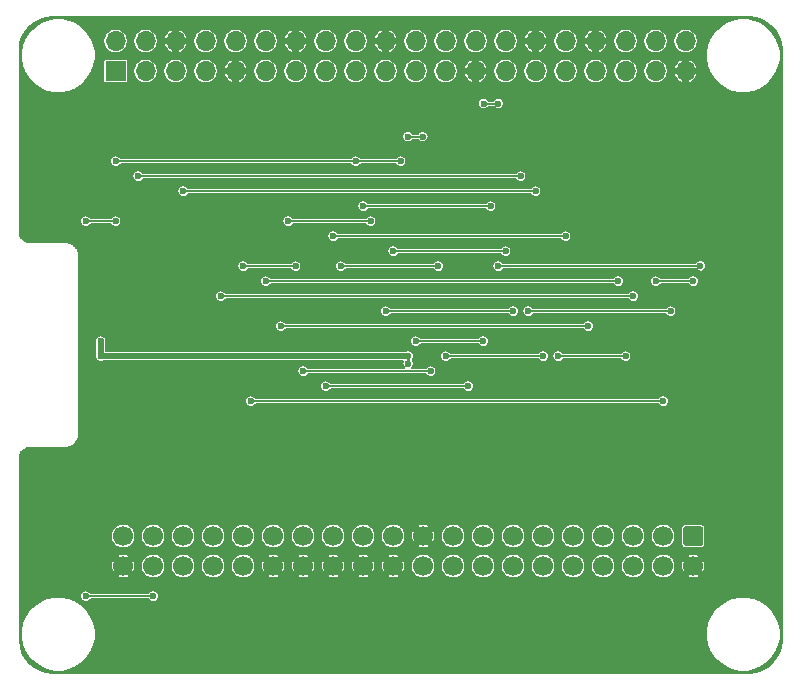
<source format=gbl>
%TF.GenerationSoftware,KiCad,Pcbnew,5.1.6*%
%TF.CreationDate,2020-08-12T10:28:14+02:00*%
%TF.ProjectId,ATAPIHat-SMI,41544150-4948-4617-942d-534d492e6b69,rev?*%
%TF.SameCoordinates,Original*%
%TF.FileFunction,Copper,L2,Bot*%
%TF.FilePolarity,Positive*%
%FSLAX46Y46*%
G04 Gerber Fmt 4.6, Leading zero omitted, Abs format (unit mm)*
G04 Created by KiCad (PCBNEW 5.1.6) date 2020-08-12 10:28:14*
%MOMM*%
%LPD*%
G01*
G04 APERTURE LIST*
%TA.AperFunction,ComponentPad*%
%ADD10C,1.700000*%
%TD*%
%TA.AperFunction,ComponentPad*%
%ADD11R,1.700000X1.700000*%
%TD*%
%TA.AperFunction,ComponentPad*%
%ADD12O,1.700000X1.700000*%
%TD*%
%TA.AperFunction,ViaPad*%
%ADD13C,0.600000*%
%TD*%
%TA.AperFunction,Conductor*%
%ADD14C,0.127000*%
%TD*%
%TA.AperFunction,Conductor*%
%ADD15C,0.508000*%
%TD*%
%TA.AperFunction,Conductor*%
%ADD16C,0.254000*%
%TD*%
G04 APERTURE END LIST*
D10*
%TO.P,J2,40*%
%TO.N,GND*%
X53880628Y-174879876D03*
%TO.P,J2,38*%
%TO.N,/CS1*%
X56420628Y-174879876D03*
%TO.P,J2,36*%
%TO.N,/DA2*%
X58960628Y-174879876D03*
%TO.P,J2,34*%
%TO.N,Net-(J2-Pad34)*%
X61500628Y-174879876D03*
%TO.P,J2,32*%
%TO.N,Net-(J2-Pad32)*%
X64040628Y-174879876D03*
%TO.P,J2,30*%
%TO.N,GND*%
X66580628Y-174879876D03*
%TO.P,J2,28*%
X69120628Y-174879876D03*
%TO.P,J2,26*%
X71660628Y-174879876D03*
%TO.P,J2,24*%
X74200628Y-174879876D03*
%TO.P,J2,22*%
X76740628Y-174879876D03*
%TO.P,J2,20*%
%TO.N,/VDRIVE*%
X79280628Y-174879876D03*
%TO.P,J2,18*%
%TO.N,/D15*%
X81820628Y-174879876D03*
%TO.P,J2,16*%
%TO.N,/D14*%
X84360628Y-174879876D03*
%TO.P,J2,14*%
%TO.N,/D13*%
X86900628Y-174879876D03*
%TO.P,J2,12*%
%TO.N,/D12*%
X89440628Y-174879876D03*
%TO.P,J2,10*%
%TO.N,/D11*%
X91980628Y-174879876D03*
%TO.P,J2,8*%
%TO.N,/D10*%
X94520628Y-174879876D03*
%TO.P,J2,6*%
%TO.N,/D9*%
X97060628Y-174879876D03*
%TO.P,J2,4*%
%TO.N,/D8*%
X99600628Y-174879876D03*
%TO.P,J2,2*%
%TO.N,GND*%
X102140628Y-174879876D03*
%TO.P,J2,39*%
%TO.N,/ACTIVE*%
X53880628Y-172339876D03*
%TO.P,J2,37*%
%TO.N,/CS0*%
X56420628Y-172339876D03*
%TO.P,J2,35*%
%TO.N,/DA0*%
X58960628Y-172339876D03*
%TO.P,J2,33*%
%TO.N,/DA1*%
X61500628Y-172339876D03*
%TO.P,J2,31*%
%TO.N,/IRQ*%
X64040628Y-172339876D03*
%TO.P,J2,29*%
%TO.N,/DMA_ACK*%
X66580628Y-172339876D03*
%TO.P,J2,27*%
%TO.N,/IO_CH_RD*%
X69120628Y-172339876D03*
%TO.P,J2,25*%
%TO.N,/IOR*%
X71660628Y-172339876D03*
%TO.P,J2,23*%
%TO.N,/IOW*%
X74200628Y-172339876D03*
%TO.P,J2,21*%
%TO.N,/DMA_RQ*%
X76740628Y-172339876D03*
%TO.P,J2,19*%
%TO.N,GND*%
X79280628Y-172339876D03*
%TO.P,J2,17*%
%TO.N,/D0*%
X81820628Y-172339876D03*
%TO.P,J2,15*%
%TO.N,/D1*%
X84360628Y-172339876D03*
%TO.P,J2,13*%
%TO.N,/D2*%
X86900628Y-172339876D03*
%TO.P,J2,11*%
%TO.N,/D3*%
X89440628Y-172339876D03*
%TO.P,J2,9*%
%TO.N,/D4*%
X91980628Y-172339876D03*
%TO.P,J2,7*%
%TO.N,/D5*%
X94520628Y-172339876D03*
%TO.P,J2,5*%
%TO.N,/D6*%
X97060628Y-172339876D03*
%TO.P,J2,3*%
%TO.N,/D7*%
X99600628Y-172339876D03*
%TO.P,J2,1*%
%TO.N,/RESET*%
%TA.AperFunction,ComponentPad*%
G36*
G01*
X101540628Y-171489876D02*
X102740628Y-171489876D01*
G75*
G02*
X102990628Y-171739876I0J-250000D01*
G01*
X102990628Y-172939876D01*
G75*
G02*
X102740628Y-173189876I-250000J0D01*
G01*
X101540628Y-173189876D01*
G75*
G02*
X101290628Y-172939876I0J250000D01*
G01*
X101290628Y-171739876D01*
G75*
G02*
X101540628Y-171489876I250000J0D01*
G01*
G37*
%TD.AperFunction*%
%TD*%
D11*
%TO.P,J1,1*%
%TO.N,+3V3*%
X53245628Y-132969876D03*
D12*
%TO.P,J1,2*%
%TO.N,+5V*%
X53245628Y-130429876D03*
%TO.P,J1,3*%
%TO.N,Net-(J1-Pad3)*%
X55785628Y-132969876D03*
%TO.P,J1,4*%
%TO.N,+5V*%
X55785628Y-130429876D03*
%TO.P,J1,5*%
%TO.N,Net-(J1-Pad5)*%
X58325628Y-132969876D03*
%TO.P,J1,6*%
%TO.N,GND*%
X58325628Y-130429876D03*
%TO.P,J1,7*%
%TO.N,Net-(J1-Pad7)*%
X60865628Y-132969876D03*
%TO.P,J1,8*%
%TO.N,Net-(J1-Pad8)*%
X60865628Y-130429876D03*
%TO.P,J1,9*%
%TO.N,GND*%
X63405628Y-132969876D03*
%TO.P,J1,10*%
%TO.N,Net-(J1-Pad10)*%
X63405628Y-130429876D03*
%TO.P,J1,11*%
%TO.N,Net-(J1-Pad11)*%
X65945628Y-132969876D03*
%TO.P,J1,12*%
%TO.N,Net-(J1-Pad12)*%
X65945628Y-130429876D03*
%TO.P,J1,13*%
%TO.N,Net-(J1-Pad13)*%
X68485628Y-132969876D03*
%TO.P,J1,14*%
%TO.N,GND*%
X68485628Y-130429876D03*
%TO.P,J1,15*%
%TO.N,Net-(J1-Pad15)*%
X71025628Y-132969876D03*
%TO.P,J1,16*%
%TO.N,Net-(J1-Pad16)*%
X71025628Y-130429876D03*
%TO.P,J1,17*%
%TO.N,+3V3*%
X73565628Y-132969876D03*
%TO.P,J1,18*%
%TO.N,Net-(J1-Pad18)*%
X73565628Y-130429876D03*
%TO.P,J1,19*%
%TO.N,Net-(J1-Pad19)*%
X76105628Y-132969876D03*
%TO.P,J1,20*%
%TO.N,GND*%
X76105628Y-130429876D03*
%TO.P,J1,21*%
%TO.N,Net-(J1-Pad21)*%
X78645628Y-132969876D03*
%TO.P,J1,22*%
%TO.N,Net-(J1-Pad22)*%
X78645628Y-130429876D03*
%TO.P,J1,23*%
%TO.N,Net-(J1-Pad23)*%
X81185628Y-132969876D03*
%TO.P,J1,24*%
%TO.N,Net-(J1-Pad24)*%
X81185628Y-130429876D03*
%TO.P,J1,25*%
%TO.N,GND*%
X83725628Y-132969876D03*
%TO.P,J1,26*%
%TO.N,Net-(J1-Pad26)*%
X83725628Y-130429876D03*
%TO.P,J1,27*%
%TO.N,Net-(J1-Pad27)*%
X86265628Y-132969876D03*
%TO.P,J1,28*%
%TO.N,Net-(J1-Pad28)*%
X86265628Y-130429876D03*
%TO.P,J1,29*%
%TO.N,Net-(J1-Pad29)*%
X88805628Y-132969876D03*
%TO.P,J1,30*%
%TO.N,GND*%
X88805628Y-130429876D03*
%TO.P,J1,31*%
%TO.N,Net-(J1-Pad31)*%
X91345628Y-132969876D03*
%TO.P,J1,32*%
%TO.N,Net-(J1-Pad32)*%
X91345628Y-130429876D03*
%TO.P,J1,33*%
%TO.N,Net-(J1-Pad33)*%
X93885628Y-132969876D03*
%TO.P,J1,34*%
%TO.N,GND*%
X93885628Y-130429876D03*
%TO.P,J1,35*%
%TO.N,Net-(J1-Pad35)*%
X96425628Y-132969876D03*
%TO.P,J1,36*%
%TO.N,Net-(J1-Pad36)*%
X96425628Y-130429876D03*
%TO.P,J1,37*%
%TO.N,Net-(J1-Pad37)*%
X98965628Y-132969876D03*
%TO.P,J1,38*%
%TO.N,Net-(J1-Pad38)*%
X98965628Y-130429876D03*
%TO.P,J1,39*%
%TO.N,GND*%
X101505628Y-132969876D03*
%TO.P,J1,40*%
%TO.N,Net-(J1-Pad40)*%
X101505628Y-130429876D03*
%TD*%
D13*
%TO.N,+3V3*%
X56420628Y-177419876D03*
X50705628Y-177419876D03*
X53245628Y-145669876D03*
X50705628Y-145669876D03*
X73565628Y-140589876D03*
X77375628Y-140589876D03*
X53245628Y-140589876D03*
%TO.N,GND*%
X79280628Y-167894876D03*
X79280628Y-167259876D03*
X79280628Y-160274876D03*
X67850628Y-142494876D03*
X67850628Y-134874876D03*
X81820628Y-153924876D03*
X80550628Y-147574876D03*
X81185628Y-169799876D03*
X92615628Y-169799876D03*
X93885628Y-169799876D03*
X95155628Y-169799876D03*
X96425628Y-169799876D03*
X97695628Y-169799876D03*
X98965628Y-169799876D03*
X91345628Y-169799876D03*
X90075628Y-169799876D03*
X88805628Y-169799876D03*
X87535628Y-169799876D03*
X86265628Y-169799876D03*
X84995628Y-169799876D03*
X83725628Y-169799876D03*
X82455628Y-169799876D03*
X79915628Y-169799876D03*
X78645628Y-169799876D03*
X77375628Y-169799876D03*
X76105628Y-169799876D03*
X74835628Y-169799876D03*
X73565628Y-169799876D03*
X72295628Y-169799876D03*
X71025628Y-169799876D03*
X69755628Y-169799876D03*
X68485628Y-169799876D03*
X67215628Y-169799876D03*
X65945628Y-169799876D03*
X64675628Y-169799876D03*
X63405628Y-169799876D03*
X62135628Y-169799876D03*
X60865628Y-169799876D03*
X59595628Y-169799876D03*
X58325628Y-169799876D03*
X57055628Y-169799876D03*
X55785628Y-169799876D03*
X54515628Y-169799876D03*
X53245628Y-169799876D03*
X100235628Y-169799876D03*
X101505628Y-169799876D03*
X69120628Y-134874876D03*
X70390628Y-134874876D03*
X66580628Y-134874876D03*
X65310628Y-134874876D03*
X64040628Y-134874876D03*
X62770628Y-134874876D03*
X55150628Y-134874876D03*
X56420628Y-134874876D03*
X57690628Y-134874876D03*
X58960628Y-134874876D03*
X60230628Y-134874876D03*
X61500628Y-134874876D03*
X71660628Y-134874876D03*
X72930628Y-134874876D03*
X74200628Y-134874876D03*
X75470628Y-134874876D03*
X76740628Y-134874876D03*
X78010628Y-134874876D03*
X79280628Y-134874876D03*
X80550628Y-134874876D03*
X81820628Y-134874876D03*
X83090628Y-134874876D03*
X84360628Y-134874876D03*
X85630628Y-134874876D03*
X86900628Y-134874876D03*
X88170628Y-134874876D03*
X89440628Y-134874876D03*
X90710628Y-134874876D03*
X91980628Y-134874876D03*
X93250628Y-134874876D03*
X94520628Y-134874876D03*
X95790628Y-134874876D03*
X97060628Y-134874876D03*
X98330628Y-134874876D03*
X99600628Y-134874876D03*
X100870628Y-134874876D03*
X102140628Y-134874876D03*
X103410628Y-134874876D03*
X102775628Y-169799876D03*
X51975628Y-134874876D03*
X51975628Y-139954876D03*
X67850628Y-144399876D03*
X75470628Y-143764876D03*
X57055628Y-141224876D03*
X98330628Y-148844876D03*
X99600628Y-148844876D03*
X100870628Y-148844876D03*
X102140628Y-148844876D03*
X97060628Y-148844876D03*
X95790628Y-148844876D03*
X94520628Y-148844876D03*
X93250628Y-148844876D03*
X91980628Y-148844876D03*
X90710628Y-148844876D03*
X89440628Y-148844876D03*
X88170628Y-148844876D03*
X86900628Y-148844876D03*
X84360628Y-148844876D03*
X83090628Y-148844876D03*
X81820628Y-148844876D03*
X79280628Y-148844876D03*
X78010628Y-148844876D03*
X75470628Y-148844876D03*
X73565628Y-148844876D03*
X70390628Y-148844876D03*
X69120628Y-148844876D03*
X66580628Y-148844876D03*
X65310628Y-148844876D03*
X62770628Y-148844876D03*
X61500628Y-148844876D03*
X60230628Y-148844876D03*
X58325628Y-148844876D03*
X57055628Y-148844876D03*
X55785628Y-148844876D03*
X54515628Y-148844876D03*
X53245628Y-148844876D03*
X101505628Y-160274876D03*
X100235628Y-160274876D03*
X98965628Y-160274876D03*
X97695628Y-160274876D03*
X96425628Y-160274876D03*
X95155628Y-160274876D03*
X93885628Y-160274876D03*
X92615628Y-160274876D03*
X91345628Y-160274876D03*
X90075628Y-160274876D03*
X88805628Y-160274876D03*
X87535628Y-160274876D03*
X86265628Y-160274876D03*
X84995628Y-160274876D03*
X83725628Y-160274876D03*
X82455628Y-160274876D03*
X81185628Y-160274876D03*
X76105628Y-160274876D03*
X74835628Y-160274876D03*
X73565628Y-160274876D03*
X72295628Y-160274876D03*
X69755628Y-160274876D03*
X68485628Y-160274876D03*
X67215628Y-160274876D03*
X65945628Y-160274876D03*
X63405628Y-160274876D03*
X62135628Y-160274876D03*
X60865628Y-160274876D03*
X59595628Y-160274876D03*
X58325628Y-160274876D03*
X57055628Y-160274876D03*
X55785628Y-160274876D03*
X54515628Y-160274876D03*
X53245628Y-160274876D03*
X51340628Y-183134876D03*
X45625628Y-178054876D03*
X103410628Y-183134876D03*
X109125628Y-178054876D03*
X109125628Y-134239876D03*
X103410628Y-129159876D03*
X45625628Y-134239876D03*
X51340628Y-129159876D03*
%TO.N,/D7*%
X64675628Y-160909876D03*
X99600628Y-160909876D03*
%TO.N,/D6*%
X97060628Y-152019876D03*
X62135628Y-152019876D03*
%TO.N,/D3*%
X89440628Y-157099876D03*
X81185628Y-157099876D03*
%TO.N,/D2*%
X86900628Y-153289876D03*
X76105628Y-153289876D03*
%TO.N,/D1*%
X84360628Y-155829876D03*
X78645628Y-155829876D03*
%TO.N,/D15*%
X80550628Y-149479876D03*
X72295628Y-149479876D03*
%TO.N,/D14*%
X83090628Y-159639876D03*
X71025628Y-159639876D03*
%TO.N,/D13*%
X85630628Y-149479876D03*
X102750000Y-149454248D03*
%TO.N,/D12*%
X88170628Y-153289876D03*
X100235628Y-153289876D03*
%TO.N,/D11*%
X90710628Y-157099876D03*
X96425628Y-157099876D03*
%TO.N,/D10*%
X67215628Y-154559876D03*
X93250628Y-154559876D03*
%TO.N,/D9*%
X95790628Y-150749876D03*
X65945628Y-150749876D03*
%TO.N,Net-(J1-Pad22)*%
X77995628Y-138519876D03*
X79245628Y-138519876D03*
%TO.N,/CS1*%
X55150628Y-141859876D03*
X87535628Y-141859876D03*
%TO.N,/DA0*%
X58960628Y-143129876D03*
X88805628Y-143129876D03*
%TO.N,/IRQ*%
X64040628Y-149479876D03*
X68485628Y-149479876D03*
%TO.N,/IO_CH_RD*%
X79915628Y-158369876D03*
X69120628Y-158369876D03*
%TO.N,/IOR*%
X71660628Y-146939876D03*
X91345628Y-146939876D03*
%TO.N,/IOW*%
X74200628Y-144399876D03*
X84995628Y-144399876D03*
%TO.N,Net-(J1-Pad27)*%
X84395628Y-135719876D03*
X85645628Y-135719876D03*
%TO.N,/VDRIVE*%
X78010628Y-157099876D03*
X78010628Y-157734876D03*
X51975628Y-157099876D03*
X51975628Y-156464876D03*
X51975628Y-155829876D03*
%TO.N,/DMA_ACK*%
X67850628Y-145669876D03*
X74835628Y-145669876D03*
%TO.N,/DMA_RQ*%
X76740628Y-148209876D03*
X86265628Y-148209876D03*
%TO.N,/RESET*%
X102140628Y-150749876D03*
X98965628Y-150749876D03*
%TD*%
D14*
%TO.N,+3V3*%
X56420628Y-177419876D02*
X50705628Y-177419876D01*
X53245628Y-145669876D02*
X50705628Y-145669876D01*
X73565628Y-140589876D02*
X77375628Y-140589876D01*
X73565628Y-140589876D02*
X53245628Y-140589876D01*
%TO.N,/D7*%
X64675628Y-160909876D02*
X99600628Y-160909876D01*
%TO.N,/D6*%
X97060628Y-152019876D02*
X62135628Y-152019876D01*
%TO.N,/D3*%
X89440628Y-157099876D02*
X81185628Y-157099876D01*
%TO.N,/D2*%
X86900628Y-153289876D02*
X76105628Y-153289876D01*
%TO.N,/D1*%
X84360628Y-155829876D02*
X78645628Y-155829876D01*
%TO.N,/D15*%
X80550628Y-149479876D02*
X72295628Y-149479876D01*
%TO.N,/D14*%
X83090628Y-159639876D02*
X71025628Y-159639876D01*
%TO.N,/D13*%
X85630628Y-149479876D02*
X102724372Y-149479876D01*
X102724372Y-149479876D02*
X102750000Y-149454248D01*
%TO.N,/D12*%
X88170628Y-153289876D02*
X100235628Y-153289876D01*
%TO.N,/D11*%
X90710628Y-157099876D02*
X96425628Y-157099876D01*
%TO.N,/D10*%
X67215628Y-154559876D02*
X93250628Y-154559876D01*
%TO.N,/D9*%
X95790628Y-150749876D02*
X65945628Y-150749876D01*
%TO.N,Net-(J1-Pad22)*%
X77995628Y-138519876D02*
X79245628Y-138519876D01*
%TO.N,/CS1*%
X55150628Y-141859876D02*
X87535628Y-141859876D01*
%TO.N,/DA0*%
X58960628Y-143129876D02*
X88805628Y-143129876D01*
%TO.N,/IRQ*%
X64040628Y-149479876D02*
X68485628Y-149479876D01*
%TO.N,/IO_CH_RD*%
X69120628Y-158369876D02*
X79915628Y-158369876D01*
%TO.N,/IOR*%
X71660628Y-146939876D02*
X91345628Y-146939876D01*
%TO.N,/IOW*%
X74200628Y-144399876D02*
X84995628Y-144399876D01*
%TO.N,Net-(J1-Pad27)*%
X84395628Y-135719876D02*
X85645628Y-135719876D01*
D15*
%TO.N,/VDRIVE*%
X53245628Y-157099876D02*
X78010628Y-157099876D01*
D16*
X78010628Y-157099876D02*
X78010628Y-157734876D01*
D15*
X53245628Y-157099876D02*
X51975628Y-157099876D01*
X51975628Y-155829876D02*
X51975628Y-157099876D01*
D14*
%TO.N,/DMA_ACK*%
X67850628Y-145669876D02*
X74835628Y-145669876D01*
%TO.N,/DMA_RQ*%
X76740628Y-148209876D02*
X86265628Y-148209876D01*
%TO.N,/RESET*%
X102140628Y-150749876D02*
X98965628Y-150749876D01*
%TD*%
%TO.N,GND*%
G36*
X107428395Y-128450062D02*
G01*
X107943750Y-128605657D01*
X108419074Y-128858392D01*
X108836252Y-129198634D01*
X109179401Y-129613429D01*
X109435446Y-130086974D01*
X109594635Y-130601228D01*
X109652098Y-131147953D01*
X109652127Y-131156139D01*
X109652129Y-181144108D01*
X109598442Y-181691643D01*
X109442847Y-182207000D01*
X109190111Y-182682324D01*
X108849869Y-183099501D01*
X108435075Y-183442649D01*
X107961529Y-183698693D01*
X107447265Y-183857883D01*
X106900548Y-183915344D01*
X106891788Y-183915375D01*
X106891758Y-183915378D01*
X47904387Y-183915376D01*
X47356862Y-183861690D01*
X46841505Y-183706095D01*
X46366181Y-183453360D01*
X45949003Y-183113118D01*
X45605855Y-182698322D01*
X45349809Y-182224774D01*
X45190620Y-181710516D01*
X45133159Y-181163796D01*
X45133128Y-181155036D01*
X45133128Y-180344299D01*
X45229127Y-180344299D01*
X45229127Y-180967455D01*
X45350698Y-181578636D01*
X45589170Y-182154356D01*
X45935376Y-182672491D01*
X46376013Y-183113128D01*
X46894148Y-183459334D01*
X47469868Y-183697806D01*
X48081049Y-183819377D01*
X48704205Y-183819377D01*
X49315386Y-183697806D01*
X49891106Y-183459334D01*
X50409241Y-183113128D01*
X50849878Y-182672491D01*
X51196084Y-182154356D01*
X51434556Y-181578636D01*
X51556127Y-180967455D01*
X51556127Y-180344299D01*
X51556127Y-180344297D01*
X103229128Y-180344297D01*
X103229128Y-180967453D01*
X103350699Y-181578634D01*
X103589171Y-182154354D01*
X103935377Y-182672489D01*
X104376014Y-183113126D01*
X104894149Y-183459332D01*
X105469869Y-183697804D01*
X106081050Y-183819375D01*
X106704206Y-183819375D01*
X107315387Y-183697804D01*
X107891107Y-183459332D01*
X108409242Y-183113126D01*
X108849879Y-182672489D01*
X109196085Y-182154354D01*
X109434557Y-181578634D01*
X109556128Y-180967453D01*
X109556128Y-180344297D01*
X109434557Y-179733116D01*
X109196085Y-179157396D01*
X108849879Y-178639261D01*
X108409242Y-178198624D01*
X107891107Y-177852418D01*
X107315387Y-177613946D01*
X106704206Y-177492375D01*
X106081050Y-177492375D01*
X105469869Y-177613946D01*
X104894149Y-177852418D01*
X104376014Y-178198624D01*
X103935377Y-178639261D01*
X103589171Y-179157396D01*
X103350699Y-179733116D01*
X103229128Y-180344297D01*
X51556127Y-180344297D01*
X51434556Y-179733118D01*
X51196084Y-179157398D01*
X50849878Y-178639263D01*
X50409241Y-178198626D01*
X49891106Y-177852420D01*
X49315386Y-177613948D01*
X48704205Y-177492377D01*
X48081049Y-177492377D01*
X47469868Y-177613948D01*
X46894148Y-177852420D01*
X46376013Y-178198626D01*
X45935376Y-178639263D01*
X45589170Y-179157398D01*
X45350698Y-179733118D01*
X45229127Y-180344299D01*
X45133128Y-180344299D01*
X45133128Y-177371566D01*
X50215128Y-177371566D01*
X50215128Y-177468186D01*
X50233978Y-177562949D01*
X50270953Y-177652215D01*
X50324632Y-177732551D01*
X50392953Y-177800872D01*
X50473289Y-177854551D01*
X50562555Y-177891526D01*
X50657318Y-177910376D01*
X50753938Y-177910376D01*
X50848701Y-177891526D01*
X50937967Y-177854551D01*
X51018303Y-177800872D01*
X51086624Y-177732551D01*
X51125830Y-177673876D01*
X56000426Y-177673876D01*
X56039632Y-177732551D01*
X56107953Y-177800872D01*
X56188289Y-177854551D01*
X56277555Y-177891526D01*
X56372318Y-177910376D01*
X56468938Y-177910376D01*
X56563701Y-177891526D01*
X56652967Y-177854551D01*
X56733303Y-177800872D01*
X56801624Y-177732551D01*
X56855303Y-177652215D01*
X56892278Y-177562949D01*
X56911128Y-177468186D01*
X56911128Y-177371566D01*
X56892278Y-177276803D01*
X56855303Y-177187537D01*
X56801624Y-177107201D01*
X56733303Y-177038880D01*
X56652967Y-176985201D01*
X56563701Y-176948226D01*
X56468938Y-176929376D01*
X56372318Y-176929376D01*
X56277555Y-176948226D01*
X56188289Y-176985201D01*
X56107953Y-177038880D01*
X56039632Y-177107201D01*
X56000426Y-177165876D01*
X51125830Y-177165876D01*
X51086624Y-177107201D01*
X51018303Y-177038880D01*
X50937967Y-176985201D01*
X50848701Y-176948226D01*
X50753938Y-176929376D01*
X50657318Y-176929376D01*
X50562555Y-176948226D01*
X50473289Y-176985201D01*
X50392953Y-177038880D01*
X50324632Y-177107201D01*
X50270953Y-177187537D01*
X50233978Y-177276803D01*
X50215128Y-177371566D01*
X45133128Y-177371566D01*
X45133128Y-175707232D01*
X53322680Y-175707232D01*
X53430483Y-175823546D01*
X53623233Y-175893233D01*
X53825875Y-175923977D01*
X54030621Y-175914597D01*
X54229603Y-175865452D01*
X54330773Y-175823546D01*
X54438576Y-175707232D01*
X53880628Y-175149284D01*
X53322680Y-175707232D01*
X45133128Y-175707232D01*
X45133128Y-174825123D01*
X52836527Y-174825123D01*
X52845907Y-175029869D01*
X52895052Y-175228851D01*
X52936958Y-175330021D01*
X53053272Y-175437824D01*
X53611220Y-174879876D01*
X54150036Y-174879876D01*
X54707984Y-175437824D01*
X54824298Y-175330021D01*
X54893985Y-175137271D01*
X54924729Y-174934629D01*
X54917526Y-174777396D01*
X55380128Y-174777396D01*
X55380128Y-174982356D01*
X55420113Y-175183379D01*
X55498548Y-175372738D01*
X55612419Y-175543156D01*
X55757348Y-175688085D01*
X55927766Y-175801956D01*
X56117125Y-175880391D01*
X56318148Y-175920376D01*
X56523108Y-175920376D01*
X56724131Y-175880391D01*
X56913490Y-175801956D01*
X57083908Y-175688085D01*
X57228837Y-175543156D01*
X57342708Y-175372738D01*
X57421143Y-175183379D01*
X57461128Y-174982356D01*
X57461128Y-174777396D01*
X57920128Y-174777396D01*
X57920128Y-174982356D01*
X57960113Y-175183379D01*
X58038548Y-175372738D01*
X58152419Y-175543156D01*
X58297348Y-175688085D01*
X58467766Y-175801956D01*
X58657125Y-175880391D01*
X58858148Y-175920376D01*
X59063108Y-175920376D01*
X59264131Y-175880391D01*
X59453490Y-175801956D01*
X59623908Y-175688085D01*
X59768837Y-175543156D01*
X59882708Y-175372738D01*
X59961143Y-175183379D01*
X60001128Y-174982356D01*
X60001128Y-174777396D01*
X60460128Y-174777396D01*
X60460128Y-174982356D01*
X60500113Y-175183379D01*
X60578548Y-175372738D01*
X60692419Y-175543156D01*
X60837348Y-175688085D01*
X61007766Y-175801956D01*
X61197125Y-175880391D01*
X61398148Y-175920376D01*
X61603108Y-175920376D01*
X61804131Y-175880391D01*
X61993490Y-175801956D01*
X62163908Y-175688085D01*
X62308837Y-175543156D01*
X62422708Y-175372738D01*
X62501143Y-175183379D01*
X62541128Y-174982356D01*
X62541128Y-174777396D01*
X63000128Y-174777396D01*
X63000128Y-174982356D01*
X63040113Y-175183379D01*
X63118548Y-175372738D01*
X63232419Y-175543156D01*
X63377348Y-175688085D01*
X63547766Y-175801956D01*
X63737125Y-175880391D01*
X63938148Y-175920376D01*
X64143108Y-175920376D01*
X64344131Y-175880391D01*
X64533490Y-175801956D01*
X64675252Y-175707232D01*
X66022680Y-175707232D01*
X66130483Y-175823546D01*
X66323233Y-175893233D01*
X66525875Y-175923977D01*
X66730621Y-175914597D01*
X66929603Y-175865452D01*
X67030773Y-175823546D01*
X67138576Y-175707232D01*
X68562680Y-175707232D01*
X68670483Y-175823546D01*
X68863233Y-175893233D01*
X69065875Y-175923977D01*
X69270621Y-175914597D01*
X69469603Y-175865452D01*
X69570773Y-175823546D01*
X69678576Y-175707232D01*
X71102680Y-175707232D01*
X71210483Y-175823546D01*
X71403233Y-175893233D01*
X71605875Y-175923977D01*
X71810621Y-175914597D01*
X72009603Y-175865452D01*
X72110773Y-175823546D01*
X72218576Y-175707232D01*
X73642680Y-175707232D01*
X73750483Y-175823546D01*
X73943233Y-175893233D01*
X74145875Y-175923977D01*
X74350621Y-175914597D01*
X74549603Y-175865452D01*
X74650773Y-175823546D01*
X74758576Y-175707232D01*
X76182680Y-175707232D01*
X76290483Y-175823546D01*
X76483233Y-175893233D01*
X76685875Y-175923977D01*
X76890621Y-175914597D01*
X77089603Y-175865452D01*
X77190773Y-175823546D01*
X77298576Y-175707232D01*
X76740628Y-175149284D01*
X76182680Y-175707232D01*
X74758576Y-175707232D01*
X74200628Y-175149284D01*
X73642680Y-175707232D01*
X72218576Y-175707232D01*
X71660628Y-175149284D01*
X71102680Y-175707232D01*
X69678576Y-175707232D01*
X69120628Y-175149284D01*
X68562680Y-175707232D01*
X67138576Y-175707232D01*
X66580628Y-175149284D01*
X66022680Y-175707232D01*
X64675252Y-175707232D01*
X64703908Y-175688085D01*
X64848837Y-175543156D01*
X64962708Y-175372738D01*
X65041143Y-175183379D01*
X65081128Y-174982356D01*
X65081128Y-174825123D01*
X65536527Y-174825123D01*
X65545907Y-175029869D01*
X65595052Y-175228851D01*
X65636958Y-175330021D01*
X65753272Y-175437824D01*
X66311220Y-174879876D01*
X66850036Y-174879876D01*
X67407984Y-175437824D01*
X67524298Y-175330021D01*
X67593985Y-175137271D01*
X67624729Y-174934629D01*
X67619713Y-174825123D01*
X68076527Y-174825123D01*
X68085907Y-175029869D01*
X68135052Y-175228851D01*
X68176958Y-175330021D01*
X68293272Y-175437824D01*
X68851220Y-174879876D01*
X69390036Y-174879876D01*
X69947984Y-175437824D01*
X70064298Y-175330021D01*
X70133985Y-175137271D01*
X70164729Y-174934629D01*
X70159713Y-174825123D01*
X70616527Y-174825123D01*
X70625907Y-175029869D01*
X70675052Y-175228851D01*
X70716958Y-175330021D01*
X70833272Y-175437824D01*
X71391220Y-174879876D01*
X71930036Y-174879876D01*
X72487984Y-175437824D01*
X72604298Y-175330021D01*
X72673985Y-175137271D01*
X72704729Y-174934629D01*
X72699713Y-174825123D01*
X73156527Y-174825123D01*
X73165907Y-175029869D01*
X73215052Y-175228851D01*
X73256958Y-175330021D01*
X73373272Y-175437824D01*
X73931220Y-174879876D01*
X74470036Y-174879876D01*
X75027984Y-175437824D01*
X75144298Y-175330021D01*
X75213985Y-175137271D01*
X75244729Y-174934629D01*
X75239713Y-174825123D01*
X75696527Y-174825123D01*
X75705907Y-175029869D01*
X75755052Y-175228851D01*
X75796958Y-175330021D01*
X75913272Y-175437824D01*
X76471220Y-174879876D01*
X77010036Y-174879876D01*
X77567984Y-175437824D01*
X77684298Y-175330021D01*
X77753985Y-175137271D01*
X77784729Y-174934629D01*
X77777526Y-174777396D01*
X78240128Y-174777396D01*
X78240128Y-174982356D01*
X78280113Y-175183379D01*
X78358548Y-175372738D01*
X78472419Y-175543156D01*
X78617348Y-175688085D01*
X78787766Y-175801956D01*
X78977125Y-175880391D01*
X79178148Y-175920376D01*
X79383108Y-175920376D01*
X79584131Y-175880391D01*
X79773490Y-175801956D01*
X79943908Y-175688085D01*
X80088837Y-175543156D01*
X80202708Y-175372738D01*
X80281143Y-175183379D01*
X80321128Y-174982356D01*
X80321128Y-174777396D01*
X80780128Y-174777396D01*
X80780128Y-174982356D01*
X80820113Y-175183379D01*
X80898548Y-175372738D01*
X81012419Y-175543156D01*
X81157348Y-175688085D01*
X81327766Y-175801956D01*
X81517125Y-175880391D01*
X81718148Y-175920376D01*
X81923108Y-175920376D01*
X82124131Y-175880391D01*
X82313490Y-175801956D01*
X82483908Y-175688085D01*
X82628837Y-175543156D01*
X82742708Y-175372738D01*
X82821143Y-175183379D01*
X82861128Y-174982356D01*
X82861128Y-174777396D01*
X83320128Y-174777396D01*
X83320128Y-174982356D01*
X83360113Y-175183379D01*
X83438548Y-175372738D01*
X83552419Y-175543156D01*
X83697348Y-175688085D01*
X83867766Y-175801956D01*
X84057125Y-175880391D01*
X84258148Y-175920376D01*
X84463108Y-175920376D01*
X84664131Y-175880391D01*
X84853490Y-175801956D01*
X85023908Y-175688085D01*
X85168837Y-175543156D01*
X85282708Y-175372738D01*
X85361143Y-175183379D01*
X85401128Y-174982356D01*
X85401128Y-174777396D01*
X85860128Y-174777396D01*
X85860128Y-174982356D01*
X85900113Y-175183379D01*
X85978548Y-175372738D01*
X86092419Y-175543156D01*
X86237348Y-175688085D01*
X86407766Y-175801956D01*
X86597125Y-175880391D01*
X86798148Y-175920376D01*
X87003108Y-175920376D01*
X87204131Y-175880391D01*
X87393490Y-175801956D01*
X87563908Y-175688085D01*
X87708837Y-175543156D01*
X87822708Y-175372738D01*
X87901143Y-175183379D01*
X87941128Y-174982356D01*
X87941128Y-174777396D01*
X88400128Y-174777396D01*
X88400128Y-174982356D01*
X88440113Y-175183379D01*
X88518548Y-175372738D01*
X88632419Y-175543156D01*
X88777348Y-175688085D01*
X88947766Y-175801956D01*
X89137125Y-175880391D01*
X89338148Y-175920376D01*
X89543108Y-175920376D01*
X89744131Y-175880391D01*
X89933490Y-175801956D01*
X90103908Y-175688085D01*
X90248837Y-175543156D01*
X90362708Y-175372738D01*
X90441143Y-175183379D01*
X90481128Y-174982356D01*
X90481128Y-174777396D01*
X90940128Y-174777396D01*
X90940128Y-174982356D01*
X90980113Y-175183379D01*
X91058548Y-175372738D01*
X91172419Y-175543156D01*
X91317348Y-175688085D01*
X91487766Y-175801956D01*
X91677125Y-175880391D01*
X91878148Y-175920376D01*
X92083108Y-175920376D01*
X92284131Y-175880391D01*
X92473490Y-175801956D01*
X92643908Y-175688085D01*
X92788837Y-175543156D01*
X92902708Y-175372738D01*
X92981143Y-175183379D01*
X93021128Y-174982356D01*
X93021128Y-174777396D01*
X93480128Y-174777396D01*
X93480128Y-174982356D01*
X93520113Y-175183379D01*
X93598548Y-175372738D01*
X93712419Y-175543156D01*
X93857348Y-175688085D01*
X94027766Y-175801956D01*
X94217125Y-175880391D01*
X94418148Y-175920376D01*
X94623108Y-175920376D01*
X94824131Y-175880391D01*
X95013490Y-175801956D01*
X95183908Y-175688085D01*
X95328837Y-175543156D01*
X95442708Y-175372738D01*
X95521143Y-175183379D01*
X95561128Y-174982356D01*
X95561128Y-174777396D01*
X96020128Y-174777396D01*
X96020128Y-174982356D01*
X96060113Y-175183379D01*
X96138548Y-175372738D01*
X96252419Y-175543156D01*
X96397348Y-175688085D01*
X96567766Y-175801956D01*
X96757125Y-175880391D01*
X96958148Y-175920376D01*
X97163108Y-175920376D01*
X97364131Y-175880391D01*
X97553490Y-175801956D01*
X97723908Y-175688085D01*
X97868837Y-175543156D01*
X97982708Y-175372738D01*
X98061143Y-175183379D01*
X98101128Y-174982356D01*
X98101128Y-174777396D01*
X98560128Y-174777396D01*
X98560128Y-174982356D01*
X98600113Y-175183379D01*
X98678548Y-175372738D01*
X98792419Y-175543156D01*
X98937348Y-175688085D01*
X99107766Y-175801956D01*
X99297125Y-175880391D01*
X99498148Y-175920376D01*
X99703108Y-175920376D01*
X99904131Y-175880391D01*
X100093490Y-175801956D01*
X100235252Y-175707232D01*
X101582680Y-175707232D01*
X101690483Y-175823546D01*
X101883233Y-175893233D01*
X102085875Y-175923977D01*
X102290621Y-175914597D01*
X102489603Y-175865452D01*
X102590773Y-175823546D01*
X102698576Y-175707232D01*
X102140628Y-175149284D01*
X101582680Y-175707232D01*
X100235252Y-175707232D01*
X100263908Y-175688085D01*
X100408837Y-175543156D01*
X100522708Y-175372738D01*
X100601143Y-175183379D01*
X100641128Y-174982356D01*
X100641128Y-174825123D01*
X101096527Y-174825123D01*
X101105907Y-175029869D01*
X101155052Y-175228851D01*
X101196958Y-175330021D01*
X101313272Y-175437824D01*
X101871220Y-174879876D01*
X102410036Y-174879876D01*
X102967984Y-175437824D01*
X103084298Y-175330021D01*
X103153985Y-175137271D01*
X103184729Y-174934629D01*
X103175349Y-174729883D01*
X103126204Y-174530901D01*
X103084298Y-174429731D01*
X102967984Y-174321928D01*
X102410036Y-174879876D01*
X101871220Y-174879876D01*
X101313272Y-174321928D01*
X101196958Y-174429731D01*
X101127271Y-174622481D01*
X101096527Y-174825123D01*
X100641128Y-174825123D01*
X100641128Y-174777396D01*
X100601143Y-174576373D01*
X100522708Y-174387014D01*
X100408837Y-174216596D01*
X100263908Y-174071667D01*
X100235253Y-174052520D01*
X101582680Y-174052520D01*
X102140628Y-174610468D01*
X102698576Y-174052520D01*
X102590773Y-173936206D01*
X102398023Y-173866519D01*
X102195381Y-173835775D01*
X101990635Y-173845155D01*
X101791653Y-173894300D01*
X101690483Y-173936206D01*
X101582680Y-174052520D01*
X100235253Y-174052520D01*
X100093490Y-173957796D01*
X99904131Y-173879361D01*
X99703108Y-173839376D01*
X99498148Y-173839376D01*
X99297125Y-173879361D01*
X99107766Y-173957796D01*
X98937348Y-174071667D01*
X98792419Y-174216596D01*
X98678548Y-174387014D01*
X98600113Y-174576373D01*
X98560128Y-174777396D01*
X98101128Y-174777396D01*
X98061143Y-174576373D01*
X97982708Y-174387014D01*
X97868837Y-174216596D01*
X97723908Y-174071667D01*
X97553490Y-173957796D01*
X97364131Y-173879361D01*
X97163108Y-173839376D01*
X96958148Y-173839376D01*
X96757125Y-173879361D01*
X96567766Y-173957796D01*
X96397348Y-174071667D01*
X96252419Y-174216596D01*
X96138548Y-174387014D01*
X96060113Y-174576373D01*
X96020128Y-174777396D01*
X95561128Y-174777396D01*
X95521143Y-174576373D01*
X95442708Y-174387014D01*
X95328837Y-174216596D01*
X95183908Y-174071667D01*
X95013490Y-173957796D01*
X94824131Y-173879361D01*
X94623108Y-173839376D01*
X94418148Y-173839376D01*
X94217125Y-173879361D01*
X94027766Y-173957796D01*
X93857348Y-174071667D01*
X93712419Y-174216596D01*
X93598548Y-174387014D01*
X93520113Y-174576373D01*
X93480128Y-174777396D01*
X93021128Y-174777396D01*
X92981143Y-174576373D01*
X92902708Y-174387014D01*
X92788837Y-174216596D01*
X92643908Y-174071667D01*
X92473490Y-173957796D01*
X92284131Y-173879361D01*
X92083108Y-173839376D01*
X91878148Y-173839376D01*
X91677125Y-173879361D01*
X91487766Y-173957796D01*
X91317348Y-174071667D01*
X91172419Y-174216596D01*
X91058548Y-174387014D01*
X90980113Y-174576373D01*
X90940128Y-174777396D01*
X90481128Y-174777396D01*
X90441143Y-174576373D01*
X90362708Y-174387014D01*
X90248837Y-174216596D01*
X90103908Y-174071667D01*
X89933490Y-173957796D01*
X89744131Y-173879361D01*
X89543108Y-173839376D01*
X89338148Y-173839376D01*
X89137125Y-173879361D01*
X88947766Y-173957796D01*
X88777348Y-174071667D01*
X88632419Y-174216596D01*
X88518548Y-174387014D01*
X88440113Y-174576373D01*
X88400128Y-174777396D01*
X87941128Y-174777396D01*
X87901143Y-174576373D01*
X87822708Y-174387014D01*
X87708837Y-174216596D01*
X87563908Y-174071667D01*
X87393490Y-173957796D01*
X87204131Y-173879361D01*
X87003108Y-173839376D01*
X86798148Y-173839376D01*
X86597125Y-173879361D01*
X86407766Y-173957796D01*
X86237348Y-174071667D01*
X86092419Y-174216596D01*
X85978548Y-174387014D01*
X85900113Y-174576373D01*
X85860128Y-174777396D01*
X85401128Y-174777396D01*
X85361143Y-174576373D01*
X85282708Y-174387014D01*
X85168837Y-174216596D01*
X85023908Y-174071667D01*
X84853490Y-173957796D01*
X84664131Y-173879361D01*
X84463108Y-173839376D01*
X84258148Y-173839376D01*
X84057125Y-173879361D01*
X83867766Y-173957796D01*
X83697348Y-174071667D01*
X83552419Y-174216596D01*
X83438548Y-174387014D01*
X83360113Y-174576373D01*
X83320128Y-174777396D01*
X82861128Y-174777396D01*
X82821143Y-174576373D01*
X82742708Y-174387014D01*
X82628837Y-174216596D01*
X82483908Y-174071667D01*
X82313490Y-173957796D01*
X82124131Y-173879361D01*
X81923108Y-173839376D01*
X81718148Y-173839376D01*
X81517125Y-173879361D01*
X81327766Y-173957796D01*
X81157348Y-174071667D01*
X81012419Y-174216596D01*
X80898548Y-174387014D01*
X80820113Y-174576373D01*
X80780128Y-174777396D01*
X80321128Y-174777396D01*
X80281143Y-174576373D01*
X80202708Y-174387014D01*
X80088837Y-174216596D01*
X79943908Y-174071667D01*
X79773490Y-173957796D01*
X79584131Y-173879361D01*
X79383108Y-173839376D01*
X79178148Y-173839376D01*
X78977125Y-173879361D01*
X78787766Y-173957796D01*
X78617348Y-174071667D01*
X78472419Y-174216596D01*
X78358548Y-174387014D01*
X78280113Y-174576373D01*
X78240128Y-174777396D01*
X77777526Y-174777396D01*
X77775349Y-174729883D01*
X77726204Y-174530901D01*
X77684298Y-174429731D01*
X77567984Y-174321928D01*
X77010036Y-174879876D01*
X76471220Y-174879876D01*
X75913272Y-174321928D01*
X75796958Y-174429731D01*
X75727271Y-174622481D01*
X75696527Y-174825123D01*
X75239713Y-174825123D01*
X75235349Y-174729883D01*
X75186204Y-174530901D01*
X75144298Y-174429731D01*
X75027984Y-174321928D01*
X74470036Y-174879876D01*
X73931220Y-174879876D01*
X73373272Y-174321928D01*
X73256958Y-174429731D01*
X73187271Y-174622481D01*
X73156527Y-174825123D01*
X72699713Y-174825123D01*
X72695349Y-174729883D01*
X72646204Y-174530901D01*
X72604298Y-174429731D01*
X72487984Y-174321928D01*
X71930036Y-174879876D01*
X71391220Y-174879876D01*
X70833272Y-174321928D01*
X70716958Y-174429731D01*
X70647271Y-174622481D01*
X70616527Y-174825123D01*
X70159713Y-174825123D01*
X70155349Y-174729883D01*
X70106204Y-174530901D01*
X70064298Y-174429731D01*
X69947984Y-174321928D01*
X69390036Y-174879876D01*
X68851220Y-174879876D01*
X68293272Y-174321928D01*
X68176958Y-174429731D01*
X68107271Y-174622481D01*
X68076527Y-174825123D01*
X67619713Y-174825123D01*
X67615349Y-174729883D01*
X67566204Y-174530901D01*
X67524298Y-174429731D01*
X67407984Y-174321928D01*
X66850036Y-174879876D01*
X66311220Y-174879876D01*
X65753272Y-174321928D01*
X65636958Y-174429731D01*
X65567271Y-174622481D01*
X65536527Y-174825123D01*
X65081128Y-174825123D01*
X65081128Y-174777396D01*
X65041143Y-174576373D01*
X64962708Y-174387014D01*
X64848837Y-174216596D01*
X64703908Y-174071667D01*
X64675253Y-174052520D01*
X66022680Y-174052520D01*
X66580628Y-174610468D01*
X67138576Y-174052520D01*
X68562680Y-174052520D01*
X69120628Y-174610468D01*
X69678576Y-174052520D01*
X71102680Y-174052520D01*
X71660628Y-174610468D01*
X72218576Y-174052520D01*
X73642680Y-174052520D01*
X74200628Y-174610468D01*
X74758576Y-174052520D01*
X76182680Y-174052520D01*
X76740628Y-174610468D01*
X77298576Y-174052520D01*
X77190773Y-173936206D01*
X76998023Y-173866519D01*
X76795381Y-173835775D01*
X76590635Y-173845155D01*
X76391653Y-173894300D01*
X76290483Y-173936206D01*
X76182680Y-174052520D01*
X74758576Y-174052520D01*
X74650773Y-173936206D01*
X74458023Y-173866519D01*
X74255381Y-173835775D01*
X74050635Y-173845155D01*
X73851653Y-173894300D01*
X73750483Y-173936206D01*
X73642680Y-174052520D01*
X72218576Y-174052520D01*
X72110773Y-173936206D01*
X71918023Y-173866519D01*
X71715381Y-173835775D01*
X71510635Y-173845155D01*
X71311653Y-173894300D01*
X71210483Y-173936206D01*
X71102680Y-174052520D01*
X69678576Y-174052520D01*
X69570773Y-173936206D01*
X69378023Y-173866519D01*
X69175381Y-173835775D01*
X68970635Y-173845155D01*
X68771653Y-173894300D01*
X68670483Y-173936206D01*
X68562680Y-174052520D01*
X67138576Y-174052520D01*
X67030773Y-173936206D01*
X66838023Y-173866519D01*
X66635381Y-173835775D01*
X66430635Y-173845155D01*
X66231653Y-173894300D01*
X66130483Y-173936206D01*
X66022680Y-174052520D01*
X64675253Y-174052520D01*
X64533490Y-173957796D01*
X64344131Y-173879361D01*
X64143108Y-173839376D01*
X63938148Y-173839376D01*
X63737125Y-173879361D01*
X63547766Y-173957796D01*
X63377348Y-174071667D01*
X63232419Y-174216596D01*
X63118548Y-174387014D01*
X63040113Y-174576373D01*
X63000128Y-174777396D01*
X62541128Y-174777396D01*
X62501143Y-174576373D01*
X62422708Y-174387014D01*
X62308837Y-174216596D01*
X62163908Y-174071667D01*
X61993490Y-173957796D01*
X61804131Y-173879361D01*
X61603108Y-173839376D01*
X61398148Y-173839376D01*
X61197125Y-173879361D01*
X61007766Y-173957796D01*
X60837348Y-174071667D01*
X60692419Y-174216596D01*
X60578548Y-174387014D01*
X60500113Y-174576373D01*
X60460128Y-174777396D01*
X60001128Y-174777396D01*
X59961143Y-174576373D01*
X59882708Y-174387014D01*
X59768837Y-174216596D01*
X59623908Y-174071667D01*
X59453490Y-173957796D01*
X59264131Y-173879361D01*
X59063108Y-173839376D01*
X58858148Y-173839376D01*
X58657125Y-173879361D01*
X58467766Y-173957796D01*
X58297348Y-174071667D01*
X58152419Y-174216596D01*
X58038548Y-174387014D01*
X57960113Y-174576373D01*
X57920128Y-174777396D01*
X57461128Y-174777396D01*
X57421143Y-174576373D01*
X57342708Y-174387014D01*
X57228837Y-174216596D01*
X57083908Y-174071667D01*
X56913490Y-173957796D01*
X56724131Y-173879361D01*
X56523108Y-173839376D01*
X56318148Y-173839376D01*
X56117125Y-173879361D01*
X55927766Y-173957796D01*
X55757348Y-174071667D01*
X55612419Y-174216596D01*
X55498548Y-174387014D01*
X55420113Y-174576373D01*
X55380128Y-174777396D01*
X54917526Y-174777396D01*
X54915349Y-174729883D01*
X54866204Y-174530901D01*
X54824298Y-174429731D01*
X54707984Y-174321928D01*
X54150036Y-174879876D01*
X53611220Y-174879876D01*
X53053272Y-174321928D01*
X52936958Y-174429731D01*
X52867271Y-174622481D01*
X52836527Y-174825123D01*
X45133128Y-174825123D01*
X45133128Y-174052520D01*
X53322680Y-174052520D01*
X53880628Y-174610468D01*
X54438576Y-174052520D01*
X54330773Y-173936206D01*
X54138023Y-173866519D01*
X53935381Y-173835775D01*
X53730635Y-173845155D01*
X53531653Y-173894300D01*
X53430483Y-173936206D01*
X53322680Y-174052520D01*
X45133128Y-174052520D01*
X45133128Y-172237396D01*
X52840128Y-172237396D01*
X52840128Y-172442356D01*
X52880113Y-172643379D01*
X52958548Y-172832738D01*
X53072419Y-173003156D01*
X53217348Y-173148085D01*
X53387766Y-173261956D01*
X53577125Y-173340391D01*
X53778148Y-173380376D01*
X53983108Y-173380376D01*
X54184131Y-173340391D01*
X54373490Y-173261956D01*
X54543908Y-173148085D01*
X54688837Y-173003156D01*
X54802708Y-172832738D01*
X54881143Y-172643379D01*
X54921128Y-172442356D01*
X54921128Y-172237396D01*
X55380128Y-172237396D01*
X55380128Y-172442356D01*
X55420113Y-172643379D01*
X55498548Y-172832738D01*
X55612419Y-173003156D01*
X55757348Y-173148085D01*
X55927766Y-173261956D01*
X56117125Y-173340391D01*
X56318148Y-173380376D01*
X56523108Y-173380376D01*
X56724131Y-173340391D01*
X56913490Y-173261956D01*
X57083908Y-173148085D01*
X57228837Y-173003156D01*
X57342708Y-172832738D01*
X57421143Y-172643379D01*
X57461128Y-172442356D01*
X57461128Y-172237396D01*
X57920128Y-172237396D01*
X57920128Y-172442356D01*
X57960113Y-172643379D01*
X58038548Y-172832738D01*
X58152419Y-173003156D01*
X58297348Y-173148085D01*
X58467766Y-173261956D01*
X58657125Y-173340391D01*
X58858148Y-173380376D01*
X59063108Y-173380376D01*
X59264131Y-173340391D01*
X59453490Y-173261956D01*
X59623908Y-173148085D01*
X59768837Y-173003156D01*
X59882708Y-172832738D01*
X59961143Y-172643379D01*
X60001128Y-172442356D01*
X60001128Y-172237396D01*
X60460128Y-172237396D01*
X60460128Y-172442356D01*
X60500113Y-172643379D01*
X60578548Y-172832738D01*
X60692419Y-173003156D01*
X60837348Y-173148085D01*
X61007766Y-173261956D01*
X61197125Y-173340391D01*
X61398148Y-173380376D01*
X61603108Y-173380376D01*
X61804131Y-173340391D01*
X61993490Y-173261956D01*
X62163908Y-173148085D01*
X62308837Y-173003156D01*
X62422708Y-172832738D01*
X62501143Y-172643379D01*
X62541128Y-172442356D01*
X62541128Y-172237396D01*
X63000128Y-172237396D01*
X63000128Y-172442356D01*
X63040113Y-172643379D01*
X63118548Y-172832738D01*
X63232419Y-173003156D01*
X63377348Y-173148085D01*
X63547766Y-173261956D01*
X63737125Y-173340391D01*
X63938148Y-173380376D01*
X64143108Y-173380376D01*
X64344131Y-173340391D01*
X64533490Y-173261956D01*
X64703908Y-173148085D01*
X64848837Y-173003156D01*
X64962708Y-172832738D01*
X65041143Y-172643379D01*
X65081128Y-172442356D01*
X65081128Y-172237396D01*
X65540128Y-172237396D01*
X65540128Y-172442356D01*
X65580113Y-172643379D01*
X65658548Y-172832738D01*
X65772419Y-173003156D01*
X65917348Y-173148085D01*
X66087766Y-173261956D01*
X66277125Y-173340391D01*
X66478148Y-173380376D01*
X66683108Y-173380376D01*
X66884131Y-173340391D01*
X67073490Y-173261956D01*
X67243908Y-173148085D01*
X67388837Y-173003156D01*
X67502708Y-172832738D01*
X67581143Y-172643379D01*
X67621128Y-172442356D01*
X67621128Y-172237396D01*
X68080128Y-172237396D01*
X68080128Y-172442356D01*
X68120113Y-172643379D01*
X68198548Y-172832738D01*
X68312419Y-173003156D01*
X68457348Y-173148085D01*
X68627766Y-173261956D01*
X68817125Y-173340391D01*
X69018148Y-173380376D01*
X69223108Y-173380376D01*
X69424131Y-173340391D01*
X69613490Y-173261956D01*
X69783908Y-173148085D01*
X69928837Y-173003156D01*
X70042708Y-172832738D01*
X70121143Y-172643379D01*
X70161128Y-172442356D01*
X70161128Y-172237396D01*
X70620128Y-172237396D01*
X70620128Y-172442356D01*
X70660113Y-172643379D01*
X70738548Y-172832738D01*
X70852419Y-173003156D01*
X70997348Y-173148085D01*
X71167766Y-173261956D01*
X71357125Y-173340391D01*
X71558148Y-173380376D01*
X71763108Y-173380376D01*
X71964131Y-173340391D01*
X72153490Y-173261956D01*
X72323908Y-173148085D01*
X72468837Y-173003156D01*
X72582708Y-172832738D01*
X72661143Y-172643379D01*
X72701128Y-172442356D01*
X72701128Y-172237396D01*
X73160128Y-172237396D01*
X73160128Y-172442356D01*
X73200113Y-172643379D01*
X73278548Y-172832738D01*
X73392419Y-173003156D01*
X73537348Y-173148085D01*
X73707766Y-173261956D01*
X73897125Y-173340391D01*
X74098148Y-173380376D01*
X74303108Y-173380376D01*
X74504131Y-173340391D01*
X74693490Y-173261956D01*
X74863908Y-173148085D01*
X75008837Y-173003156D01*
X75122708Y-172832738D01*
X75201143Y-172643379D01*
X75241128Y-172442356D01*
X75241128Y-172237396D01*
X75700128Y-172237396D01*
X75700128Y-172442356D01*
X75740113Y-172643379D01*
X75818548Y-172832738D01*
X75932419Y-173003156D01*
X76077348Y-173148085D01*
X76247766Y-173261956D01*
X76437125Y-173340391D01*
X76638148Y-173380376D01*
X76843108Y-173380376D01*
X77044131Y-173340391D01*
X77233490Y-173261956D01*
X77375252Y-173167232D01*
X78722680Y-173167232D01*
X78830483Y-173283546D01*
X79023233Y-173353233D01*
X79225875Y-173383977D01*
X79430621Y-173374597D01*
X79629603Y-173325452D01*
X79730773Y-173283546D01*
X79838576Y-173167232D01*
X79280628Y-172609284D01*
X78722680Y-173167232D01*
X77375252Y-173167232D01*
X77403908Y-173148085D01*
X77548837Y-173003156D01*
X77662708Y-172832738D01*
X77741143Y-172643379D01*
X77781128Y-172442356D01*
X77781128Y-172285123D01*
X78236527Y-172285123D01*
X78245907Y-172489869D01*
X78295052Y-172688851D01*
X78336958Y-172790021D01*
X78453272Y-172897824D01*
X79011220Y-172339876D01*
X79550036Y-172339876D01*
X80107984Y-172897824D01*
X80224298Y-172790021D01*
X80293985Y-172597271D01*
X80324729Y-172394629D01*
X80317526Y-172237396D01*
X80780128Y-172237396D01*
X80780128Y-172442356D01*
X80820113Y-172643379D01*
X80898548Y-172832738D01*
X81012419Y-173003156D01*
X81157348Y-173148085D01*
X81327766Y-173261956D01*
X81517125Y-173340391D01*
X81718148Y-173380376D01*
X81923108Y-173380376D01*
X82124131Y-173340391D01*
X82313490Y-173261956D01*
X82483908Y-173148085D01*
X82628837Y-173003156D01*
X82742708Y-172832738D01*
X82821143Y-172643379D01*
X82861128Y-172442356D01*
X82861128Y-172237396D01*
X83320128Y-172237396D01*
X83320128Y-172442356D01*
X83360113Y-172643379D01*
X83438548Y-172832738D01*
X83552419Y-173003156D01*
X83697348Y-173148085D01*
X83867766Y-173261956D01*
X84057125Y-173340391D01*
X84258148Y-173380376D01*
X84463108Y-173380376D01*
X84664131Y-173340391D01*
X84853490Y-173261956D01*
X85023908Y-173148085D01*
X85168837Y-173003156D01*
X85282708Y-172832738D01*
X85361143Y-172643379D01*
X85401128Y-172442356D01*
X85401128Y-172237396D01*
X85860128Y-172237396D01*
X85860128Y-172442356D01*
X85900113Y-172643379D01*
X85978548Y-172832738D01*
X86092419Y-173003156D01*
X86237348Y-173148085D01*
X86407766Y-173261956D01*
X86597125Y-173340391D01*
X86798148Y-173380376D01*
X87003108Y-173380376D01*
X87204131Y-173340391D01*
X87393490Y-173261956D01*
X87563908Y-173148085D01*
X87708837Y-173003156D01*
X87822708Y-172832738D01*
X87901143Y-172643379D01*
X87941128Y-172442356D01*
X87941128Y-172237396D01*
X88400128Y-172237396D01*
X88400128Y-172442356D01*
X88440113Y-172643379D01*
X88518548Y-172832738D01*
X88632419Y-173003156D01*
X88777348Y-173148085D01*
X88947766Y-173261956D01*
X89137125Y-173340391D01*
X89338148Y-173380376D01*
X89543108Y-173380376D01*
X89744131Y-173340391D01*
X89933490Y-173261956D01*
X90103908Y-173148085D01*
X90248837Y-173003156D01*
X90362708Y-172832738D01*
X90441143Y-172643379D01*
X90481128Y-172442356D01*
X90481128Y-172237396D01*
X90940128Y-172237396D01*
X90940128Y-172442356D01*
X90980113Y-172643379D01*
X91058548Y-172832738D01*
X91172419Y-173003156D01*
X91317348Y-173148085D01*
X91487766Y-173261956D01*
X91677125Y-173340391D01*
X91878148Y-173380376D01*
X92083108Y-173380376D01*
X92284131Y-173340391D01*
X92473490Y-173261956D01*
X92643908Y-173148085D01*
X92788837Y-173003156D01*
X92902708Y-172832738D01*
X92981143Y-172643379D01*
X93021128Y-172442356D01*
X93021128Y-172237396D01*
X93480128Y-172237396D01*
X93480128Y-172442356D01*
X93520113Y-172643379D01*
X93598548Y-172832738D01*
X93712419Y-173003156D01*
X93857348Y-173148085D01*
X94027766Y-173261956D01*
X94217125Y-173340391D01*
X94418148Y-173380376D01*
X94623108Y-173380376D01*
X94824131Y-173340391D01*
X95013490Y-173261956D01*
X95183908Y-173148085D01*
X95328837Y-173003156D01*
X95442708Y-172832738D01*
X95521143Y-172643379D01*
X95561128Y-172442356D01*
X95561128Y-172237396D01*
X96020128Y-172237396D01*
X96020128Y-172442356D01*
X96060113Y-172643379D01*
X96138548Y-172832738D01*
X96252419Y-173003156D01*
X96397348Y-173148085D01*
X96567766Y-173261956D01*
X96757125Y-173340391D01*
X96958148Y-173380376D01*
X97163108Y-173380376D01*
X97364131Y-173340391D01*
X97553490Y-173261956D01*
X97723908Y-173148085D01*
X97868837Y-173003156D01*
X97982708Y-172832738D01*
X98061143Y-172643379D01*
X98101128Y-172442356D01*
X98101128Y-172237396D01*
X98560128Y-172237396D01*
X98560128Y-172442356D01*
X98600113Y-172643379D01*
X98678548Y-172832738D01*
X98792419Y-173003156D01*
X98937348Y-173148085D01*
X99107766Y-173261956D01*
X99297125Y-173340391D01*
X99498148Y-173380376D01*
X99703108Y-173380376D01*
X99904131Y-173340391D01*
X100093490Y-173261956D01*
X100263908Y-173148085D01*
X100408837Y-173003156D01*
X100522708Y-172832738D01*
X100601143Y-172643379D01*
X100641128Y-172442356D01*
X100641128Y-172237396D01*
X100601143Y-172036373D01*
X100522708Y-171847014D01*
X100451120Y-171739876D01*
X101099207Y-171739876D01*
X101099207Y-172939876D01*
X101107689Y-173025993D01*
X101132808Y-173108801D01*
X101173600Y-173185116D01*
X101228496Y-173252008D01*
X101295388Y-173306904D01*
X101371703Y-173347696D01*
X101454511Y-173372815D01*
X101540628Y-173381297D01*
X102740628Y-173381297D01*
X102826745Y-173372815D01*
X102909553Y-173347696D01*
X102985868Y-173306904D01*
X103052760Y-173252008D01*
X103107656Y-173185116D01*
X103148448Y-173108801D01*
X103173567Y-173025993D01*
X103182049Y-172939876D01*
X103182049Y-171739876D01*
X103173567Y-171653759D01*
X103148448Y-171570951D01*
X103107656Y-171494636D01*
X103052760Y-171427744D01*
X102985868Y-171372848D01*
X102909553Y-171332056D01*
X102826745Y-171306937D01*
X102740628Y-171298455D01*
X101540628Y-171298455D01*
X101454511Y-171306937D01*
X101371703Y-171332056D01*
X101295388Y-171372848D01*
X101228496Y-171427744D01*
X101173600Y-171494636D01*
X101132808Y-171570951D01*
X101107689Y-171653759D01*
X101099207Y-171739876D01*
X100451120Y-171739876D01*
X100408837Y-171676596D01*
X100263908Y-171531667D01*
X100093490Y-171417796D01*
X99904131Y-171339361D01*
X99703108Y-171299376D01*
X99498148Y-171299376D01*
X99297125Y-171339361D01*
X99107766Y-171417796D01*
X98937348Y-171531667D01*
X98792419Y-171676596D01*
X98678548Y-171847014D01*
X98600113Y-172036373D01*
X98560128Y-172237396D01*
X98101128Y-172237396D01*
X98061143Y-172036373D01*
X97982708Y-171847014D01*
X97868837Y-171676596D01*
X97723908Y-171531667D01*
X97553490Y-171417796D01*
X97364131Y-171339361D01*
X97163108Y-171299376D01*
X96958148Y-171299376D01*
X96757125Y-171339361D01*
X96567766Y-171417796D01*
X96397348Y-171531667D01*
X96252419Y-171676596D01*
X96138548Y-171847014D01*
X96060113Y-172036373D01*
X96020128Y-172237396D01*
X95561128Y-172237396D01*
X95521143Y-172036373D01*
X95442708Y-171847014D01*
X95328837Y-171676596D01*
X95183908Y-171531667D01*
X95013490Y-171417796D01*
X94824131Y-171339361D01*
X94623108Y-171299376D01*
X94418148Y-171299376D01*
X94217125Y-171339361D01*
X94027766Y-171417796D01*
X93857348Y-171531667D01*
X93712419Y-171676596D01*
X93598548Y-171847014D01*
X93520113Y-172036373D01*
X93480128Y-172237396D01*
X93021128Y-172237396D01*
X92981143Y-172036373D01*
X92902708Y-171847014D01*
X92788837Y-171676596D01*
X92643908Y-171531667D01*
X92473490Y-171417796D01*
X92284131Y-171339361D01*
X92083108Y-171299376D01*
X91878148Y-171299376D01*
X91677125Y-171339361D01*
X91487766Y-171417796D01*
X91317348Y-171531667D01*
X91172419Y-171676596D01*
X91058548Y-171847014D01*
X90980113Y-172036373D01*
X90940128Y-172237396D01*
X90481128Y-172237396D01*
X90441143Y-172036373D01*
X90362708Y-171847014D01*
X90248837Y-171676596D01*
X90103908Y-171531667D01*
X89933490Y-171417796D01*
X89744131Y-171339361D01*
X89543108Y-171299376D01*
X89338148Y-171299376D01*
X89137125Y-171339361D01*
X88947766Y-171417796D01*
X88777348Y-171531667D01*
X88632419Y-171676596D01*
X88518548Y-171847014D01*
X88440113Y-172036373D01*
X88400128Y-172237396D01*
X87941128Y-172237396D01*
X87901143Y-172036373D01*
X87822708Y-171847014D01*
X87708837Y-171676596D01*
X87563908Y-171531667D01*
X87393490Y-171417796D01*
X87204131Y-171339361D01*
X87003108Y-171299376D01*
X86798148Y-171299376D01*
X86597125Y-171339361D01*
X86407766Y-171417796D01*
X86237348Y-171531667D01*
X86092419Y-171676596D01*
X85978548Y-171847014D01*
X85900113Y-172036373D01*
X85860128Y-172237396D01*
X85401128Y-172237396D01*
X85361143Y-172036373D01*
X85282708Y-171847014D01*
X85168837Y-171676596D01*
X85023908Y-171531667D01*
X84853490Y-171417796D01*
X84664131Y-171339361D01*
X84463108Y-171299376D01*
X84258148Y-171299376D01*
X84057125Y-171339361D01*
X83867766Y-171417796D01*
X83697348Y-171531667D01*
X83552419Y-171676596D01*
X83438548Y-171847014D01*
X83360113Y-172036373D01*
X83320128Y-172237396D01*
X82861128Y-172237396D01*
X82821143Y-172036373D01*
X82742708Y-171847014D01*
X82628837Y-171676596D01*
X82483908Y-171531667D01*
X82313490Y-171417796D01*
X82124131Y-171339361D01*
X81923108Y-171299376D01*
X81718148Y-171299376D01*
X81517125Y-171339361D01*
X81327766Y-171417796D01*
X81157348Y-171531667D01*
X81012419Y-171676596D01*
X80898548Y-171847014D01*
X80820113Y-172036373D01*
X80780128Y-172237396D01*
X80317526Y-172237396D01*
X80315349Y-172189883D01*
X80266204Y-171990901D01*
X80224298Y-171889731D01*
X80107984Y-171781928D01*
X79550036Y-172339876D01*
X79011220Y-172339876D01*
X78453272Y-171781928D01*
X78336958Y-171889731D01*
X78267271Y-172082481D01*
X78236527Y-172285123D01*
X77781128Y-172285123D01*
X77781128Y-172237396D01*
X77741143Y-172036373D01*
X77662708Y-171847014D01*
X77548837Y-171676596D01*
X77403908Y-171531667D01*
X77375253Y-171512520D01*
X78722680Y-171512520D01*
X79280628Y-172070468D01*
X79838576Y-171512520D01*
X79730773Y-171396206D01*
X79538023Y-171326519D01*
X79335381Y-171295775D01*
X79130635Y-171305155D01*
X78931653Y-171354300D01*
X78830483Y-171396206D01*
X78722680Y-171512520D01*
X77375253Y-171512520D01*
X77233490Y-171417796D01*
X77044131Y-171339361D01*
X76843108Y-171299376D01*
X76638148Y-171299376D01*
X76437125Y-171339361D01*
X76247766Y-171417796D01*
X76077348Y-171531667D01*
X75932419Y-171676596D01*
X75818548Y-171847014D01*
X75740113Y-172036373D01*
X75700128Y-172237396D01*
X75241128Y-172237396D01*
X75201143Y-172036373D01*
X75122708Y-171847014D01*
X75008837Y-171676596D01*
X74863908Y-171531667D01*
X74693490Y-171417796D01*
X74504131Y-171339361D01*
X74303108Y-171299376D01*
X74098148Y-171299376D01*
X73897125Y-171339361D01*
X73707766Y-171417796D01*
X73537348Y-171531667D01*
X73392419Y-171676596D01*
X73278548Y-171847014D01*
X73200113Y-172036373D01*
X73160128Y-172237396D01*
X72701128Y-172237396D01*
X72661143Y-172036373D01*
X72582708Y-171847014D01*
X72468837Y-171676596D01*
X72323908Y-171531667D01*
X72153490Y-171417796D01*
X71964131Y-171339361D01*
X71763108Y-171299376D01*
X71558148Y-171299376D01*
X71357125Y-171339361D01*
X71167766Y-171417796D01*
X70997348Y-171531667D01*
X70852419Y-171676596D01*
X70738548Y-171847014D01*
X70660113Y-172036373D01*
X70620128Y-172237396D01*
X70161128Y-172237396D01*
X70121143Y-172036373D01*
X70042708Y-171847014D01*
X69928837Y-171676596D01*
X69783908Y-171531667D01*
X69613490Y-171417796D01*
X69424131Y-171339361D01*
X69223108Y-171299376D01*
X69018148Y-171299376D01*
X68817125Y-171339361D01*
X68627766Y-171417796D01*
X68457348Y-171531667D01*
X68312419Y-171676596D01*
X68198548Y-171847014D01*
X68120113Y-172036373D01*
X68080128Y-172237396D01*
X67621128Y-172237396D01*
X67581143Y-172036373D01*
X67502708Y-171847014D01*
X67388837Y-171676596D01*
X67243908Y-171531667D01*
X67073490Y-171417796D01*
X66884131Y-171339361D01*
X66683108Y-171299376D01*
X66478148Y-171299376D01*
X66277125Y-171339361D01*
X66087766Y-171417796D01*
X65917348Y-171531667D01*
X65772419Y-171676596D01*
X65658548Y-171847014D01*
X65580113Y-172036373D01*
X65540128Y-172237396D01*
X65081128Y-172237396D01*
X65041143Y-172036373D01*
X64962708Y-171847014D01*
X64848837Y-171676596D01*
X64703908Y-171531667D01*
X64533490Y-171417796D01*
X64344131Y-171339361D01*
X64143108Y-171299376D01*
X63938148Y-171299376D01*
X63737125Y-171339361D01*
X63547766Y-171417796D01*
X63377348Y-171531667D01*
X63232419Y-171676596D01*
X63118548Y-171847014D01*
X63040113Y-172036373D01*
X63000128Y-172237396D01*
X62541128Y-172237396D01*
X62501143Y-172036373D01*
X62422708Y-171847014D01*
X62308837Y-171676596D01*
X62163908Y-171531667D01*
X61993490Y-171417796D01*
X61804131Y-171339361D01*
X61603108Y-171299376D01*
X61398148Y-171299376D01*
X61197125Y-171339361D01*
X61007766Y-171417796D01*
X60837348Y-171531667D01*
X60692419Y-171676596D01*
X60578548Y-171847014D01*
X60500113Y-172036373D01*
X60460128Y-172237396D01*
X60001128Y-172237396D01*
X59961143Y-172036373D01*
X59882708Y-171847014D01*
X59768837Y-171676596D01*
X59623908Y-171531667D01*
X59453490Y-171417796D01*
X59264131Y-171339361D01*
X59063108Y-171299376D01*
X58858148Y-171299376D01*
X58657125Y-171339361D01*
X58467766Y-171417796D01*
X58297348Y-171531667D01*
X58152419Y-171676596D01*
X58038548Y-171847014D01*
X57960113Y-172036373D01*
X57920128Y-172237396D01*
X57461128Y-172237396D01*
X57421143Y-172036373D01*
X57342708Y-171847014D01*
X57228837Y-171676596D01*
X57083908Y-171531667D01*
X56913490Y-171417796D01*
X56724131Y-171339361D01*
X56523108Y-171299376D01*
X56318148Y-171299376D01*
X56117125Y-171339361D01*
X55927766Y-171417796D01*
X55757348Y-171531667D01*
X55612419Y-171676596D01*
X55498548Y-171847014D01*
X55420113Y-172036373D01*
X55380128Y-172237396D01*
X54921128Y-172237396D01*
X54881143Y-172036373D01*
X54802708Y-171847014D01*
X54688837Y-171676596D01*
X54543908Y-171531667D01*
X54373490Y-171417796D01*
X54184131Y-171339361D01*
X53983108Y-171299376D01*
X53778148Y-171299376D01*
X53577125Y-171339361D01*
X53387766Y-171417796D01*
X53217348Y-171531667D01*
X53072419Y-171676596D01*
X52958548Y-171847014D01*
X52880113Y-172036373D01*
X52840128Y-172237396D01*
X45133128Y-172237396D01*
X45133126Y-165667646D01*
X45148722Y-165508579D01*
X45191500Y-165366893D01*
X45260984Y-165236213D01*
X45354525Y-165121519D01*
X45468564Y-165027178D01*
X45598754Y-164956784D01*
X45740141Y-164913017D01*
X45898454Y-164896377D01*
X48904437Y-164896377D01*
X48915167Y-164895320D01*
X48921407Y-164895364D01*
X48924749Y-164895035D01*
X49118846Y-164874634D01*
X49140176Y-164870256D01*
X49161609Y-164866168D01*
X49164824Y-164865197D01*
X49351261Y-164807485D01*
X49371367Y-164799033D01*
X49391567Y-164790872D01*
X49394527Y-164789298D01*
X49394531Y-164789296D01*
X49394534Y-164789294D01*
X49566209Y-164696469D01*
X49584279Y-164684280D01*
X49602519Y-164672345D01*
X49605121Y-164670223D01*
X49755499Y-164545820D01*
X49770857Y-164530355D01*
X49786433Y-164515102D01*
X49788568Y-164512520D01*
X49788573Y-164512515D01*
X49788577Y-164512510D01*
X49911924Y-164361272D01*
X49924006Y-164343088D01*
X49936302Y-164325130D01*
X49937896Y-164322181D01*
X49937899Y-164322177D01*
X49937901Y-164322173D01*
X50029524Y-164149855D01*
X50037831Y-164129700D01*
X50046418Y-164109667D01*
X50047410Y-164106459D01*
X50103819Y-163919623D01*
X50108045Y-163898283D01*
X50112586Y-163876920D01*
X50112936Y-163873580D01*
X50131981Y-163679345D01*
X50131981Y-163679341D01*
X50133129Y-163667684D01*
X50133129Y-160861566D01*
X64185128Y-160861566D01*
X64185128Y-160958186D01*
X64203978Y-161052949D01*
X64240953Y-161142215D01*
X64294632Y-161222551D01*
X64362953Y-161290872D01*
X64443289Y-161344551D01*
X64532555Y-161381526D01*
X64627318Y-161400376D01*
X64723938Y-161400376D01*
X64818701Y-161381526D01*
X64907967Y-161344551D01*
X64988303Y-161290872D01*
X65056624Y-161222551D01*
X65095830Y-161163876D01*
X99180426Y-161163876D01*
X99219632Y-161222551D01*
X99287953Y-161290872D01*
X99368289Y-161344551D01*
X99457555Y-161381526D01*
X99552318Y-161400376D01*
X99648938Y-161400376D01*
X99743701Y-161381526D01*
X99832967Y-161344551D01*
X99913303Y-161290872D01*
X99981624Y-161222551D01*
X100035303Y-161142215D01*
X100072278Y-161052949D01*
X100091128Y-160958186D01*
X100091128Y-160861566D01*
X100072278Y-160766803D01*
X100035303Y-160677537D01*
X99981624Y-160597201D01*
X99913303Y-160528880D01*
X99832967Y-160475201D01*
X99743701Y-160438226D01*
X99648938Y-160419376D01*
X99552318Y-160419376D01*
X99457555Y-160438226D01*
X99368289Y-160475201D01*
X99287953Y-160528880D01*
X99219632Y-160597201D01*
X99180426Y-160655876D01*
X65095830Y-160655876D01*
X65056624Y-160597201D01*
X64988303Y-160528880D01*
X64907967Y-160475201D01*
X64818701Y-160438226D01*
X64723938Y-160419376D01*
X64627318Y-160419376D01*
X64532555Y-160438226D01*
X64443289Y-160475201D01*
X64362953Y-160528880D01*
X64294632Y-160597201D01*
X64240953Y-160677537D01*
X64203978Y-160766803D01*
X64185128Y-160861566D01*
X50133129Y-160861566D01*
X50133129Y-159591566D01*
X70535128Y-159591566D01*
X70535128Y-159688186D01*
X70553978Y-159782949D01*
X70590953Y-159872215D01*
X70644632Y-159952551D01*
X70712953Y-160020872D01*
X70793289Y-160074551D01*
X70882555Y-160111526D01*
X70977318Y-160130376D01*
X71073938Y-160130376D01*
X71168701Y-160111526D01*
X71257967Y-160074551D01*
X71338303Y-160020872D01*
X71406624Y-159952551D01*
X71445830Y-159893876D01*
X82670426Y-159893876D01*
X82709632Y-159952551D01*
X82777953Y-160020872D01*
X82858289Y-160074551D01*
X82947555Y-160111526D01*
X83042318Y-160130376D01*
X83138938Y-160130376D01*
X83233701Y-160111526D01*
X83322967Y-160074551D01*
X83403303Y-160020872D01*
X83471624Y-159952551D01*
X83525303Y-159872215D01*
X83562278Y-159782949D01*
X83581128Y-159688186D01*
X83581128Y-159591566D01*
X83562278Y-159496803D01*
X83525303Y-159407537D01*
X83471624Y-159327201D01*
X83403303Y-159258880D01*
X83322967Y-159205201D01*
X83233701Y-159168226D01*
X83138938Y-159149376D01*
X83042318Y-159149376D01*
X82947555Y-159168226D01*
X82858289Y-159205201D01*
X82777953Y-159258880D01*
X82709632Y-159327201D01*
X82670426Y-159385876D01*
X71445830Y-159385876D01*
X71406624Y-159327201D01*
X71338303Y-159258880D01*
X71257967Y-159205201D01*
X71168701Y-159168226D01*
X71073938Y-159149376D01*
X70977318Y-159149376D01*
X70882555Y-159168226D01*
X70793289Y-159205201D01*
X70712953Y-159258880D01*
X70644632Y-159327201D01*
X70590953Y-159407537D01*
X70553978Y-159496803D01*
X70535128Y-159591566D01*
X50133129Y-159591566D01*
X50133128Y-155781566D01*
X51485128Y-155781566D01*
X51485128Y-155878186D01*
X51503978Y-155972949D01*
X51531128Y-156038496D01*
X51531128Y-156256256D01*
X51503978Y-156321803D01*
X51485128Y-156416566D01*
X51485128Y-156513186D01*
X51503978Y-156607949D01*
X51531129Y-156673497D01*
X51531129Y-156891255D01*
X51503978Y-156956803D01*
X51485128Y-157051566D01*
X51485128Y-157148186D01*
X51503978Y-157242949D01*
X51540953Y-157332215D01*
X51594632Y-157412551D01*
X51662953Y-157480872D01*
X51743289Y-157534551D01*
X51832555Y-157571526D01*
X51927318Y-157590376D01*
X52023938Y-157590376D01*
X52118701Y-157571526D01*
X52184247Y-157544376D01*
X77558623Y-157544376D01*
X77538978Y-157591803D01*
X77520128Y-157686566D01*
X77520128Y-157783186D01*
X77538978Y-157877949D01*
X77575953Y-157967215D01*
X77629632Y-158047551D01*
X77697953Y-158115872D01*
X77697959Y-158115876D01*
X69540830Y-158115876D01*
X69501624Y-158057201D01*
X69433303Y-157988880D01*
X69352967Y-157935201D01*
X69263701Y-157898226D01*
X69168938Y-157879376D01*
X69072318Y-157879376D01*
X68977555Y-157898226D01*
X68888289Y-157935201D01*
X68807953Y-157988880D01*
X68739632Y-158057201D01*
X68685953Y-158137537D01*
X68648978Y-158226803D01*
X68630128Y-158321566D01*
X68630128Y-158418186D01*
X68648978Y-158512949D01*
X68685953Y-158602215D01*
X68739632Y-158682551D01*
X68807953Y-158750872D01*
X68888289Y-158804551D01*
X68977555Y-158841526D01*
X69072318Y-158860376D01*
X69168938Y-158860376D01*
X69263701Y-158841526D01*
X69352967Y-158804551D01*
X69433303Y-158750872D01*
X69501624Y-158682551D01*
X69540830Y-158623876D01*
X79495426Y-158623876D01*
X79534632Y-158682551D01*
X79602953Y-158750872D01*
X79683289Y-158804551D01*
X79772555Y-158841526D01*
X79867318Y-158860376D01*
X79963938Y-158860376D01*
X80058701Y-158841526D01*
X80147967Y-158804551D01*
X80228303Y-158750872D01*
X80296624Y-158682551D01*
X80350303Y-158602215D01*
X80387278Y-158512949D01*
X80406128Y-158418186D01*
X80406128Y-158321566D01*
X80387278Y-158226803D01*
X80350303Y-158137537D01*
X80296624Y-158057201D01*
X80228303Y-157988880D01*
X80147967Y-157935201D01*
X80058701Y-157898226D01*
X79963938Y-157879376D01*
X79867318Y-157879376D01*
X79772555Y-157898226D01*
X79683289Y-157935201D01*
X79602953Y-157988880D01*
X79534632Y-158057201D01*
X79495426Y-158115876D01*
X78323297Y-158115876D01*
X78323303Y-158115872D01*
X78391624Y-158047551D01*
X78445303Y-157967215D01*
X78482278Y-157877949D01*
X78501128Y-157783186D01*
X78501128Y-157686566D01*
X78482278Y-157591803D01*
X78445303Y-157502537D01*
X78391624Y-157422201D01*
X78386799Y-157417376D01*
X78391624Y-157412551D01*
X78445303Y-157332215D01*
X78482278Y-157242949D01*
X78501128Y-157148186D01*
X78501128Y-157051566D01*
X80695128Y-157051566D01*
X80695128Y-157148186D01*
X80713978Y-157242949D01*
X80750953Y-157332215D01*
X80804632Y-157412551D01*
X80872953Y-157480872D01*
X80953289Y-157534551D01*
X81042555Y-157571526D01*
X81137318Y-157590376D01*
X81233938Y-157590376D01*
X81328701Y-157571526D01*
X81417967Y-157534551D01*
X81498303Y-157480872D01*
X81566624Y-157412551D01*
X81605830Y-157353876D01*
X89020426Y-157353876D01*
X89059632Y-157412551D01*
X89127953Y-157480872D01*
X89208289Y-157534551D01*
X89297555Y-157571526D01*
X89392318Y-157590376D01*
X89488938Y-157590376D01*
X89583701Y-157571526D01*
X89672967Y-157534551D01*
X89753303Y-157480872D01*
X89821624Y-157412551D01*
X89875303Y-157332215D01*
X89912278Y-157242949D01*
X89931128Y-157148186D01*
X89931128Y-157051566D01*
X90220128Y-157051566D01*
X90220128Y-157148186D01*
X90238978Y-157242949D01*
X90275953Y-157332215D01*
X90329632Y-157412551D01*
X90397953Y-157480872D01*
X90478289Y-157534551D01*
X90567555Y-157571526D01*
X90662318Y-157590376D01*
X90758938Y-157590376D01*
X90853701Y-157571526D01*
X90942967Y-157534551D01*
X91023303Y-157480872D01*
X91091624Y-157412551D01*
X91130830Y-157353876D01*
X96005426Y-157353876D01*
X96044632Y-157412551D01*
X96112953Y-157480872D01*
X96193289Y-157534551D01*
X96282555Y-157571526D01*
X96377318Y-157590376D01*
X96473938Y-157590376D01*
X96568701Y-157571526D01*
X96657967Y-157534551D01*
X96738303Y-157480872D01*
X96806624Y-157412551D01*
X96860303Y-157332215D01*
X96897278Y-157242949D01*
X96916128Y-157148186D01*
X96916128Y-157051566D01*
X96897278Y-156956803D01*
X96860303Y-156867537D01*
X96806624Y-156787201D01*
X96738303Y-156718880D01*
X96657967Y-156665201D01*
X96568701Y-156628226D01*
X96473938Y-156609376D01*
X96377318Y-156609376D01*
X96282555Y-156628226D01*
X96193289Y-156665201D01*
X96112953Y-156718880D01*
X96044632Y-156787201D01*
X96005426Y-156845876D01*
X91130830Y-156845876D01*
X91091624Y-156787201D01*
X91023303Y-156718880D01*
X90942967Y-156665201D01*
X90853701Y-156628226D01*
X90758938Y-156609376D01*
X90662318Y-156609376D01*
X90567555Y-156628226D01*
X90478289Y-156665201D01*
X90397953Y-156718880D01*
X90329632Y-156787201D01*
X90275953Y-156867537D01*
X90238978Y-156956803D01*
X90220128Y-157051566D01*
X89931128Y-157051566D01*
X89912278Y-156956803D01*
X89875303Y-156867537D01*
X89821624Y-156787201D01*
X89753303Y-156718880D01*
X89672967Y-156665201D01*
X89583701Y-156628226D01*
X89488938Y-156609376D01*
X89392318Y-156609376D01*
X89297555Y-156628226D01*
X89208289Y-156665201D01*
X89127953Y-156718880D01*
X89059632Y-156787201D01*
X89020426Y-156845876D01*
X81605830Y-156845876D01*
X81566624Y-156787201D01*
X81498303Y-156718880D01*
X81417967Y-156665201D01*
X81328701Y-156628226D01*
X81233938Y-156609376D01*
X81137318Y-156609376D01*
X81042555Y-156628226D01*
X80953289Y-156665201D01*
X80872953Y-156718880D01*
X80804632Y-156787201D01*
X80750953Y-156867537D01*
X80713978Y-156956803D01*
X80695128Y-157051566D01*
X78501128Y-157051566D01*
X78482278Y-156956803D01*
X78445303Y-156867537D01*
X78391624Y-156787201D01*
X78323303Y-156718880D01*
X78242967Y-156665201D01*
X78153701Y-156628226D01*
X78058938Y-156609376D01*
X77962318Y-156609376D01*
X77867555Y-156628226D01*
X77802009Y-156655376D01*
X52427633Y-156655376D01*
X52447278Y-156607949D01*
X52466128Y-156513186D01*
X52466128Y-156416566D01*
X52447278Y-156321803D01*
X52420128Y-156256257D01*
X52420128Y-156038495D01*
X52447278Y-155972949D01*
X52466128Y-155878186D01*
X52466128Y-155781566D01*
X78155128Y-155781566D01*
X78155128Y-155878186D01*
X78173978Y-155972949D01*
X78210953Y-156062215D01*
X78264632Y-156142551D01*
X78332953Y-156210872D01*
X78413289Y-156264551D01*
X78502555Y-156301526D01*
X78597318Y-156320376D01*
X78693938Y-156320376D01*
X78788701Y-156301526D01*
X78877967Y-156264551D01*
X78958303Y-156210872D01*
X79026624Y-156142551D01*
X79065830Y-156083876D01*
X83940426Y-156083876D01*
X83979632Y-156142551D01*
X84047953Y-156210872D01*
X84128289Y-156264551D01*
X84217555Y-156301526D01*
X84312318Y-156320376D01*
X84408938Y-156320376D01*
X84503701Y-156301526D01*
X84592967Y-156264551D01*
X84673303Y-156210872D01*
X84741624Y-156142551D01*
X84795303Y-156062215D01*
X84832278Y-155972949D01*
X84851128Y-155878186D01*
X84851128Y-155781566D01*
X84832278Y-155686803D01*
X84795303Y-155597537D01*
X84741624Y-155517201D01*
X84673303Y-155448880D01*
X84592967Y-155395201D01*
X84503701Y-155358226D01*
X84408938Y-155339376D01*
X84312318Y-155339376D01*
X84217555Y-155358226D01*
X84128289Y-155395201D01*
X84047953Y-155448880D01*
X83979632Y-155517201D01*
X83940426Y-155575876D01*
X79065830Y-155575876D01*
X79026624Y-155517201D01*
X78958303Y-155448880D01*
X78877967Y-155395201D01*
X78788701Y-155358226D01*
X78693938Y-155339376D01*
X78597318Y-155339376D01*
X78502555Y-155358226D01*
X78413289Y-155395201D01*
X78332953Y-155448880D01*
X78264632Y-155517201D01*
X78210953Y-155597537D01*
X78173978Y-155686803D01*
X78155128Y-155781566D01*
X52466128Y-155781566D01*
X52447278Y-155686803D01*
X52410303Y-155597537D01*
X52356624Y-155517201D01*
X52288303Y-155448880D01*
X52207967Y-155395201D01*
X52118701Y-155358226D01*
X52023938Y-155339376D01*
X51927318Y-155339376D01*
X51832555Y-155358226D01*
X51743289Y-155395201D01*
X51662953Y-155448880D01*
X51594632Y-155517201D01*
X51540953Y-155597537D01*
X51503978Y-155686803D01*
X51485128Y-155781566D01*
X50133128Y-155781566D01*
X50133128Y-154511566D01*
X66725128Y-154511566D01*
X66725128Y-154608186D01*
X66743978Y-154702949D01*
X66780953Y-154792215D01*
X66834632Y-154872551D01*
X66902953Y-154940872D01*
X66983289Y-154994551D01*
X67072555Y-155031526D01*
X67167318Y-155050376D01*
X67263938Y-155050376D01*
X67358701Y-155031526D01*
X67447967Y-154994551D01*
X67528303Y-154940872D01*
X67596624Y-154872551D01*
X67635830Y-154813876D01*
X92830426Y-154813876D01*
X92869632Y-154872551D01*
X92937953Y-154940872D01*
X93018289Y-154994551D01*
X93107555Y-155031526D01*
X93202318Y-155050376D01*
X93298938Y-155050376D01*
X93393701Y-155031526D01*
X93482967Y-154994551D01*
X93563303Y-154940872D01*
X93631624Y-154872551D01*
X93685303Y-154792215D01*
X93722278Y-154702949D01*
X93741128Y-154608186D01*
X93741128Y-154511566D01*
X93722278Y-154416803D01*
X93685303Y-154327537D01*
X93631624Y-154247201D01*
X93563303Y-154178880D01*
X93482967Y-154125201D01*
X93393701Y-154088226D01*
X93298938Y-154069376D01*
X93202318Y-154069376D01*
X93107555Y-154088226D01*
X93018289Y-154125201D01*
X92937953Y-154178880D01*
X92869632Y-154247201D01*
X92830426Y-154305876D01*
X67635830Y-154305876D01*
X67596624Y-154247201D01*
X67528303Y-154178880D01*
X67447967Y-154125201D01*
X67358701Y-154088226D01*
X67263938Y-154069376D01*
X67167318Y-154069376D01*
X67072555Y-154088226D01*
X66983289Y-154125201D01*
X66902953Y-154178880D01*
X66834632Y-154247201D01*
X66780953Y-154327537D01*
X66743978Y-154416803D01*
X66725128Y-154511566D01*
X50133128Y-154511566D01*
X50133128Y-153241566D01*
X75615128Y-153241566D01*
X75615128Y-153338186D01*
X75633978Y-153432949D01*
X75670953Y-153522215D01*
X75724632Y-153602551D01*
X75792953Y-153670872D01*
X75873289Y-153724551D01*
X75962555Y-153761526D01*
X76057318Y-153780376D01*
X76153938Y-153780376D01*
X76248701Y-153761526D01*
X76337967Y-153724551D01*
X76418303Y-153670872D01*
X76486624Y-153602551D01*
X76525830Y-153543876D01*
X86480426Y-153543876D01*
X86519632Y-153602551D01*
X86587953Y-153670872D01*
X86668289Y-153724551D01*
X86757555Y-153761526D01*
X86852318Y-153780376D01*
X86948938Y-153780376D01*
X87043701Y-153761526D01*
X87132967Y-153724551D01*
X87213303Y-153670872D01*
X87281624Y-153602551D01*
X87335303Y-153522215D01*
X87372278Y-153432949D01*
X87391128Y-153338186D01*
X87391128Y-153241566D01*
X87680128Y-153241566D01*
X87680128Y-153338186D01*
X87698978Y-153432949D01*
X87735953Y-153522215D01*
X87789632Y-153602551D01*
X87857953Y-153670872D01*
X87938289Y-153724551D01*
X88027555Y-153761526D01*
X88122318Y-153780376D01*
X88218938Y-153780376D01*
X88313701Y-153761526D01*
X88402967Y-153724551D01*
X88483303Y-153670872D01*
X88551624Y-153602551D01*
X88590830Y-153543876D01*
X99815426Y-153543876D01*
X99854632Y-153602551D01*
X99922953Y-153670872D01*
X100003289Y-153724551D01*
X100092555Y-153761526D01*
X100187318Y-153780376D01*
X100283938Y-153780376D01*
X100378701Y-153761526D01*
X100467967Y-153724551D01*
X100548303Y-153670872D01*
X100616624Y-153602551D01*
X100670303Y-153522215D01*
X100707278Y-153432949D01*
X100726128Y-153338186D01*
X100726128Y-153241566D01*
X100707278Y-153146803D01*
X100670303Y-153057537D01*
X100616624Y-152977201D01*
X100548303Y-152908880D01*
X100467967Y-152855201D01*
X100378701Y-152818226D01*
X100283938Y-152799376D01*
X100187318Y-152799376D01*
X100092555Y-152818226D01*
X100003289Y-152855201D01*
X99922953Y-152908880D01*
X99854632Y-152977201D01*
X99815426Y-153035876D01*
X88590830Y-153035876D01*
X88551624Y-152977201D01*
X88483303Y-152908880D01*
X88402967Y-152855201D01*
X88313701Y-152818226D01*
X88218938Y-152799376D01*
X88122318Y-152799376D01*
X88027555Y-152818226D01*
X87938289Y-152855201D01*
X87857953Y-152908880D01*
X87789632Y-152977201D01*
X87735953Y-153057537D01*
X87698978Y-153146803D01*
X87680128Y-153241566D01*
X87391128Y-153241566D01*
X87372278Y-153146803D01*
X87335303Y-153057537D01*
X87281624Y-152977201D01*
X87213303Y-152908880D01*
X87132967Y-152855201D01*
X87043701Y-152818226D01*
X86948938Y-152799376D01*
X86852318Y-152799376D01*
X86757555Y-152818226D01*
X86668289Y-152855201D01*
X86587953Y-152908880D01*
X86519632Y-152977201D01*
X86480426Y-153035876D01*
X76525830Y-153035876D01*
X76486624Y-152977201D01*
X76418303Y-152908880D01*
X76337967Y-152855201D01*
X76248701Y-152818226D01*
X76153938Y-152799376D01*
X76057318Y-152799376D01*
X75962555Y-152818226D01*
X75873289Y-152855201D01*
X75792953Y-152908880D01*
X75724632Y-152977201D01*
X75670953Y-153057537D01*
X75633978Y-153146803D01*
X75615128Y-153241566D01*
X50133128Y-153241566D01*
X50133127Y-151971566D01*
X61645128Y-151971566D01*
X61645128Y-152068186D01*
X61663978Y-152162949D01*
X61700953Y-152252215D01*
X61754632Y-152332551D01*
X61822953Y-152400872D01*
X61903289Y-152454551D01*
X61992555Y-152491526D01*
X62087318Y-152510376D01*
X62183938Y-152510376D01*
X62278701Y-152491526D01*
X62367967Y-152454551D01*
X62448303Y-152400872D01*
X62516624Y-152332551D01*
X62555830Y-152273876D01*
X96640426Y-152273876D01*
X96679632Y-152332551D01*
X96747953Y-152400872D01*
X96828289Y-152454551D01*
X96917555Y-152491526D01*
X97012318Y-152510376D01*
X97108938Y-152510376D01*
X97203701Y-152491526D01*
X97292967Y-152454551D01*
X97373303Y-152400872D01*
X97441624Y-152332551D01*
X97495303Y-152252215D01*
X97532278Y-152162949D01*
X97551128Y-152068186D01*
X97551128Y-151971566D01*
X97532278Y-151876803D01*
X97495303Y-151787537D01*
X97441624Y-151707201D01*
X97373303Y-151638880D01*
X97292967Y-151585201D01*
X97203701Y-151548226D01*
X97108938Y-151529376D01*
X97012318Y-151529376D01*
X96917555Y-151548226D01*
X96828289Y-151585201D01*
X96747953Y-151638880D01*
X96679632Y-151707201D01*
X96640426Y-151765876D01*
X62555830Y-151765876D01*
X62516624Y-151707201D01*
X62448303Y-151638880D01*
X62367967Y-151585201D01*
X62278701Y-151548226D01*
X62183938Y-151529376D01*
X62087318Y-151529376D01*
X61992555Y-151548226D01*
X61903289Y-151585201D01*
X61822953Y-151638880D01*
X61754632Y-151707201D01*
X61700953Y-151787537D01*
X61663978Y-151876803D01*
X61645128Y-151971566D01*
X50133127Y-151971566D01*
X50133127Y-150701566D01*
X65455128Y-150701566D01*
X65455128Y-150798186D01*
X65473978Y-150892949D01*
X65510953Y-150982215D01*
X65564632Y-151062551D01*
X65632953Y-151130872D01*
X65713289Y-151184551D01*
X65802555Y-151221526D01*
X65897318Y-151240376D01*
X65993938Y-151240376D01*
X66088701Y-151221526D01*
X66177967Y-151184551D01*
X66258303Y-151130872D01*
X66326624Y-151062551D01*
X66365830Y-151003876D01*
X95370426Y-151003876D01*
X95409632Y-151062551D01*
X95477953Y-151130872D01*
X95558289Y-151184551D01*
X95647555Y-151221526D01*
X95742318Y-151240376D01*
X95838938Y-151240376D01*
X95933701Y-151221526D01*
X96022967Y-151184551D01*
X96103303Y-151130872D01*
X96171624Y-151062551D01*
X96225303Y-150982215D01*
X96262278Y-150892949D01*
X96281128Y-150798186D01*
X96281128Y-150701566D01*
X98475128Y-150701566D01*
X98475128Y-150798186D01*
X98493978Y-150892949D01*
X98530953Y-150982215D01*
X98584632Y-151062551D01*
X98652953Y-151130872D01*
X98733289Y-151184551D01*
X98822555Y-151221526D01*
X98917318Y-151240376D01*
X99013938Y-151240376D01*
X99108701Y-151221526D01*
X99197967Y-151184551D01*
X99278303Y-151130872D01*
X99346624Y-151062551D01*
X99385830Y-151003876D01*
X101720426Y-151003876D01*
X101759632Y-151062551D01*
X101827953Y-151130872D01*
X101908289Y-151184551D01*
X101997555Y-151221526D01*
X102092318Y-151240376D01*
X102188938Y-151240376D01*
X102283701Y-151221526D01*
X102372967Y-151184551D01*
X102453303Y-151130872D01*
X102521624Y-151062551D01*
X102575303Y-150982215D01*
X102612278Y-150892949D01*
X102631128Y-150798186D01*
X102631128Y-150701566D01*
X102612278Y-150606803D01*
X102575303Y-150517537D01*
X102521624Y-150437201D01*
X102453303Y-150368880D01*
X102372967Y-150315201D01*
X102283701Y-150278226D01*
X102188938Y-150259376D01*
X102092318Y-150259376D01*
X101997555Y-150278226D01*
X101908289Y-150315201D01*
X101827953Y-150368880D01*
X101759632Y-150437201D01*
X101720426Y-150495876D01*
X99385830Y-150495876D01*
X99346624Y-150437201D01*
X99278303Y-150368880D01*
X99197967Y-150315201D01*
X99108701Y-150278226D01*
X99013938Y-150259376D01*
X98917318Y-150259376D01*
X98822555Y-150278226D01*
X98733289Y-150315201D01*
X98652953Y-150368880D01*
X98584632Y-150437201D01*
X98530953Y-150517537D01*
X98493978Y-150606803D01*
X98475128Y-150701566D01*
X96281128Y-150701566D01*
X96262278Y-150606803D01*
X96225303Y-150517537D01*
X96171624Y-150437201D01*
X96103303Y-150368880D01*
X96022967Y-150315201D01*
X95933701Y-150278226D01*
X95838938Y-150259376D01*
X95742318Y-150259376D01*
X95647555Y-150278226D01*
X95558289Y-150315201D01*
X95477953Y-150368880D01*
X95409632Y-150437201D01*
X95370426Y-150495876D01*
X66365830Y-150495876D01*
X66326624Y-150437201D01*
X66258303Y-150368880D01*
X66177967Y-150315201D01*
X66088701Y-150278226D01*
X65993938Y-150259376D01*
X65897318Y-150259376D01*
X65802555Y-150278226D01*
X65713289Y-150315201D01*
X65632953Y-150368880D01*
X65564632Y-150437201D01*
X65510953Y-150517537D01*
X65473978Y-150606803D01*
X65455128Y-150701566D01*
X50133127Y-150701566D01*
X50133127Y-149431566D01*
X63550128Y-149431566D01*
X63550128Y-149528186D01*
X63568978Y-149622949D01*
X63605953Y-149712215D01*
X63659632Y-149792551D01*
X63727953Y-149860872D01*
X63808289Y-149914551D01*
X63897555Y-149951526D01*
X63992318Y-149970376D01*
X64088938Y-149970376D01*
X64183701Y-149951526D01*
X64272967Y-149914551D01*
X64353303Y-149860872D01*
X64421624Y-149792551D01*
X64460830Y-149733876D01*
X68065426Y-149733876D01*
X68104632Y-149792551D01*
X68172953Y-149860872D01*
X68253289Y-149914551D01*
X68342555Y-149951526D01*
X68437318Y-149970376D01*
X68533938Y-149970376D01*
X68628701Y-149951526D01*
X68717967Y-149914551D01*
X68798303Y-149860872D01*
X68866624Y-149792551D01*
X68920303Y-149712215D01*
X68957278Y-149622949D01*
X68976128Y-149528186D01*
X68976128Y-149431566D01*
X71805128Y-149431566D01*
X71805128Y-149528186D01*
X71823978Y-149622949D01*
X71860953Y-149712215D01*
X71914632Y-149792551D01*
X71982953Y-149860872D01*
X72063289Y-149914551D01*
X72152555Y-149951526D01*
X72247318Y-149970376D01*
X72343938Y-149970376D01*
X72438701Y-149951526D01*
X72527967Y-149914551D01*
X72608303Y-149860872D01*
X72676624Y-149792551D01*
X72715830Y-149733876D01*
X80130426Y-149733876D01*
X80169632Y-149792551D01*
X80237953Y-149860872D01*
X80318289Y-149914551D01*
X80407555Y-149951526D01*
X80502318Y-149970376D01*
X80598938Y-149970376D01*
X80693701Y-149951526D01*
X80782967Y-149914551D01*
X80863303Y-149860872D01*
X80931624Y-149792551D01*
X80985303Y-149712215D01*
X81022278Y-149622949D01*
X81041128Y-149528186D01*
X81041128Y-149431566D01*
X85140128Y-149431566D01*
X85140128Y-149528186D01*
X85158978Y-149622949D01*
X85195953Y-149712215D01*
X85249632Y-149792551D01*
X85317953Y-149860872D01*
X85398289Y-149914551D01*
X85487555Y-149951526D01*
X85582318Y-149970376D01*
X85678938Y-149970376D01*
X85773701Y-149951526D01*
X85862967Y-149914551D01*
X85943303Y-149860872D01*
X86011624Y-149792551D01*
X86050830Y-149733876D01*
X102346923Y-149733876D01*
X102369004Y-149766923D01*
X102437325Y-149835244D01*
X102517661Y-149888923D01*
X102606927Y-149925898D01*
X102701690Y-149944748D01*
X102798310Y-149944748D01*
X102893073Y-149925898D01*
X102982339Y-149888923D01*
X103062675Y-149835244D01*
X103130996Y-149766923D01*
X103184675Y-149686587D01*
X103221650Y-149597321D01*
X103240500Y-149502558D01*
X103240500Y-149405938D01*
X103221650Y-149311175D01*
X103184675Y-149221909D01*
X103130996Y-149141573D01*
X103062675Y-149073252D01*
X102982339Y-149019573D01*
X102893073Y-148982598D01*
X102798310Y-148963748D01*
X102701690Y-148963748D01*
X102606927Y-148982598D01*
X102517661Y-149019573D01*
X102437325Y-149073252D01*
X102369004Y-149141573D01*
X102315325Y-149221909D01*
X102313682Y-149225876D01*
X86050830Y-149225876D01*
X86011624Y-149167201D01*
X85943303Y-149098880D01*
X85862967Y-149045201D01*
X85773701Y-149008226D01*
X85678938Y-148989376D01*
X85582318Y-148989376D01*
X85487555Y-149008226D01*
X85398289Y-149045201D01*
X85317953Y-149098880D01*
X85249632Y-149167201D01*
X85195953Y-149247537D01*
X85158978Y-149336803D01*
X85140128Y-149431566D01*
X81041128Y-149431566D01*
X81022278Y-149336803D01*
X80985303Y-149247537D01*
X80931624Y-149167201D01*
X80863303Y-149098880D01*
X80782967Y-149045201D01*
X80693701Y-149008226D01*
X80598938Y-148989376D01*
X80502318Y-148989376D01*
X80407555Y-149008226D01*
X80318289Y-149045201D01*
X80237953Y-149098880D01*
X80169632Y-149167201D01*
X80130426Y-149225876D01*
X72715830Y-149225876D01*
X72676624Y-149167201D01*
X72608303Y-149098880D01*
X72527967Y-149045201D01*
X72438701Y-149008226D01*
X72343938Y-148989376D01*
X72247318Y-148989376D01*
X72152555Y-149008226D01*
X72063289Y-149045201D01*
X71982953Y-149098880D01*
X71914632Y-149167201D01*
X71860953Y-149247537D01*
X71823978Y-149336803D01*
X71805128Y-149431566D01*
X68976128Y-149431566D01*
X68957278Y-149336803D01*
X68920303Y-149247537D01*
X68866624Y-149167201D01*
X68798303Y-149098880D01*
X68717967Y-149045201D01*
X68628701Y-149008226D01*
X68533938Y-148989376D01*
X68437318Y-148989376D01*
X68342555Y-149008226D01*
X68253289Y-149045201D01*
X68172953Y-149098880D01*
X68104632Y-149167201D01*
X68065426Y-149225876D01*
X64460830Y-149225876D01*
X64421624Y-149167201D01*
X64353303Y-149098880D01*
X64272967Y-149045201D01*
X64183701Y-149008226D01*
X64088938Y-148989376D01*
X63992318Y-148989376D01*
X63897555Y-149008226D01*
X63808289Y-149045201D01*
X63727953Y-149098880D01*
X63659632Y-149167201D01*
X63605953Y-149247537D01*
X63568978Y-149336803D01*
X63550128Y-149431566D01*
X50133127Y-149431566D01*
X50133126Y-148655609D01*
X50133128Y-148655050D01*
X50133126Y-148654469D01*
X50133126Y-148644068D01*
X50132072Y-148633366D01*
X50132116Y-148627098D01*
X50131787Y-148623756D01*
X50111386Y-148429659D01*
X50107008Y-148408329D01*
X50102920Y-148386896D01*
X50101951Y-148383691D01*
X50101949Y-148383681D01*
X50101945Y-148383672D01*
X50044237Y-148197243D01*
X50035780Y-148177124D01*
X50029494Y-148161566D01*
X76250128Y-148161566D01*
X76250128Y-148258186D01*
X76268978Y-148352949D01*
X76305953Y-148442215D01*
X76359632Y-148522551D01*
X76427953Y-148590872D01*
X76508289Y-148644551D01*
X76597555Y-148681526D01*
X76692318Y-148700376D01*
X76788938Y-148700376D01*
X76883701Y-148681526D01*
X76972967Y-148644551D01*
X77053303Y-148590872D01*
X77121624Y-148522551D01*
X77160830Y-148463876D01*
X85845426Y-148463876D01*
X85884632Y-148522551D01*
X85952953Y-148590872D01*
X86033289Y-148644551D01*
X86122555Y-148681526D01*
X86217318Y-148700376D01*
X86313938Y-148700376D01*
X86408701Y-148681526D01*
X86497967Y-148644551D01*
X86578303Y-148590872D01*
X86646624Y-148522551D01*
X86700303Y-148442215D01*
X86737278Y-148352949D01*
X86756128Y-148258186D01*
X86756128Y-148161566D01*
X86737278Y-148066803D01*
X86700303Y-147977537D01*
X86646624Y-147897201D01*
X86578303Y-147828880D01*
X86497967Y-147775201D01*
X86408701Y-147738226D01*
X86313938Y-147719376D01*
X86217318Y-147719376D01*
X86122555Y-147738226D01*
X86033289Y-147775201D01*
X85952953Y-147828880D01*
X85884632Y-147897201D01*
X85845426Y-147955876D01*
X77160830Y-147955876D01*
X77121624Y-147897201D01*
X77053303Y-147828880D01*
X76972967Y-147775201D01*
X76883701Y-147738226D01*
X76788938Y-147719376D01*
X76692318Y-147719376D01*
X76597555Y-147738226D01*
X76508289Y-147775201D01*
X76427953Y-147828880D01*
X76359632Y-147897201D01*
X76305953Y-147977537D01*
X76268978Y-148066803D01*
X76250128Y-148161566D01*
X50029494Y-148161566D01*
X50027624Y-148156938D01*
X50026047Y-148153973D01*
X49933221Y-147982296D01*
X49921050Y-147964252D01*
X49909098Y-147945986D01*
X49906975Y-147943384D01*
X49782572Y-147793006D01*
X49767090Y-147777631D01*
X49751854Y-147762072D01*
X49749272Y-147759937D01*
X49749267Y-147759932D01*
X49749262Y-147759928D01*
X49598023Y-147636581D01*
X49579875Y-147624523D01*
X49561883Y-147612203D01*
X49558933Y-147610609D01*
X49558929Y-147610606D01*
X49558925Y-147610604D01*
X49386607Y-147518981D01*
X49366452Y-147510674D01*
X49346419Y-147502087D01*
X49343215Y-147501096D01*
X49343209Y-147501094D01*
X49156375Y-147444686D01*
X49135027Y-147440459D01*
X49113671Y-147435919D01*
X49110333Y-147435569D01*
X49110331Y-147435569D01*
X48916097Y-147416524D01*
X48916094Y-147416524D01*
X48904437Y-147415376D01*
X45904387Y-147415376D01*
X45745329Y-147399780D01*
X45603646Y-147357003D01*
X45472964Y-147287518D01*
X45358270Y-147193975D01*
X45263931Y-147079938D01*
X45193538Y-146949749D01*
X45175528Y-146891566D01*
X71170128Y-146891566D01*
X71170128Y-146988186D01*
X71188978Y-147082949D01*
X71225953Y-147172215D01*
X71279632Y-147252551D01*
X71347953Y-147320872D01*
X71428289Y-147374551D01*
X71517555Y-147411526D01*
X71612318Y-147430376D01*
X71708938Y-147430376D01*
X71803701Y-147411526D01*
X71892967Y-147374551D01*
X71973303Y-147320872D01*
X72041624Y-147252551D01*
X72080830Y-147193876D01*
X90925426Y-147193876D01*
X90964632Y-147252551D01*
X91032953Y-147320872D01*
X91113289Y-147374551D01*
X91202555Y-147411526D01*
X91297318Y-147430376D01*
X91393938Y-147430376D01*
X91488701Y-147411526D01*
X91577967Y-147374551D01*
X91658303Y-147320872D01*
X91726624Y-147252551D01*
X91780303Y-147172215D01*
X91817278Y-147082949D01*
X91836128Y-146988186D01*
X91836128Y-146891566D01*
X91817278Y-146796803D01*
X91780303Y-146707537D01*
X91726624Y-146627201D01*
X91658303Y-146558880D01*
X91577967Y-146505201D01*
X91488701Y-146468226D01*
X91393938Y-146449376D01*
X91297318Y-146449376D01*
X91202555Y-146468226D01*
X91113289Y-146505201D01*
X91032953Y-146558880D01*
X90964632Y-146627201D01*
X90925426Y-146685876D01*
X72080830Y-146685876D01*
X72041624Y-146627201D01*
X71973303Y-146558880D01*
X71892967Y-146505201D01*
X71803701Y-146468226D01*
X71708938Y-146449376D01*
X71612318Y-146449376D01*
X71517555Y-146468226D01*
X71428289Y-146505201D01*
X71347953Y-146558880D01*
X71279632Y-146627201D01*
X71225953Y-146707537D01*
X71188978Y-146796803D01*
X71170128Y-146891566D01*
X45175528Y-146891566D01*
X45149771Y-146808359D01*
X45133128Y-146650019D01*
X45133128Y-145621566D01*
X50215128Y-145621566D01*
X50215128Y-145718186D01*
X50233978Y-145812949D01*
X50270953Y-145902215D01*
X50324632Y-145982551D01*
X50392953Y-146050872D01*
X50473289Y-146104551D01*
X50562555Y-146141526D01*
X50657318Y-146160376D01*
X50753938Y-146160376D01*
X50848701Y-146141526D01*
X50937967Y-146104551D01*
X51018303Y-146050872D01*
X51086624Y-145982551D01*
X51125830Y-145923876D01*
X52825426Y-145923876D01*
X52864632Y-145982551D01*
X52932953Y-146050872D01*
X53013289Y-146104551D01*
X53102555Y-146141526D01*
X53197318Y-146160376D01*
X53293938Y-146160376D01*
X53388701Y-146141526D01*
X53477967Y-146104551D01*
X53558303Y-146050872D01*
X53626624Y-145982551D01*
X53680303Y-145902215D01*
X53717278Y-145812949D01*
X53736128Y-145718186D01*
X53736128Y-145621566D01*
X67360128Y-145621566D01*
X67360128Y-145718186D01*
X67378978Y-145812949D01*
X67415953Y-145902215D01*
X67469632Y-145982551D01*
X67537953Y-146050872D01*
X67618289Y-146104551D01*
X67707555Y-146141526D01*
X67802318Y-146160376D01*
X67898938Y-146160376D01*
X67993701Y-146141526D01*
X68082967Y-146104551D01*
X68163303Y-146050872D01*
X68231624Y-145982551D01*
X68270830Y-145923876D01*
X74415426Y-145923876D01*
X74454632Y-145982551D01*
X74522953Y-146050872D01*
X74603289Y-146104551D01*
X74692555Y-146141526D01*
X74787318Y-146160376D01*
X74883938Y-146160376D01*
X74978701Y-146141526D01*
X75067967Y-146104551D01*
X75148303Y-146050872D01*
X75216624Y-145982551D01*
X75270303Y-145902215D01*
X75307278Y-145812949D01*
X75326128Y-145718186D01*
X75326128Y-145621566D01*
X75307278Y-145526803D01*
X75270303Y-145437537D01*
X75216624Y-145357201D01*
X75148303Y-145288880D01*
X75067967Y-145235201D01*
X74978701Y-145198226D01*
X74883938Y-145179376D01*
X74787318Y-145179376D01*
X74692555Y-145198226D01*
X74603289Y-145235201D01*
X74522953Y-145288880D01*
X74454632Y-145357201D01*
X74415426Y-145415876D01*
X68270830Y-145415876D01*
X68231624Y-145357201D01*
X68163303Y-145288880D01*
X68082967Y-145235201D01*
X67993701Y-145198226D01*
X67898938Y-145179376D01*
X67802318Y-145179376D01*
X67707555Y-145198226D01*
X67618289Y-145235201D01*
X67537953Y-145288880D01*
X67469632Y-145357201D01*
X67415953Y-145437537D01*
X67378978Y-145526803D01*
X67360128Y-145621566D01*
X53736128Y-145621566D01*
X53717278Y-145526803D01*
X53680303Y-145437537D01*
X53626624Y-145357201D01*
X53558303Y-145288880D01*
X53477967Y-145235201D01*
X53388701Y-145198226D01*
X53293938Y-145179376D01*
X53197318Y-145179376D01*
X53102555Y-145198226D01*
X53013289Y-145235201D01*
X52932953Y-145288880D01*
X52864632Y-145357201D01*
X52825426Y-145415876D01*
X51125830Y-145415876D01*
X51086624Y-145357201D01*
X51018303Y-145288880D01*
X50937967Y-145235201D01*
X50848701Y-145198226D01*
X50753938Y-145179376D01*
X50657318Y-145179376D01*
X50562555Y-145198226D01*
X50473289Y-145235201D01*
X50392953Y-145288880D01*
X50324632Y-145357201D01*
X50270953Y-145437537D01*
X50233978Y-145526803D01*
X50215128Y-145621566D01*
X45133128Y-145621566D01*
X45133128Y-144351566D01*
X73710128Y-144351566D01*
X73710128Y-144448186D01*
X73728978Y-144542949D01*
X73765953Y-144632215D01*
X73819632Y-144712551D01*
X73887953Y-144780872D01*
X73968289Y-144834551D01*
X74057555Y-144871526D01*
X74152318Y-144890376D01*
X74248938Y-144890376D01*
X74343701Y-144871526D01*
X74432967Y-144834551D01*
X74513303Y-144780872D01*
X74581624Y-144712551D01*
X74620830Y-144653876D01*
X84575426Y-144653876D01*
X84614632Y-144712551D01*
X84682953Y-144780872D01*
X84763289Y-144834551D01*
X84852555Y-144871526D01*
X84947318Y-144890376D01*
X85043938Y-144890376D01*
X85138701Y-144871526D01*
X85227967Y-144834551D01*
X85308303Y-144780872D01*
X85376624Y-144712551D01*
X85430303Y-144632215D01*
X85467278Y-144542949D01*
X85486128Y-144448186D01*
X85486128Y-144351566D01*
X85467278Y-144256803D01*
X85430303Y-144167537D01*
X85376624Y-144087201D01*
X85308303Y-144018880D01*
X85227967Y-143965201D01*
X85138701Y-143928226D01*
X85043938Y-143909376D01*
X84947318Y-143909376D01*
X84852555Y-143928226D01*
X84763289Y-143965201D01*
X84682953Y-144018880D01*
X84614632Y-144087201D01*
X84575426Y-144145876D01*
X74620830Y-144145876D01*
X74581624Y-144087201D01*
X74513303Y-144018880D01*
X74432967Y-143965201D01*
X74343701Y-143928226D01*
X74248938Y-143909376D01*
X74152318Y-143909376D01*
X74057555Y-143928226D01*
X73968289Y-143965201D01*
X73887953Y-144018880D01*
X73819632Y-144087201D01*
X73765953Y-144167537D01*
X73728978Y-144256803D01*
X73710128Y-144351566D01*
X45133128Y-144351566D01*
X45133128Y-143081566D01*
X58470128Y-143081566D01*
X58470128Y-143178186D01*
X58488978Y-143272949D01*
X58525953Y-143362215D01*
X58579632Y-143442551D01*
X58647953Y-143510872D01*
X58728289Y-143564551D01*
X58817555Y-143601526D01*
X58912318Y-143620376D01*
X59008938Y-143620376D01*
X59103701Y-143601526D01*
X59192967Y-143564551D01*
X59273303Y-143510872D01*
X59341624Y-143442551D01*
X59380830Y-143383876D01*
X88385426Y-143383876D01*
X88424632Y-143442551D01*
X88492953Y-143510872D01*
X88573289Y-143564551D01*
X88662555Y-143601526D01*
X88757318Y-143620376D01*
X88853938Y-143620376D01*
X88948701Y-143601526D01*
X89037967Y-143564551D01*
X89118303Y-143510872D01*
X89186624Y-143442551D01*
X89240303Y-143362215D01*
X89277278Y-143272949D01*
X89296128Y-143178186D01*
X89296128Y-143081566D01*
X89277278Y-142986803D01*
X89240303Y-142897537D01*
X89186624Y-142817201D01*
X89118303Y-142748880D01*
X89037967Y-142695201D01*
X88948701Y-142658226D01*
X88853938Y-142639376D01*
X88757318Y-142639376D01*
X88662555Y-142658226D01*
X88573289Y-142695201D01*
X88492953Y-142748880D01*
X88424632Y-142817201D01*
X88385426Y-142875876D01*
X59380830Y-142875876D01*
X59341624Y-142817201D01*
X59273303Y-142748880D01*
X59192967Y-142695201D01*
X59103701Y-142658226D01*
X59008938Y-142639376D01*
X58912318Y-142639376D01*
X58817555Y-142658226D01*
X58728289Y-142695201D01*
X58647953Y-142748880D01*
X58579632Y-142817201D01*
X58525953Y-142897537D01*
X58488978Y-142986803D01*
X58470128Y-143081566D01*
X45133128Y-143081566D01*
X45133128Y-141811566D01*
X54660128Y-141811566D01*
X54660128Y-141908186D01*
X54678978Y-142002949D01*
X54715953Y-142092215D01*
X54769632Y-142172551D01*
X54837953Y-142240872D01*
X54918289Y-142294551D01*
X55007555Y-142331526D01*
X55102318Y-142350376D01*
X55198938Y-142350376D01*
X55293701Y-142331526D01*
X55382967Y-142294551D01*
X55463303Y-142240872D01*
X55531624Y-142172551D01*
X55570830Y-142113876D01*
X87115426Y-142113876D01*
X87154632Y-142172551D01*
X87222953Y-142240872D01*
X87303289Y-142294551D01*
X87392555Y-142331526D01*
X87487318Y-142350376D01*
X87583938Y-142350376D01*
X87678701Y-142331526D01*
X87767967Y-142294551D01*
X87848303Y-142240872D01*
X87916624Y-142172551D01*
X87970303Y-142092215D01*
X88007278Y-142002949D01*
X88026128Y-141908186D01*
X88026128Y-141811566D01*
X88007278Y-141716803D01*
X87970303Y-141627537D01*
X87916624Y-141547201D01*
X87848303Y-141478880D01*
X87767967Y-141425201D01*
X87678701Y-141388226D01*
X87583938Y-141369376D01*
X87487318Y-141369376D01*
X87392555Y-141388226D01*
X87303289Y-141425201D01*
X87222953Y-141478880D01*
X87154632Y-141547201D01*
X87115426Y-141605876D01*
X55570830Y-141605876D01*
X55531624Y-141547201D01*
X55463303Y-141478880D01*
X55382967Y-141425201D01*
X55293701Y-141388226D01*
X55198938Y-141369376D01*
X55102318Y-141369376D01*
X55007555Y-141388226D01*
X54918289Y-141425201D01*
X54837953Y-141478880D01*
X54769632Y-141547201D01*
X54715953Y-141627537D01*
X54678978Y-141716803D01*
X54660128Y-141811566D01*
X45133128Y-141811566D01*
X45133128Y-140541566D01*
X52755128Y-140541566D01*
X52755128Y-140638186D01*
X52773978Y-140732949D01*
X52810953Y-140822215D01*
X52864632Y-140902551D01*
X52932953Y-140970872D01*
X53013289Y-141024551D01*
X53102555Y-141061526D01*
X53197318Y-141080376D01*
X53293938Y-141080376D01*
X53388701Y-141061526D01*
X53477967Y-141024551D01*
X53558303Y-140970872D01*
X53626624Y-140902551D01*
X53665830Y-140843876D01*
X73145426Y-140843876D01*
X73184632Y-140902551D01*
X73252953Y-140970872D01*
X73333289Y-141024551D01*
X73422555Y-141061526D01*
X73517318Y-141080376D01*
X73613938Y-141080376D01*
X73708701Y-141061526D01*
X73797967Y-141024551D01*
X73878303Y-140970872D01*
X73946624Y-140902551D01*
X73985830Y-140843876D01*
X76955426Y-140843876D01*
X76994632Y-140902551D01*
X77062953Y-140970872D01*
X77143289Y-141024551D01*
X77232555Y-141061526D01*
X77327318Y-141080376D01*
X77423938Y-141080376D01*
X77518701Y-141061526D01*
X77607967Y-141024551D01*
X77688303Y-140970872D01*
X77756624Y-140902551D01*
X77810303Y-140822215D01*
X77847278Y-140732949D01*
X77866128Y-140638186D01*
X77866128Y-140541566D01*
X77847278Y-140446803D01*
X77810303Y-140357537D01*
X77756624Y-140277201D01*
X77688303Y-140208880D01*
X77607967Y-140155201D01*
X77518701Y-140118226D01*
X77423938Y-140099376D01*
X77327318Y-140099376D01*
X77232555Y-140118226D01*
X77143289Y-140155201D01*
X77062953Y-140208880D01*
X76994632Y-140277201D01*
X76955426Y-140335876D01*
X73985830Y-140335876D01*
X73946624Y-140277201D01*
X73878303Y-140208880D01*
X73797967Y-140155201D01*
X73708701Y-140118226D01*
X73613938Y-140099376D01*
X73517318Y-140099376D01*
X73422555Y-140118226D01*
X73333289Y-140155201D01*
X73252953Y-140208880D01*
X73184632Y-140277201D01*
X73145426Y-140335876D01*
X53665830Y-140335876D01*
X53626624Y-140277201D01*
X53558303Y-140208880D01*
X53477967Y-140155201D01*
X53388701Y-140118226D01*
X53293938Y-140099376D01*
X53197318Y-140099376D01*
X53102555Y-140118226D01*
X53013289Y-140155201D01*
X52932953Y-140208880D01*
X52864632Y-140277201D01*
X52810953Y-140357537D01*
X52773978Y-140446803D01*
X52755128Y-140541566D01*
X45133128Y-140541566D01*
X45133128Y-138471566D01*
X77505128Y-138471566D01*
X77505128Y-138568186D01*
X77523978Y-138662949D01*
X77560953Y-138752215D01*
X77614632Y-138832551D01*
X77682953Y-138900872D01*
X77763289Y-138954551D01*
X77852555Y-138991526D01*
X77947318Y-139010376D01*
X78043938Y-139010376D01*
X78138701Y-138991526D01*
X78227967Y-138954551D01*
X78308303Y-138900872D01*
X78376624Y-138832551D01*
X78415830Y-138773876D01*
X78825426Y-138773876D01*
X78864632Y-138832551D01*
X78932953Y-138900872D01*
X79013289Y-138954551D01*
X79102555Y-138991526D01*
X79197318Y-139010376D01*
X79293938Y-139010376D01*
X79388701Y-138991526D01*
X79477967Y-138954551D01*
X79558303Y-138900872D01*
X79626624Y-138832551D01*
X79680303Y-138752215D01*
X79717278Y-138662949D01*
X79736128Y-138568186D01*
X79736128Y-138471566D01*
X79717278Y-138376803D01*
X79680303Y-138287537D01*
X79626624Y-138207201D01*
X79558303Y-138138880D01*
X79477967Y-138085201D01*
X79388701Y-138048226D01*
X79293938Y-138029376D01*
X79197318Y-138029376D01*
X79102555Y-138048226D01*
X79013289Y-138085201D01*
X78932953Y-138138880D01*
X78864632Y-138207201D01*
X78825426Y-138265876D01*
X78415830Y-138265876D01*
X78376624Y-138207201D01*
X78308303Y-138138880D01*
X78227967Y-138085201D01*
X78138701Y-138048226D01*
X78043938Y-138029376D01*
X77947318Y-138029376D01*
X77852555Y-138048226D01*
X77763289Y-138085201D01*
X77682953Y-138138880D01*
X77614632Y-138207201D01*
X77560953Y-138287537D01*
X77523978Y-138376803D01*
X77505128Y-138471566D01*
X45133128Y-138471566D01*
X45133128Y-135671566D01*
X83905128Y-135671566D01*
X83905128Y-135768186D01*
X83923978Y-135862949D01*
X83960953Y-135952215D01*
X84014632Y-136032551D01*
X84082953Y-136100872D01*
X84163289Y-136154551D01*
X84252555Y-136191526D01*
X84347318Y-136210376D01*
X84443938Y-136210376D01*
X84538701Y-136191526D01*
X84627967Y-136154551D01*
X84708303Y-136100872D01*
X84776624Y-136032551D01*
X84815830Y-135973876D01*
X85225426Y-135973876D01*
X85264632Y-136032551D01*
X85332953Y-136100872D01*
X85413289Y-136154551D01*
X85502555Y-136191526D01*
X85597318Y-136210376D01*
X85693938Y-136210376D01*
X85788701Y-136191526D01*
X85877967Y-136154551D01*
X85958303Y-136100872D01*
X86026624Y-136032551D01*
X86080303Y-135952215D01*
X86117278Y-135862949D01*
X86136128Y-135768186D01*
X86136128Y-135671566D01*
X86117278Y-135576803D01*
X86080303Y-135487537D01*
X86026624Y-135407201D01*
X85958303Y-135338880D01*
X85877967Y-135285201D01*
X85788701Y-135248226D01*
X85693938Y-135229376D01*
X85597318Y-135229376D01*
X85502555Y-135248226D01*
X85413289Y-135285201D01*
X85332953Y-135338880D01*
X85264632Y-135407201D01*
X85225426Y-135465876D01*
X84815830Y-135465876D01*
X84776624Y-135407201D01*
X84708303Y-135338880D01*
X84627967Y-135285201D01*
X84538701Y-135248226D01*
X84443938Y-135229376D01*
X84347318Y-135229376D01*
X84252555Y-135248226D01*
X84163289Y-135285201D01*
X84082953Y-135338880D01*
X84014632Y-135407201D01*
X83960953Y-135487537D01*
X83923978Y-135576803D01*
X83905128Y-135671566D01*
X45133128Y-135671566D01*
X45133127Y-131344298D01*
X45229128Y-131344298D01*
X45229128Y-131967454D01*
X45350699Y-132578635D01*
X45589171Y-133154355D01*
X45935377Y-133672490D01*
X46376014Y-134113127D01*
X46894149Y-134459333D01*
X47469869Y-134697805D01*
X48081050Y-134819376D01*
X48704206Y-134819376D01*
X49315387Y-134697805D01*
X49891107Y-134459333D01*
X50409242Y-134113127D01*
X50849879Y-133672490D01*
X51196085Y-133154355D01*
X51434557Y-132578635D01*
X51525809Y-132119876D01*
X52204207Y-132119876D01*
X52204207Y-133819876D01*
X52207885Y-133857220D01*
X52218778Y-133893130D01*
X52236467Y-133926224D01*
X52260273Y-133955231D01*
X52289280Y-133979037D01*
X52322374Y-133996726D01*
X52358284Y-134007619D01*
X52395628Y-134011297D01*
X54095628Y-134011297D01*
X54132972Y-134007619D01*
X54168882Y-133996726D01*
X54201976Y-133979037D01*
X54230983Y-133955231D01*
X54254789Y-133926224D01*
X54272478Y-133893130D01*
X54283371Y-133857220D01*
X54287049Y-133819876D01*
X54287049Y-132867396D01*
X54745128Y-132867396D01*
X54745128Y-133072356D01*
X54785113Y-133273379D01*
X54863548Y-133462738D01*
X54977419Y-133633156D01*
X55122348Y-133778085D01*
X55292766Y-133891956D01*
X55482125Y-133970391D01*
X55683148Y-134010376D01*
X55888108Y-134010376D01*
X56089131Y-133970391D01*
X56278490Y-133891956D01*
X56448908Y-133778085D01*
X56593837Y-133633156D01*
X56707708Y-133462738D01*
X56786143Y-133273379D01*
X56826128Y-133072356D01*
X56826128Y-132867396D01*
X57285128Y-132867396D01*
X57285128Y-133072356D01*
X57325113Y-133273379D01*
X57403548Y-133462738D01*
X57517419Y-133633156D01*
X57662348Y-133778085D01*
X57832766Y-133891956D01*
X58022125Y-133970391D01*
X58223148Y-134010376D01*
X58428108Y-134010376D01*
X58629131Y-133970391D01*
X58818490Y-133891956D01*
X58988908Y-133778085D01*
X59133837Y-133633156D01*
X59247708Y-133462738D01*
X59326143Y-133273379D01*
X59366128Y-133072356D01*
X59366128Y-132867396D01*
X59825128Y-132867396D01*
X59825128Y-133072356D01*
X59865113Y-133273379D01*
X59943548Y-133462738D01*
X60057419Y-133633156D01*
X60202348Y-133778085D01*
X60372766Y-133891956D01*
X60562125Y-133970391D01*
X60763148Y-134010376D01*
X60968108Y-134010376D01*
X61169131Y-133970391D01*
X61358490Y-133891956D01*
X61528908Y-133778085D01*
X61673837Y-133633156D01*
X61787708Y-133462738D01*
X61847639Y-133318051D01*
X62425100Y-133318051D01*
X62511866Y-133502652D01*
X62632979Y-133666779D01*
X62783784Y-133804125D01*
X62958486Y-133909411D01*
X63057455Y-133950394D01*
X63215128Y-133944304D01*
X63215128Y-133160376D01*
X63596128Y-133160376D01*
X63596128Y-133944304D01*
X63753801Y-133950394D01*
X63852770Y-133909411D01*
X64027472Y-133804125D01*
X64178277Y-133666779D01*
X64299390Y-133502652D01*
X64386156Y-133318051D01*
X64380926Y-133160376D01*
X63596128Y-133160376D01*
X63215128Y-133160376D01*
X62430330Y-133160376D01*
X62425100Y-133318051D01*
X61847639Y-133318051D01*
X61866143Y-133273379D01*
X61906128Y-133072356D01*
X61906128Y-132867396D01*
X64905128Y-132867396D01*
X64905128Y-133072356D01*
X64945113Y-133273379D01*
X65023548Y-133462738D01*
X65137419Y-133633156D01*
X65282348Y-133778085D01*
X65452766Y-133891956D01*
X65642125Y-133970391D01*
X65843148Y-134010376D01*
X66048108Y-134010376D01*
X66249131Y-133970391D01*
X66438490Y-133891956D01*
X66608908Y-133778085D01*
X66753837Y-133633156D01*
X66867708Y-133462738D01*
X66946143Y-133273379D01*
X66986128Y-133072356D01*
X66986128Y-132867396D01*
X67445128Y-132867396D01*
X67445128Y-133072356D01*
X67485113Y-133273379D01*
X67563548Y-133462738D01*
X67677419Y-133633156D01*
X67822348Y-133778085D01*
X67992766Y-133891956D01*
X68182125Y-133970391D01*
X68383148Y-134010376D01*
X68588108Y-134010376D01*
X68789131Y-133970391D01*
X68978490Y-133891956D01*
X69148908Y-133778085D01*
X69293837Y-133633156D01*
X69407708Y-133462738D01*
X69486143Y-133273379D01*
X69526128Y-133072356D01*
X69526128Y-132867396D01*
X69985128Y-132867396D01*
X69985128Y-133072356D01*
X70025113Y-133273379D01*
X70103548Y-133462738D01*
X70217419Y-133633156D01*
X70362348Y-133778085D01*
X70532766Y-133891956D01*
X70722125Y-133970391D01*
X70923148Y-134010376D01*
X71128108Y-134010376D01*
X71329131Y-133970391D01*
X71518490Y-133891956D01*
X71688908Y-133778085D01*
X71833837Y-133633156D01*
X71947708Y-133462738D01*
X72026143Y-133273379D01*
X72066128Y-133072356D01*
X72066128Y-132867396D01*
X72525128Y-132867396D01*
X72525128Y-133072356D01*
X72565113Y-133273379D01*
X72643548Y-133462738D01*
X72757419Y-133633156D01*
X72902348Y-133778085D01*
X73072766Y-133891956D01*
X73262125Y-133970391D01*
X73463148Y-134010376D01*
X73668108Y-134010376D01*
X73869131Y-133970391D01*
X74058490Y-133891956D01*
X74228908Y-133778085D01*
X74373837Y-133633156D01*
X74487708Y-133462738D01*
X74566143Y-133273379D01*
X74606128Y-133072356D01*
X74606128Y-132867396D01*
X75065128Y-132867396D01*
X75065128Y-133072356D01*
X75105113Y-133273379D01*
X75183548Y-133462738D01*
X75297419Y-133633156D01*
X75442348Y-133778085D01*
X75612766Y-133891956D01*
X75802125Y-133970391D01*
X76003148Y-134010376D01*
X76208108Y-134010376D01*
X76409131Y-133970391D01*
X76598490Y-133891956D01*
X76768908Y-133778085D01*
X76913837Y-133633156D01*
X77027708Y-133462738D01*
X77106143Y-133273379D01*
X77146128Y-133072356D01*
X77146128Y-132867396D01*
X77605128Y-132867396D01*
X77605128Y-133072356D01*
X77645113Y-133273379D01*
X77723548Y-133462738D01*
X77837419Y-133633156D01*
X77982348Y-133778085D01*
X78152766Y-133891956D01*
X78342125Y-133970391D01*
X78543148Y-134010376D01*
X78748108Y-134010376D01*
X78949131Y-133970391D01*
X79138490Y-133891956D01*
X79308908Y-133778085D01*
X79453837Y-133633156D01*
X79567708Y-133462738D01*
X79646143Y-133273379D01*
X79686128Y-133072356D01*
X79686128Y-132867396D01*
X80145128Y-132867396D01*
X80145128Y-133072356D01*
X80185113Y-133273379D01*
X80263548Y-133462738D01*
X80377419Y-133633156D01*
X80522348Y-133778085D01*
X80692766Y-133891956D01*
X80882125Y-133970391D01*
X81083148Y-134010376D01*
X81288108Y-134010376D01*
X81489131Y-133970391D01*
X81678490Y-133891956D01*
X81848908Y-133778085D01*
X81993837Y-133633156D01*
X82107708Y-133462738D01*
X82167639Y-133318051D01*
X82745100Y-133318051D01*
X82831866Y-133502652D01*
X82952979Y-133666779D01*
X83103784Y-133804125D01*
X83278486Y-133909411D01*
X83377455Y-133950394D01*
X83535128Y-133944304D01*
X83535128Y-133160376D01*
X83916128Y-133160376D01*
X83916128Y-133944304D01*
X84073801Y-133950394D01*
X84172770Y-133909411D01*
X84347472Y-133804125D01*
X84498277Y-133666779D01*
X84619390Y-133502652D01*
X84706156Y-133318051D01*
X84700926Y-133160376D01*
X83916128Y-133160376D01*
X83535128Y-133160376D01*
X82750330Y-133160376D01*
X82745100Y-133318051D01*
X82167639Y-133318051D01*
X82186143Y-133273379D01*
X82226128Y-133072356D01*
X82226128Y-132867396D01*
X85225128Y-132867396D01*
X85225128Y-133072356D01*
X85265113Y-133273379D01*
X85343548Y-133462738D01*
X85457419Y-133633156D01*
X85602348Y-133778085D01*
X85772766Y-133891956D01*
X85962125Y-133970391D01*
X86163148Y-134010376D01*
X86368108Y-134010376D01*
X86569131Y-133970391D01*
X86758490Y-133891956D01*
X86928908Y-133778085D01*
X87073837Y-133633156D01*
X87187708Y-133462738D01*
X87266143Y-133273379D01*
X87306128Y-133072356D01*
X87306128Y-132867396D01*
X87765128Y-132867396D01*
X87765128Y-133072356D01*
X87805113Y-133273379D01*
X87883548Y-133462738D01*
X87997419Y-133633156D01*
X88142348Y-133778085D01*
X88312766Y-133891956D01*
X88502125Y-133970391D01*
X88703148Y-134010376D01*
X88908108Y-134010376D01*
X89109131Y-133970391D01*
X89298490Y-133891956D01*
X89468908Y-133778085D01*
X89613837Y-133633156D01*
X89727708Y-133462738D01*
X89806143Y-133273379D01*
X89846128Y-133072356D01*
X89846128Y-132867396D01*
X90305128Y-132867396D01*
X90305128Y-133072356D01*
X90345113Y-133273379D01*
X90423548Y-133462738D01*
X90537419Y-133633156D01*
X90682348Y-133778085D01*
X90852766Y-133891956D01*
X91042125Y-133970391D01*
X91243148Y-134010376D01*
X91448108Y-134010376D01*
X91649131Y-133970391D01*
X91838490Y-133891956D01*
X92008908Y-133778085D01*
X92153837Y-133633156D01*
X92267708Y-133462738D01*
X92346143Y-133273379D01*
X92386128Y-133072356D01*
X92386128Y-132867396D01*
X92845128Y-132867396D01*
X92845128Y-133072356D01*
X92885113Y-133273379D01*
X92963548Y-133462738D01*
X93077419Y-133633156D01*
X93222348Y-133778085D01*
X93392766Y-133891956D01*
X93582125Y-133970391D01*
X93783148Y-134010376D01*
X93988108Y-134010376D01*
X94189131Y-133970391D01*
X94378490Y-133891956D01*
X94548908Y-133778085D01*
X94693837Y-133633156D01*
X94807708Y-133462738D01*
X94886143Y-133273379D01*
X94926128Y-133072356D01*
X94926128Y-132867396D01*
X95385128Y-132867396D01*
X95385128Y-133072356D01*
X95425113Y-133273379D01*
X95503548Y-133462738D01*
X95617419Y-133633156D01*
X95762348Y-133778085D01*
X95932766Y-133891956D01*
X96122125Y-133970391D01*
X96323148Y-134010376D01*
X96528108Y-134010376D01*
X96729131Y-133970391D01*
X96918490Y-133891956D01*
X97088908Y-133778085D01*
X97233837Y-133633156D01*
X97347708Y-133462738D01*
X97426143Y-133273379D01*
X97466128Y-133072356D01*
X97466128Y-132867396D01*
X97925128Y-132867396D01*
X97925128Y-133072356D01*
X97965113Y-133273379D01*
X98043548Y-133462738D01*
X98157419Y-133633156D01*
X98302348Y-133778085D01*
X98472766Y-133891956D01*
X98662125Y-133970391D01*
X98863148Y-134010376D01*
X99068108Y-134010376D01*
X99269131Y-133970391D01*
X99458490Y-133891956D01*
X99628908Y-133778085D01*
X99773837Y-133633156D01*
X99887708Y-133462738D01*
X99947639Y-133318051D01*
X100525100Y-133318051D01*
X100611866Y-133502652D01*
X100732979Y-133666779D01*
X100883784Y-133804125D01*
X101058486Y-133909411D01*
X101157455Y-133950394D01*
X101315128Y-133944304D01*
X101315128Y-133160376D01*
X101696128Y-133160376D01*
X101696128Y-133944304D01*
X101853801Y-133950394D01*
X101952770Y-133909411D01*
X102127472Y-133804125D01*
X102278277Y-133666779D01*
X102399390Y-133502652D01*
X102486156Y-133318051D01*
X102480926Y-133160376D01*
X101696128Y-133160376D01*
X101315128Y-133160376D01*
X100530330Y-133160376D01*
X100525100Y-133318051D01*
X99947639Y-133318051D01*
X99966143Y-133273379D01*
X100006128Y-133072356D01*
X100006128Y-132867396D01*
X99966143Y-132666373D01*
X99947640Y-132621701D01*
X100525100Y-132621701D01*
X100530330Y-132779376D01*
X101315128Y-132779376D01*
X101315128Y-131995448D01*
X101696128Y-131995448D01*
X101696128Y-132779376D01*
X102480926Y-132779376D01*
X102486156Y-132621701D01*
X102399390Y-132437100D01*
X102278277Y-132272973D01*
X102127472Y-132135627D01*
X101952770Y-132030341D01*
X101853801Y-131989358D01*
X101696128Y-131995448D01*
X101315128Y-131995448D01*
X101157455Y-131989358D01*
X101058486Y-132030341D01*
X100883784Y-132135627D01*
X100732979Y-132272973D01*
X100611866Y-132437100D01*
X100525100Y-132621701D01*
X99947640Y-132621701D01*
X99887708Y-132477014D01*
X99773837Y-132306596D01*
X99628908Y-132161667D01*
X99458490Y-132047796D01*
X99269131Y-131969361D01*
X99068108Y-131929376D01*
X98863148Y-131929376D01*
X98662125Y-131969361D01*
X98472766Y-132047796D01*
X98302348Y-132161667D01*
X98157419Y-132306596D01*
X98043548Y-132477014D01*
X97965113Y-132666373D01*
X97925128Y-132867396D01*
X97466128Y-132867396D01*
X97426143Y-132666373D01*
X97347708Y-132477014D01*
X97233837Y-132306596D01*
X97088908Y-132161667D01*
X96918490Y-132047796D01*
X96729131Y-131969361D01*
X96528108Y-131929376D01*
X96323148Y-131929376D01*
X96122125Y-131969361D01*
X95932766Y-132047796D01*
X95762348Y-132161667D01*
X95617419Y-132306596D01*
X95503548Y-132477014D01*
X95425113Y-132666373D01*
X95385128Y-132867396D01*
X94926128Y-132867396D01*
X94886143Y-132666373D01*
X94807708Y-132477014D01*
X94693837Y-132306596D01*
X94548908Y-132161667D01*
X94378490Y-132047796D01*
X94189131Y-131969361D01*
X93988108Y-131929376D01*
X93783148Y-131929376D01*
X93582125Y-131969361D01*
X93392766Y-132047796D01*
X93222348Y-132161667D01*
X93077419Y-132306596D01*
X92963548Y-132477014D01*
X92885113Y-132666373D01*
X92845128Y-132867396D01*
X92386128Y-132867396D01*
X92346143Y-132666373D01*
X92267708Y-132477014D01*
X92153837Y-132306596D01*
X92008908Y-132161667D01*
X91838490Y-132047796D01*
X91649131Y-131969361D01*
X91448108Y-131929376D01*
X91243148Y-131929376D01*
X91042125Y-131969361D01*
X90852766Y-132047796D01*
X90682348Y-132161667D01*
X90537419Y-132306596D01*
X90423548Y-132477014D01*
X90345113Y-132666373D01*
X90305128Y-132867396D01*
X89846128Y-132867396D01*
X89806143Y-132666373D01*
X89727708Y-132477014D01*
X89613837Y-132306596D01*
X89468908Y-132161667D01*
X89298490Y-132047796D01*
X89109131Y-131969361D01*
X88908108Y-131929376D01*
X88703148Y-131929376D01*
X88502125Y-131969361D01*
X88312766Y-132047796D01*
X88142348Y-132161667D01*
X87997419Y-132306596D01*
X87883548Y-132477014D01*
X87805113Y-132666373D01*
X87765128Y-132867396D01*
X87306128Y-132867396D01*
X87266143Y-132666373D01*
X87187708Y-132477014D01*
X87073837Y-132306596D01*
X86928908Y-132161667D01*
X86758490Y-132047796D01*
X86569131Y-131969361D01*
X86368108Y-131929376D01*
X86163148Y-131929376D01*
X85962125Y-131969361D01*
X85772766Y-132047796D01*
X85602348Y-132161667D01*
X85457419Y-132306596D01*
X85343548Y-132477014D01*
X85265113Y-132666373D01*
X85225128Y-132867396D01*
X82226128Y-132867396D01*
X82186143Y-132666373D01*
X82167640Y-132621701D01*
X82745100Y-132621701D01*
X82750330Y-132779376D01*
X83535128Y-132779376D01*
X83535128Y-131995448D01*
X83916128Y-131995448D01*
X83916128Y-132779376D01*
X84700926Y-132779376D01*
X84706156Y-132621701D01*
X84619390Y-132437100D01*
X84498277Y-132272973D01*
X84347472Y-132135627D01*
X84172770Y-132030341D01*
X84073801Y-131989358D01*
X83916128Y-131995448D01*
X83535128Y-131995448D01*
X83377455Y-131989358D01*
X83278486Y-132030341D01*
X83103784Y-132135627D01*
X82952979Y-132272973D01*
X82831866Y-132437100D01*
X82745100Y-132621701D01*
X82167640Y-132621701D01*
X82107708Y-132477014D01*
X81993837Y-132306596D01*
X81848908Y-132161667D01*
X81678490Y-132047796D01*
X81489131Y-131969361D01*
X81288108Y-131929376D01*
X81083148Y-131929376D01*
X80882125Y-131969361D01*
X80692766Y-132047796D01*
X80522348Y-132161667D01*
X80377419Y-132306596D01*
X80263548Y-132477014D01*
X80185113Y-132666373D01*
X80145128Y-132867396D01*
X79686128Y-132867396D01*
X79646143Y-132666373D01*
X79567708Y-132477014D01*
X79453837Y-132306596D01*
X79308908Y-132161667D01*
X79138490Y-132047796D01*
X78949131Y-131969361D01*
X78748108Y-131929376D01*
X78543148Y-131929376D01*
X78342125Y-131969361D01*
X78152766Y-132047796D01*
X77982348Y-132161667D01*
X77837419Y-132306596D01*
X77723548Y-132477014D01*
X77645113Y-132666373D01*
X77605128Y-132867396D01*
X77146128Y-132867396D01*
X77106143Y-132666373D01*
X77027708Y-132477014D01*
X76913837Y-132306596D01*
X76768908Y-132161667D01*
X76598490Y-132047796D01*
X76409131Y-131969361D01*
X76208108Y-131929376D01*
X76003148Y-131929376D01*
X75802125Y-131969361D01*
X75612766Y-132047796D01*
X75442348Y-132161667D01*
X75297419Y-132306596D01*
X75183548Y-132477014D01*
X75105113Y-132666373D01*
X75065128Y-132867396D01*
X74606128Y-132867396D01*
X74566143Y-132666373D01*
X74487708Y-132477014D01*
X74373837Y-132306596D01*
X74228908Y-132161667D01*
X74058490Y-132047796D01*
X73869131Y-131969361D01*
X73668108Y-131929376D01*
X73463148Y-131929376D01*
X73262125Y-131969361D01*
X73072766Y-132047796D01*
X72902348Y-132161667D01*
X72757419Y-132306596D01*
X72643548Y-132477014D01*
X72565113Y-132666373D01*
X72525128Y-132867396D01*
X72066128Y-132867396D01*
X72026143Y-132666373D01*
X71947708Y-132477014D01*
X71833837Y-132306596D01*
X71688908Y-132161667D01*
X71518490Y-132047796D01*
X71329131Y-131969361D01*
X71128108Y-131929376D01*
X70923148Y-131929376D01*
X70722125Y-131969361D01*
X70532766Y-132047796D01*
X70362348Y-132161667D01*
X70217419Y-132306596D01*
X70103548Y-132477014D01*
X70025113Y-132666373D01*
X69985128Y-132867396D01*
X69526128Y-132867396D01*
X69486143Y-132666373D01*
X69407708Y-132477014D01*
X69293837Y-132306596D01*
X69148908Y-132161667D01*
X68978490Y-132047796D01*
X68789131Y-131969361D01*
X68588108Y-131929376D01*
X68383148Y-131929376D01*
X68182125Y-131969361D01*
X67992766Y-132047796D01*
X67822348Y-132161667D01*
X67677419Y-132306596D01*
X67563548Y-132477014D01*
X67485113Y-132666373D01*
X67445128Y-132867396D01*
X66986128Y-132867396D01*
X66946143Y-132666373D01*
X66867708Y-132477014D01*
X66753837Y-132306596D01*
X66608908Y-132161667D01*
X66438490Y-132047796D01*
X66249131Y-131969361D01*
X66048108Y-131929376D01*
X65843148Y-131929376D01*
X65642125Y-131969361D01*
X65452766Y-132047796D01*
X65282348Y-132161667D01*
X65137419Y-132306596D01*
X65023548Y-132477014D01*
X64945113Y-132666373D01*
X64905128Y-132867396D01*
X61906128Y-132867396D01*
X61866143Y-132666373D01*
X61847640Y-132621701D01*
X62425100Y-132621701D01*
X62430330Y-132779376D01*
X63215128Y-132779376D01*
X63215128Y-131995448D01*
X63596128Y-131995448D01*
X63596128Y-132779376D01*
X64380926Y-132779376D01*
X64386156Y-132621701D01*
X64299390Y-132437100D01*
X64178277Y-132272973D01*
X64027472Y-132135627D01*
X63852770Y-132030341D01*
X63753801Y-131989358D01*
X63596128Y-131995448D01*
X63215128Y-131995448D01*
X63057455Y-131989358D01*
X62958486Y-132030341D01*
X62783784Y-132135627D01*
X62632979Y-132272973D01*
X62511866Y-132437100D01*
X62425100Y-132621701D01*
X61847640Y-132621701D01*
X61787708Y-132477014D01*
X61673837Y-132306596D01*
X61528908Y-132161667D01*
X61358490Y-132047796D01*
X61169131Y-131969361D01*
X60968108Y-131929376D01*
X60763148Y-131929376D01*
X60562125Y-131969361D01*
X60372766Y-132047796D01*
X60202348Y-132161667D01*
X60057419Y-132306596D01*
X59943548Y-132477014D01*
X59865113Y-132666373D01*
X59825128Y-132867396D01*
X59366128Y-132867396D01*
X59326143Y-132666373D01*
X59247708Y-132477014D01*
X59133837Y-132306596D01*
X58988908Y-132161667D01*
X58818490Y-132047796D01*
X58629131Y-131969361D01*
X58428108Y-131929376D01*
X58223148Y-131929376D01*
X58022125Y-131969361D01*
X57832766Y-132047796D01*
X57662348Y-132161667D01*
X57517419Y-132306596D01*
X57403548Y-132477014D01*
X57325113Y-132666373D01*
X57285128Y-132867396D01*
X56826128Y-132867396D01*
X56786143Y-132666373D01*
X56707708Y-132477014D01*
X56593837Y-132306596D01*
X56448908Y-132161667D01*
X56278490Y-132047796D01*
X56089131Y-131969361D01*
X55888108Y-131929376D01*
X55683148Y-131929376D01*
X55482125Y-131969361D01*
X55292766Y-132047796D01*
X55122348Y-132161667D01*
X54977419Y-132306596D01*
X54863548Y-132477014D01*
X54785113Y-132666373D01*
X54745128Y-132867396D01*
X54287049Y-132867396D01*
X54287049Y-132119876D01*
X54283371Y-132082532D01*
X54272478Y-132046622D01*
X54254789Y-132013528D01*
X54230983Y-131984521D01*
X54201976Y-131960715D01*
X54168882Y-131943026D01*
X54132972Y-131932133D01*
X54095628Y-131928455D01*
X52395628Y-131928455D01*
X52358284Y-131932133D01*
X52322374Y-131943026D01*
X52289280Y-131960715D01*
X52260273Y-131984521D01*
X52236467Y-132013528D01*
X52218778Y-132046622D01*
X52207885Y-132082532D01*
X52204207Y-132119876D01*
X51525809Y-132119876D01*
X51556128Y-131967454D01*
X51556128Y-131344298D01*
X51434557Y-130733117D01*
X51266502Y-130327396D01*
X52205128Y-130327396D01*
X52205128Y-130532356D01*
X52245113Y-130733379D01*
X52323548Y-130922738D01*
X52437419Y-131093156D01*
X52582348Y-131238085D01*
X52752766Y-131351956D01*
X52942125Y-131430391D01*
X53143148Y-131470376D01*
X53348108Y-131470376D01*
X53549131Y-131430391D01*
X53738490Y-131351956D01*
X53908908Y-131238085D01*
X54053837Y-131093156D01*
X54167708Y-130922738D01*
X54246143Y-130733379D01*
X54286128Y-130532356D01*
X54286128Y-130327396D01*
X54745128Y-130327396D01*
X54745128Y-130532356D01*
X54785113Y-130733379D01*
X54863548Y-130922738D01*
X54977419Y-131093156D01*
X55122348Y-131238085D01*
X55292766Y-131351956D01*
X55482125Y-131430391D01*
X55683148Y-131470376D01*
X55888108Y-131470376D01*
X56089131Y-131430391D01*
X56278490Y-131351956D01*
X56448908Y-131238085D01*
X56593837Y-131093156D01*
X56707708Y-130922738D01*
X56767639Y-130778051D01*
X57345100Y-130778051D01*
X57431866Y-130962652D01*
X57552979Y-131126779D01*
X57703784Y-131264125D01*
X57878486Y-131369411D01*
X57977455Y-131410394D01*
X58135128Y-131404304D01*
X58135128Y-130620376D01*
X58516128Y-130620376D01*
X58516128Y-131404304D01*
X58673801Y-131410394D01*
X58772770Y-131369411D01*
X58947472Y-131264125D01*
X59098277Y-131126779D01*
X59219390Y-130962652D01*
X59306156Y-130778051D01*
X59300926Y-130620376D01*
X58516128Y-130620376D01*
X58135128Y-130620376D01*
X57350330Y-130620376D01*
X57345100Y-130778051D01*
X56767639Y-130778051D01*
X56786143Y-130733379D01*
X56826128Y-130532356D01*
X56826128Y-130327396D01*
X59825128Y-130327396D01*
X59825128Y-130532356D01*
X59865113Y-130733379D01*
X59943548Y-130922738D01*
X60057419Y-131093156D01*
X60202348Y-131238085D01*
X60372766Y-131351956D01*
X60562125Y-131430391D01*
X60763148Y-131470376D01*
X60968108Y-131470376D01*
X61169131Y-131430391D01*
X61358490Y-131351956D01*
X61528908Y-131238085D01*
X61673837Y-131093156D01*
X61787708Y-130922738D01*
X61866143Y-130733379D01*
X61906128Y-130532356D01*
X61906128Y-130327396D01*
X62365128Y-130327396D01*
X62365128Y-130532356D01*
X62405113Y-130733379D01*
X62483548Y-130922738D01*
X62597419Y-131093156D01*
X62742348Y-131238085D01*
X62912766Y-131351956D01*
X63102125Y-131430391D01*
X63303148Y-131470376D01*
X63508108Y-131470376D01*
X63709131Y-131430391D01*
X63898490Y-131351956D01*
X64068908Y-131238085D01*
X64213837Y-131093156D01*
X64327708Y-130922738D01*
X64406143Y-130733379D01*
X64446128Y-130532356D01*
X64446128Y-130327396D01*
X64905128Y-130327396D01*
X64905128Y-130532356D01*
X64945113Y-130733379D01*
X65023548Y-130922738D01*
X65137419Y-131093156D01*
X65282348Y-131238085D01*
X65452766Y-131351956D01*
X65642125Y-131430391D01*
X65843148Y-131470376D01*
X66048108Y-131470376D01*
X66249131Y-131430391D01*
X66438490Y-131351956D01*
X66608908Y-131238085D01*
X66753837Y-131093156D01*
X66867708Y-130922738D01*
X66927639Y-130778051D01*
X67505100Y-130778051D01*
X67591866Y-130962652D01*
X67712979Y-131126779D01*
X67863784Y-131264125D01*
X68038486Y-131369411D01*
X68137455Y-131410394D01*
X68295128Y-131404304D01*
X68295128Y-130620376D01*
X68676128Y-130620376D01*
X68676128Y-131404304D01*
X68833801Y-131410394D01*
X68932770Y-131369411D01*
X69107472Y-131264125D01*
X69258277Y-131126779D01*
X69379390Y-130962652D01*
X69466156Y-130778051D01*
X69460926Y-130620376D01*
X68676128Y-130620376D01*
X68295128Y-130620376D01*
X67510330Y-130620376D01*
X67505100Y-130778051D01*
X66927639Y-130778051D01*
X66946143Y-130733379D01*
X66986128Y-130532356D01*
X66986128Y-130327396D01*
X69985128Y-130327396D01*
X69985128Y-130532356D01*
X70025113Y-130733379D01*
X70103548Y-130922738D01*
X70217419Y-131093156D01*
X70362348Y-131238085D01*
X70532766Y-131351956D01*
X70722125Y-131430391D01*
X70923148Y-131470376D01*
X71128108Y-131470376D01*
X71329131Y-131430391D01*
X71518490Y-131351956D01*
X71688908Y-131238085D01*
X71833837Y-131093156D01*
X71947708Y-130922738D01*
X72026143Y-130733379D01*
X72066128Y-130532356D01*
X72066128Y-130327396D01*
X72525128Y-130327396D01*
X72525128Y-130532356D01*
X72565113Y-130733379D01*
X72643548Y-130922738D01*
X72757419Y-131093156D01*
X72902348Y-131238085D01*
X73072766Y-131351956D01*
X73262125Y-131430391D01*
X73463148Y-131470376D01*
X73668108Y-131470376D01*
X73869131Y-131430391D01*
X74058490Y-131351956D01*
X74228908Y-131238085D01*
X74373837Y-131093156D01*
X74487708Y-130922738D01*
X74547639Y-130778051D01*
X75125100Y-130778051D01*
X75211866Y-130962652D01*
X75332979Y-131126779D01*
X75483784Y-131264125D01*
X75658486Y-131369411D01*
X75757455Y-131410394D01*
X75915128Y-131404304D01*
X75915128Y-130620376D01*
X76296128Y-130620376D01*
X76296128Y-131404304D01*
X76453801Y-131410394D01*
X76552770Y-131369411D01*
X76727472Y-131264125D01*
X76878277Y-131126779D01*
X76999390Y-130962652D01*
X77086156Y-130778051D01*
X77080926Y-130620376D01*
X76296128Y-130620376D01*
X75915128Y-130620376D01*
X75130330Y-130620376D01*
X75125100Y-130778051D01*
X74547639Y-130778051D01*
X74566143Y-130733379D01*
X74606128Y-130532356D01*
X74606128Y-130327396D01*
X77605128Y-130327396D01*
X77605128Y-130532356D01*
X77645113Y-130733379D01*
X77723548Y-130922738D01*
X77837419Y-131093156D01*
X77982348Y-131238085D01*
X78152766Y-131351956D01*
X78342125Y-131430391D01*
X78543148Y-131470376D01*
X78748108Y-131470376D01*
X78949131Y-131430391D01*
X79138490Y-131351956D01*
X79308908Y-131238085D01*
X79453837Y-131093156D01*
X79567708Y-130922738D01*
X79646143Y-130733379D01*
X79686128Y-130532356D01*
X79686128Y-130327396D01*
X80145128Y-130327396D01*
X80145128Y-130532356D01*
X80185113Y-130733379D01*
X80263548Y-130922738D01*
X80377419Y-131093156D01*
X80522348Y-131238085D01*
X80692766Y-131351956D01*
X80882125Y-131430391D01*
X81083148Y-131470376D01*
X81288108Y-131470376D01*
X81489131Y-131430391D01*
X81678490Y-131351956D01*
X81848908Y-131238085D01*
X81993837Y-131093156D01*
X82107708Y-130922738D01*
X82186143Y-130733379D01*
X82226128Y-130532356D01*
X82226128Y-130327396D01*
X82685128Y-130327396D01*
X82685128Y-130532356D01*
X82725113Y-130733379D01*
X82803548Y-130922738D01*
X82917419Y-131093156D01*
X83062348Y-131238085D01*
X83232766Y-131351956D01*
X83422125Y-131430391D01*
X83623148Y-131470376D01*
X83828108Y-131470376D01*
X84029131Y-131430391D01*
X84218490Y-131351956D01*
X84388908Y-131238085D01*
X84533837Y-131093156D01*
X84647708Y-130922738D01*
X84726143Y-130733379D01*
X84766128Y-130532356D01*
X84766128Y-130327396D01*
X85225128Y-130327396D01*
X85225128Y-130532356D01*
X85265113Y-130733379D01*
X85343548Y-130922738D01*
X85457419Y-131093156D01*
X85602348Y-131238085D01*
X85772766Y-131351956D01*
X85962125Y-131430391D01*
X86163148Y-131470376D01*
X86368108Y-131470376D01*
X86569131Y-131430391D01*
X86758490Y-131351956D01*
X86928908Y-131238085D01*
X87073837Y-131093156D01*
X87187708Y-130922738D01*
X87247639Y-130778051D01*
X87825100Y-130778051D01*
X87911866Y-130962652D01*
X88032979Y-131126779D01*
X88183784Y-131264125D01*
X88358486Y-131369411D01*
X88457455Y-131410394D01*
X88615128Y-131404304D01*
X88615128Y-130620376D01*
X88996128Y-130620376D01*
X88996128Y-131404304D01*
X89153801Y-131410394D01*
X89252770Y-131369411D01*
X89427472Y-131264125D01*
X89578277Y-131126779D01*
X89699390Y-130962652D01*
X89786156Y-130778051D01*
X89780926Y-130620376D01*
X88996128Y-130620376D01*
X88615128Y-130620376D01*
X87830330Y-130620376D01*
X87825100Y-130778051D01*
X87247639Y-130778051D01*
X87266143Y-130733379D01*
X87306128Y-130532356D01*
X87306128Y-130327396D01*
X90305128Y-130327396D01*
X90305128Y-130532356D01*
X90345113Y-130733379D01*
X90423548Y-130922738D01*
X90537419Y-131093156D01*
X90682348Y-131238085D01*
X90852766Y-131351956D01*
X91042125Y-131430391D01*
X91243148Y-131470376D01*
X91448108Y-131470376D01*
X91649131Y-131430391D01*
X91838490Y-131351956D01*
X92008908Y-131238085D01*
X92153837Y-131093156D01*
X92267708Y-130922738D01*
X92327639Y-130778051D01*
X92905100Y-130778051D01*
X92991866Y-130962652D01*
X93112979Y-131126779D01*
X93263784Y-131264125D01*
X93438486Y-131369411D01*
X93537455Y-131410394D01*
X93695128Y-131404304D01*
X93695128Y-130620376D01*
X94076128Y-130620376D01*
X94076128Y-131404304D01*
X94233801Y-131410394D01*
X94332770Y-131369411D01*
X94507472Y-131264125D01*
X94658277Y-131126779D01*
X94779390Y-130962652D01*
X94866156Y-130778051D01*
X94860926Y-130620376D01*
X94076128Y-130620376D01*
X93695128Y-130620376D01*
X92910330Y-130620376D01*
X92905100Y-130778051D01*
X92327639Y-130778051D01*
X92346143Y-130733379D01*
X92386128Y-130532356D01*
X92386128Y-130327396D01*
X95385128Y-130327396D01*
X95385128Y-130532356D01*
X95425113Y-130733379D01*
X95503548Y-130922738D01*
X95617419Y-131093156D01*
X95762348Y-131238085D01*
X95932766Y-131351956D01*
X96122125Y-131430391D01*
X96323148Y-131470376D01*
X96528108Y-131470376D01*
X96729131Y-131430391D01*
X96918490Y-131351956D01*
X97088908Y-131238085D01*
X97233837Y-131093156D01*
X97347708Y-130922738D01*
X97426143Y-130733379D01*
X97466128Y-130532356D01*
X97466128Y-130327396D01*
X97925128Y-130327396D01*
X97925128Y-130532356D01*
X97965113Y-130733379D01*
X98043548Y-130922738D01*
X98157419Y-131093156D01*
X98302348Y-131238085D01*
X98472766Y-131351956D01*
X98662125Y-131430391D01*
X98863148Y-131470376D01*
X99068108Y-131470376D01*
X99269131Y-131430391D01*
X99458490Y-131351956D01*
X99628908Y-131238085D01*
X99773837Y-131093156D01*
X99887708Y-130922738D01*
X99966143Y-130733379D01*
X100006128Y-130532356D01*
X100006128Y-130327396D01*
X100465128Y-130327396D01*
X100465128Y-130532356D01*
X100505113Y-130733379D01*
X100583548Y-130922738D01*
X100697419Y-131093156D01*
X100842348Y-131238085D01*
X101012766Y-131351956D01*
X101202125Y-131430391D01*
X101403148Y-131470376D01*
X101608108Y-131470376D01*
X101809131Y-131430391D01*
X101998490Y-131351956D01*
X102009950Y-131344298D01*
X103229128Y-131344298D01*
X103229128Y-131967454D01*
X103350699Y-132578635D01*
X103589171Y-133154355D01*
X103935377Y-133672490D01*
X104376014Y-134113127D01*
X104894149Y-134459333D01*
X105469869Y-134697805D01*
X106081050Y-134819376D01*
X106704206Y-134819376D01*
X107315387Y-134697805D01*
X107891107Y-134459333D01*
X108409242Y-134113127D01*
X108849879Y-133672490D01*
X109196085Y-133154355D01*
X109434557Y-132578635D01*
X109556128Y-131967454D01*
X109556128Y-131344298D01*
X109434557Y-130733117D01*
X109196085Y-130157397D01*
X108849879Y-129639262D01*
X108409242Y-129198625D01*
X107891107Y-128852419D01*
X107315387Y-128613947D01*
X106704206Y-128492376D01*
X106081050Y-128492376D01*
X105469869Y-128613947D01*
X104894149Y-128852419D01*
X104376014Y-129198625D01*
X103935377Y-129639262D01*
X103589171Y-130157397D01*
X103350699Y-130733117D01*
X103229128Y-131344298D01*
X102009950Y-131344298D01*
X102168908Y-131238085D01*
X102313837Y-131093156D01*
X102427708Y-130922738D01*
X102506143Y-130733379D01*
X102546128Y-130532356D01*
X102546128Y-130327396D01*
X102506143Y-130126373D01*
X102427708Y-129937014D01*
X102313837Y-129766596D01*
X102168908Y-129621667D01*
X101998490Y-129507796D01*
X101809131Y-129429361D01*
X101608108Y-129389376D01*
X101403148Y-129389376D01*
X101202125Y-129429361D01*
X101012766Y-129507796D01*
X100842348Y-129621667D01*
X100697419Y-129766596D01*
X100583548Y-129937014D01*
X100505113Y-130126373D01*
X100465128Y-130327396D01*
X100006128Y-130327396D01*
X99966143Y-130126373D01*
X99887708Y-129937014D01*
X99773837Y-129766596D01*
X99628908Y-129621667D01*
X99458490Y-129507796D01*
X99269131Y-129429361D01*
X99068108Y-129389376D01*
X98863148Y-129389376D01*
X98662125Y-129429361D01*
X98472766Y-129507796D01*
X98302348Y-129621667D01*
X98157419Y-129766596D01*
X98043548Y-129937014D01*
X97965113Y-130126373D01*
X97925128Y-130327396D01*
X97466128Y-130327396D01*
X97426143Y-130126373D01*
X97347708Y-129937014D01*
X97233837Y-129766596D01*
X97088908Y-129621667D01*
X96918490Y-129507796D01*
X96729131Y-129429361D01*
X96528108Y-129389376D01*
X96323148Y-129389376D01*
X96122125Y-129429361D01*
X95932766Y-129507796D01*
X95762348Y-129621667D01*
X95617419Y-129766596D01*
X95503548Y-129937014D01*
X95425113Y-130126373D01*
X95385128Y-130327396D01*
X92386128Y-130327396D01*
X92346143Y-130126373D01*
X92327640Y-130081701D01*
X92905100Y-130081701D01*
X92910330Y-130239376D01*
X93695128Y-130239376D01*
X93695128Y-129455448D01*
X94076128Y-129455448D01*
X94076128Y-130239376D01*
X94860926Y-130239376D01*
X94866156Y-130081701D01*
X94779390Y-129897100D01*
X94658277Y-129732973D01*
X94507472Y-129595627D01*
X94332770Y-129490341D01*
X94233801Y-129449358D01*
X94076128Y-129455448D01*
X93695128Y-129455448D01*
X93537455Y-129449358D01*
X93438486Y-129490341D01*
X93263784Y-129595627D01*
X93112979Y-129732973D01*
X92991866Y-129897100D01*
X92905100Y-130081701D01*
X92327640Y-130081701D01*
X92267708Y-129937014D01*
X92153837Y-129766596D01*
X92008908Y-129621667D01*
X91838490Y-129507796D01*
X91649131Y-129429361D01*
X91448108Y-129389376D01*
X91243148Y-129389376D01*
X91042125Y-129429361D01*
X90852766Y-129507796D01*
X90682348Y-129621667D01*
X90537419Y-129766596D01*
X90423548Y-129937014D01*
X90345113Y-130126373D01*
X90305128Y-130327396D01*
X87306128Y-130327396D01*
X87266143Y-130126373D01*
X87247640Y-130081701D01*
X87825100Y-130081701D01*
X87830330Y-130239376D01*
X88615128Y-130239376D01*
X88615128Y-129455448D01*
X88996128Y-129455448D01*
X88996128Y-130239376D01*
X89780926Y-130239376D01*
X89786156Y-130081701D01*
X89699390Y-129897100D01*
X89578277Y-129732973D01*
X89427472Y-129595627D01*
X89252770Y-129490341D01*
X89153801Y-129449358D01*
X88996128Y-129455448D01*
X88615128Y-129455448D01*
X88457455Y-129449358D01*
X88358486Y-129490341D01*
X88183784Y-129595627D01*
X88032979Y-129732973D01*
X87911866Y-129897100D01*
X87825100Y-130081701D01*
X87247640Y-130081701D01*
X87187708Y-129937014D01*
X87073837Y-129766596D01*
X86928908Y-129621667D01*
X86758490Y-129507796D01*
X86569131Y-129429361D01*
X86368108Y-129389376D01*
X86163148Y-129389376D01*
X85962125Y-129429361D01*
X85772766Y-129507796D01*
X85602348Y-129621667D01*
X85457419Y-129766596D01*
X85343548Y-129937014D01*
X85265113Y-130126373D01*
X85225128Y-130327396D01*
X84766128Y-130327396D01*
X84726143Y-130126373D01*
X84647708Y-129937014D01*
X84533837Y-129766596D01*
X84388908Y-129621667D01*
X84218490Y-129507796D01*
X84029131Y-129429361D01*
X83828108Y-129389376D01*
X83623148Y-129389376D01*
X83422125Y-129429361D01*
X83232766Y-129507796D01*
X83062348Y-129621667D01*
X82917419Y-129766596D01*
X82803548Y-129937014D01*
X82725113Y-130126373D01*
X82685128Y-130327396D01*
X82226128Y-130327396D01*
X82186143Y-130126373D01*
X82107708Y-129937014D01*
X81993837Y-129766596D01*
X81848908Y-129621667D01*
X81678490Y-129507796D01*
X81489131Y-129429361D01*
X81288108Y-129389376D01*
X81083148Y-129389376D01*
X80882125Y-129429361D01*
X80692766Y-129507796D01*
X80522348Y-129621667D01*
X80377419Y-129766596D01*
X80263548Y-129937014D01*
X80185113Y-130126373D01*
X80145128Y-130327396D01*
X79686128Y-130327396D01*
X79646143Y-130126373D01*
X79567708Y-129937014D01*
X79453837Y-129766596D01*
X79308908Y-129621667D01*
X79138490Y-129507796D01*
X78949131Y-129429361D01*
X78748108Y-129389376D01*
X78543148Y-129389376D01*
X78342125Y-129429361D01*
X78152766Y-129507796D01*
X77982348Y-129621667D01*
X77837419Y-129766596D01*
X77723548Y-129937014D01*
X77645113Y-130126373D01*
X77605128Y-130327396D01*
X74606128Y-130327396D01*
X74566143Y-130126373D01*
X74547640Y-130081701D01*
X75125100Y-130081701D01*
X75130330Y-130239376D01*
X75915128Y-130239376D01*
X75915128Y-129455448D01*
X76296128Y-129455448D01*
X76296128Y-130239376D01*
X77080926Y-130239376D01*
X77086156Y-130081701D01*
X76999390Y-129897100D01*
X76878277Y-129732973D01*
X76727472Y-129595627D01*
X76552770Y-129490341D01*
X76453801Y-129449358D01*
X76296128Y-129455448D01*
X75915128Y-129455448D01*
X75757455Y-129449358D01*
X75658486Y-129490341D01*
X75483784Y-129595627D01*
X75332979Y-129732973D01*
X75211866Y-129897100D01*
X75125100Y-130081701D01*
X74547640Y-130081701D01*
X74487708Y-129937014D01*
X74373837Y-129766596D01*
X74228908Y-129621667D01*
X74058490Y-129507796D01*
X73869131Y-129429361D01*
X73668108Y-129389376D01*
X73463148Y-129389376D01*
X73262125Y-129429361D01*
X73072766Y-129507796D01*
X72902348Y-129621667D01*
X72757419Y-129766596D01*
X72643548Y-129937014D01*
X72565113Y-130126373D01*
X72525128Y-130327396D01*
X72066128Y-130327396D01*
X72026143Y-130126373D01*
X71947708Y-129937014D01*
X71833837Y-129766596D01*
X71688908Y-129621667D01*
X71518490Y-129507796D01*
X71329131Y-129429361D01*
X71128108Y-129389376D01*
X70923148Y-129389376D01*
X70722125Y-129429361D01*
X70532766Y-129507796D01*
X70362348Y-129621667D01*
X70217419Y-129766596D01*
X70103548Y-129937014D01*
X70025113Y-130126373D01*
X69985128Y-130327396D01*
X66986128Y-130327396D01*
X66946143Y-130126373D01*
X66927640Y-130081701D01*
X67505100Y-130081701D01*
X67510330Y-130239376D01*
X68295128Y-130239376D01*
X68295128Y-129455448D01*
X68676128Y-129455448D01*
X68676128Y-130239376D01*
X69460926Y-130239376D01*
X69466156Y-130081701D01*
X69379390Y-129897100D01*
X69258277Y-129732973D01*
X69107472Y-129595627D01*
X68932770Y-129490341D01*
X68833801Y-129449358D01*
X68676128Y-129455448D01*
X68295128Y-129455448D01*
X68137455Y-129449358D01*
X68038486Y-129490341D01*
X67863784Y-129595627D01*
X67712979Y-129732973D01*
X67591866Y-129897100D01*
X67505100Y-130081701D01*
X66927640Y-130081701D01*
X66867708Y-129937014D01*
X66753837Y-129766596D01*
X66608908Y-129621667D01*
X66438490Y-129507796D01*
X66249131Y-129429361D01*
X66048108Y-129389376D01*
X65843148Y-129389376D01*
X65642125Y-129429361D01*
X65452766Y-129507796D01*
X65282348Y-129621667D01*
X65137419Y-129766596D01*
X65023548Y-129937014D01*
X64945113Y-130126373D01*
X64905128Y-130327396D01*
X64446128Y-130327396D01*
X64406143Y-130126373D01*
X64327708Y-129937014D01*
X64213837Y-129766596D01*
X64068908Y-129621667D01*
X63898490Y-129507796D01*
X63709131Y-129429361D01*
X63508108Y-129389376D01*
X63303148Y-129389376D01*
X63102125Y-129429361D01*
X62912766Y-129507796D01*
X62742348Y-129621667D01*
X62597419Y-129766596D01*
X62483548Y-129937014D01*
X62405113Y-130126373D01*
X62365128Y-130327396D01*
X61906128Y-130327396D01*
X61866143Y-130126373D01*
X61787708Y-129937014D01*
X61673837Y-129766596D01*
X61528908Y-129621667D01*
X61358490Y-129507796D01*
X61169131Y-129429361D01*
X60968108Y-129389376D01*
X60763148Y-129389376D01*
X60562125Y-129429361D01*
X60372766Y-129507796D01*
X60202348Y-129621667D01*
X60057419Y-129766596D01*
X59943548Y-129937014D01*
X59865113Y-130126373D01*
X59825128Y-130327396D01*
X56826128Y-130327396D01*
X56786143Y-130126373D01*
X56767640Y-130081701D01*
X57345100Y-130081701D01*
X57350330Y-130239376D01*
X58135128Y-130239376D01*
X58135128Y-129455448D01*
X58516128Y-129455448D01*
X58516128Y-130239376D01*
X59300926Y-130239376D01*
X59306156Y-130081701D01*
X59219390Y-129897100D01*
X59098277Y-129732973D01*
X58947472Y-129595627D01*
X58772770Y-129490341D01*
X58673801Y-129449358D01*
X58516128Y-129455448D01*
X58135128Y-129455448D01*
X57977455Y-129449358D01*
X57878486Y-129490341D01*
X57703784Y-129595627D01*
X57552979Y-129732973D01*
X57431866Y-129897100D01*
X57345100Y-130081701D01*
X56767640Y-130081701D01*
X56707708Y-129937014D01*
X56593837Y-129766596D01*
X56448908Y-129621667D01*
X56278490Y-129507796D01*
X56089131Y-129429361D01*
X55888108Y-129389376D01*
X55683148Y-129389376D01*
X55482125Y-129429361D01*
X55292766Y-129507796D01*
X55122348Y-129621667D01*
X54977419Y-129766596D01*
X54863548Y-129937014D01*
X54785113Y-130126373D01*
X54745128Y-130327396D01*
X54286128Y-130327396D01*
X54246143Y-130126373D01*
X54167708Y-129937014D01*
X54053837Y-129766596D01*
X53908908Y-129621667D01*
X53738490Y-129507796D01*
X53549131Y-129429361D01*
X53348108Y-129389376D01*
X53143148Y-129389376D01*
X52942125Y-129429361D01*
X52752766Y-129507796D01*
X52582348Y-129621667D01*
X52437419Y-129766596D01*
X52323548Y-129937014D01*
X52245113Y-130126373D01*
X52205128Y-130327396D01*
X51266502Y-130327396D01*
X51196085Y-130157397D01*
X50849879Y-129639262D01*
X50409242Y-129198625D01*
X49891107Y-128852419D01*
X49315387Y-128613947D01*
X48704206Y-128492376D01*
X48081050Y-128492376D01*
X47469869Y-128613947D01*
X46894149Y-128852419D01*
X46376014Y-129198625D01*
X45935377Y-129639262D01*
X45589171Y-130157397D01*
X45350699Y-130733117D01*
X45229128Y-131344298D01*
X45133127Y-131344298D01*
X45133126Y-131167647D01*
X45186812Y-130620110D01*
X45342408Y-130104753D01*
X45595142Y-129629430D01*
X45935386Y-129212249D01*
X46350180Y-128869102D01*
X46823725Y-128613057D01*
X47337980Y-128453868D01*
X47884705Y-128396405D01*
X47892604Y-128396377D01*
X106880868Y-128396377D01*
X107428395Y-128450062D01*
G37*
X107428395Y-128450062D02*
X107943750Y-128605657D01*
X108419074Y-128858392D01*
X108836252Y-129198634D01*
X109179401Y-129613429D01*
X109435446Y-130086974D01*
X109594635Y-130601228D01*
X109652098Y-131147953D01*
X109652127Y-131156139D01*
X109652129Y-181144108D01*
X109598442Y-181691643D01*
X109442847Y-182207000D01*
X109190111Y-182682324D01*
X108849869Y-183099501D01*
X108435075Y-183442649D01*
X107961529Y-183698693D01*
X107447265Y-183857883D01*
X106900548Y-183915344D01*
X106891788Y-183915375D01*
X106891758Y-183915378D01*
X47904387Y-183915376D01*
X47356862Y-183861690D01*
X46841505Y-183706095D01*
X46366181Y-183453360D01*
X45949003Y-183113118D01*
X45605855Y-182698322D01*
X45349809Y-182224774D01*
X45190620Y-181710516D01*
X45133159Y-181163796D01*
X45133128Y-181155036D01*
X45133128Y-180344299D01*
X45229127Y-180344299D01*
X45229127Y-180967455D01*
X45350698Y-181578636D01*
X45589170Y-182154356D01*
X45935376Y-182672491D01*
X46376013Y-183113128D01*
X46894148Y-183459334D01*
X47469868Y-183697806D01*
X48081049Y-183819377D01*
X48704205Y-183819377D01*
X49315386Y-183697806D01*
X49891106Y-183459334D01*
X50409241Y-183113128D01*
X50849878Y-182672491D01*
X51196084Y-182154356D01*
X51434556Y-181578636D01*
X51556127Y-180967455D01*
X51556127Y-180344299D01*
X51556127Y-180344297D01*
X103229128Y-180344297D01*
X103229128Y-180967453D01*
X103350699Y-181578634D01*
X103589171Y-182154354D01*
X103935377Y-182672489D01*
X104376014Y-183113126D01*
X104894149Y-183459332D01*
X105469869Y-183697804D01*
X106081050Y-183819375D01*
X106704206Y-183819375D01*
X107315387Y-183697804D01*
X107891107Y-183459332D01*
X108409242Y-183113126D01*
X108849879Y-182672489D01*
X109196085Y-182154354D01*
X109434557Y-181578634D01*
X109556128Y-180967453D01*
X109556128Y-180344297D01*
X109434557Y-179733116D01*
X109196085Y-179157396D01*
X108849879Y-178639261D01*
X108409242Y-178198624D01*
X107891107Y-177852418D01*
X107315387Y-177613946D01*
X106704206Y-177492375D01*
X106081050Y-177492375D01*
X105469869Y-177613946D01*
X104894149Y-177852418D01*
X104376014Y-178198624D01*
X103935377Y-178639261D01*
X103589171Y-179157396D01*
X103350699Y-179733116D01*
X103229128Y-180344297D01*
X51556127Y-180344297D01*
X51434556Y-179733118D01*
X51196084Y-179157398D01*
X50849878Y-178639263D01*
X50409241Y-178198626D01*
X49891106Y-177852420D01*
X49315386Y-177613948D01*
X48704205Y-177492377D01*
X48081049Y-177492377D01*
X47469868Y-177613948D01*
X46894148Y-177852420D01*
X46376013Y-178198626D01*
X45935376Y-178639263D01*
X45589170Y-179157398D01*
X45350698Y-179733118D01*
X45229127Y-180344299D01*
X45133128Y-180344299D01*
X45133128Y-177371566D01*
X50215128Y-177371566D01*
X50215128Y-177468186D01*
X50233978Y-177562949D01*
X50270953Y-177652215D01*
X50324632Y-177732551D01*
X50392953Y-177800872D01*
X50473289Y-177854551D01*
X50562555Y-177891526D01*
X50657318Y-177910376D01*
X50753938Y-177910376D01*
X50848701Y-177891526D01*
X50937967Y-177854551D01*
X51018303Y-177800872D01*
X51086624Y-177732551D01*
X51125830Y-177673876D01*
X56000426Y-177673876D01*
X56039632Y-177732551D01*
X56107953Y-177800872D01*
X56188289Y-177854551D01*
X56277555Y-177891526D01*
X56372318Y-177910376D01*
X56468938Y-177910376D01*
X56563701Y-177891526D01*
X56652967Y-177854551D01*
X56733303Y-177800872D01*
X56801624Y-177732551D01*
X56855303Y-177652215D01*
X56892278Y-177562949D01*
X56911128Y-177468186D01*
X56911128Y-177371566D01*
X56892278Y-177276803D01*
X56855303Y-177187537D01*
X56801624Y-177107201D01*
X56733303Y-177038880D01*
X56652967Y-176985201D01*
X56563701Y-176948226D01*
X56468938Y-176929376D01*
X56372318Y-176929376D01*
X56277555Y-176948226D01*
X56188289Y-176985201D01*
X56107953Y-177038880D01*
X56039632Y-177107201D01*
X56000426Y-177165876D01*
X51125830Y-177165876D01*
X51086624Y-177107201D01*
X51018303Y-177038880D01*
X50937967Y-176985201D01*
X50848701Y-176948226D01*
X50753938Y-176929376D01*
X50657318Y-176929376D01*
X50562555Y-176948226D01*
X50473289Y-176985201D01*
X50392953Y-177038880D01*
X50324632Y-177107201D01*
X50270953Y-177187537D01*
X50233978Y-177276803D01*
X50215128Y-177371566D01*
X45133128Y-177371566D01*
X45133128Y-175707232D01*
X53322680Y-175707232D01*
X53430483Y-175823546D01*
X53623233Y-175893233D01*
X53825875Y-175923977D01*
X54030621Y-175914597D01*
X54229603Y-175865452D01*
X54330773Y-175823546D01*
X54438576Y-175707232D01*
X53880628Y-175149284D01*
X53322680Y-175707232D01*
X45133128Y-175707232D01*
X45133128Y-174825123D01*
X52836527Y-174825123D01*
X52845907Y-175029869D01*
X52895052Y-175228851D01*
X52936958Y-175330021D01*
X53053272Y-175437824D01*
X53611220Y-174879876D01*
X54150036Y-174879876D01*
X54707984Y-175437824D01*
X54824298Y-175330021D01*
X54893985Y-175137271D01*
X54924729Y-174934629D01*
X54917526Y-174777396D01*
X55380128Y-174777396D01*
X55380128Y-174982356D01*
X55420113Y-175183379D01*
X55498548Y-175372738D01*
X55612419Y-175543156D01*
X55757348Y-175688085D01*
X55927766Y-175801956D01*
X56117125Y-175880391D01*
X56318148Y-175920376D01*
X56523108Y-175920376D01*
X56724131Y-175880391D01*
X56913490Y-175801956D01*
X57083908Y-175688085D01*
X57228837Y-175543156D01*
X57342708Y-175372738D01*
X57421143Y-175183379D01*
X57461128Y-174982356D01*
X57461128Y-174777396D01*
X57920128Y-174777396D01*
X57920128Y-174982356D01*
X57960113Y-175183379D01*
X58038548Y-175372738D01*
X58152419Y-175543156D01*
X58297348Y-175688085D01*
X58467766Y-175801956D01*
X58657125Y-175880391D01*
X58858148Y-175920376D01*
X59063108Y-175920376D01*
X59264131Y-175880391D01*
X59453490Y-175801956D01*
X59623908Y-175688085D01*
X59768837Y-175543156D01*
X59882708Y-175372738D01*
X59961143Y-175183379D01*
X60001128Y-174982356D01*
X60001128Y-174777396D01*
X60460128Y-174777396D01*
X60460128Y-174982356D01*
X60500113Y-175183379D01*
X60578548Y-175372738D01*
X60692419Y-175543156D01*
X60837348Y-175688085D01*
X61007766Y-175801956D01*
X61197125Y-175880391D01*
X61398148Y-175920376D01*
X61603108Y-175920376D01*
X61804131Y-175880391D01*
X61993490Y-175801956D01*
X62163908Y-175688085D01*
X62308837Y-175543156D01*
X62422708Y-175372738D01*
X62501143Y-175183379D01*
X62541128Y-174982356D01*
X62541128Y-174777396D01*
X63000128Y-174777396D01*
X63000128Y-174982356D01*
X63040113Y-175183379D01*
X63118548Y-175372738D01*
X63232419Y-175543156D01*
X63377348Y-175688085D01*
X63547766Y-175801956D01*
X63737125Y-175880391D01*
X63938148Y-175920376D01*
X64143108Y-175920376D01*
X64344131Y-175880391D01*
X64533490Y-175801956D01*
X64675252Y-175707232D01*
X66022680Y-175707232D01*
X66130483Y-175823546D01*
X66323233Y-175893233D01*
X66525875Y-175923977D01*
X66730621Y-175914597D01*
X66929603Y-175865452D01*
X67030773Y-175823546D01*
X67138576Y-175707232D01*
X68562680Y-175707232D01*
X68670483Y-175823546D01*
X68863233Y-175893233D01*
X69065875Y-175923977D01*
X69270621Y-175914597D01*
X69469603Y-175865452D01*
X69570773Y-175823546D01*
X69678576Y-175707232D01*
X71102680Y-175707232D01*
X71210483Y-175823546D01*
X71403233Y-175893233D01*
X71605875Y-175923977D01*
X71810621Y-175914597D01*
X72009603Y-175865452D01*
X72110773Y-175823546D01*
X72218576Y-175707232D01*
X73642680Y-175707232D01*
X73750483Y-175823546D01*
X73943233Y-175893233D01*
X74145875Y-175923977D01*
X74350621Y-175914597D01*
X74549603Y-175865452D01*
X74650773Y-175823546D01*
X74758576Y-175707232D01*
X76182680Y-175707232D01*
X76290483Y-175823546D01*
X76483233Y-175893233D01*
X76685875Y-175923977D01*
X76890621Y-175914597D01*
X77089603Y-175865452D01*
X77190773Y-175823546D01*
X77298576Y-175707232D01*
X76740628Y-175149284D01*
X76182680Y-175707232D01*
X74758576Y-175707232D01*
X74200628Y-175149284D01*
X73642680Y-175707232D01*
X72218576Y-175707232D01*
X71660628Y-175149284D01*
X71102680Y-175707232D01*
X69678576Y-175707232D01*
X69120628Y-175149284D01*
X68562680Y-175707232D01*
X67138576Y-175707232D01*
X66580628Y-175149284D01*
X66022680Y-175707232D01*
X64675252Y-175707232D01*
X64703908Y-175688085D01*
X64848837Y-175543156D01*
X64962708Y-175372738D01*
X65041143Y-175183379D01*
X65081128Y-174982356D01*
X65081128Y-174825123D01*
X65536527Y-174825123D01*
X65545907Y-175029869D01*
X65595052Y-175228851D01*
X65636958Y-175330021D01*
X65753272Y-175437824D01*
X66311220Y-174879876D01*
X66850036Y-174879876D01*
X67407984Y-175437824D01*
X67524298Y-175330021D01*
X67593985Y-175137271D01*
X67624729Y-174934629D01*
X67619713Y-174825123D01*
X68076527Y-174825123D01*
X68085907Y-175029869D01*
X68135052Y-175228851D01*
X68176958Y-175330021D01*
X68293272Y-175437824D01*
X68851220Y-174879876D01*
X69390036Y-174879876D01*
X69947984Y-175437824D01*
X70064298Y-175330021D01*
X70133985Y-175137271D01*
X70164729Y-174934629D01*
X70159713Y-174825123D01*
X70616527Y-174825123D01*
X70625907Y-175029869D01*
X70675052Y-175228851D01*
X70716958Y-175330021D01*
X70833272Y-175437824D01*
X71391220Y-174879876D01*
X71930036Y-174879876D01*
X72487984Y-175437824D01*
X72604298Y-175330021D01*
X72673985Y-175137271D01*
X72704729Y-174934629D01*
X72699713Y-174825123D01*
X73156527Y-174825123D01*
X73165907Y-175029869D01*
X73215052Y-175228851D01*
X73256958Y-175330021D01*
X73373272Y-175437824D01*
X73931220Y-174879876D01*
X74470036Y-174879876D01*
X75027984Y-175437824D01*
X75144298Y-175330021D01*
X75213985Y-175137271D01*
X75244729Y-174934629D01*
X75239713Y-174825123D01*
X75696527Y-174825123D01*
X75705907Y-175029869D01*
X75755052Y-175228851D01*
X75796958Y-175330021D01*
X75913272Y-175437824D01*
X76471220Y-174879876D01*
X77010036Y-174879876D01*
X77567984Y-175437824D01*
X77684298Y-175330021D01*
X77753985Y-175137271D01*
X77784729Y-174934629D01*
X77777526Y-174777396D01*
X78240128Y-174777396D01*
X78240128Y-174982356D01*
X78280113Y-175183379D01*
X78358548Y-175372738D01*
X78472419Y-175543156D01*
X78617348Y-175688085D01*
X78787766Y-175801956D01*
X78977125Y-175880391D01*
X79178148Y-175920376D01*
X79383108Y-175920376D01*
X79584131Y-175880391D01*
X79773490Y-175801956D01*
X79943908Y-175688085D01*
X80088837Y-175543156D01*
X80202708Y-175372738D01*
X80281143Y-175183379D01*
X80321128Y-174982356D01*
X80321128Y-174777396D01*
X80780128Y-174777396D01*
X80780128Y-174982356D01*
X80820113Y-175183379D01*
X80898548Y-175372738D01*
X81012419Y-175543156D01*
X81157348Y-175688085D01*
X81327766Y-175801956D01*
X81517125Y-175880391D01*
X81718148Y-175920376D01*
X81923108Y-175920376D01*
X82124131Y-175880391D01*
X82313490Y-175801956D01*
X82483908Y-175688085D01*
X82628837Y-175543156D01*
X82742708Y-175372738D01*
X82821143Y-175183379D01*
X82861128Y-174982356D01*
X82861128Y-174777396D01*
X83320128Y-174777396D01*
X83320128Y-174982356D01*
X83360113Y-175183379D01*
X83438548Y-175372738D01*
X83552419Y-175543156D01*
X83697348Y-175688085D01*
X83867766Y-175801956D01*
X84057125Y-175880391D01*
X84258148Y-175920376D01*
X84463108Y-175920376D01*
X84664131Y-175880391D01*
X84853490Y-175801956D01*
X85023908Y-175688085D01*
X85168837Y-175543156D01*
X85282708Y-175372738D01*
X85361143Y-175183379D01*
X85401128Y-174982356D01*
X85401128Y-174777396D01*
X85860128Y-174777396D01*
X85860128Y-174982356D01*
X85900113Y-175183379D01*
X85978548Y-175372738D01*
X86092419Y-175543156D01*
X86237348Y-175688085D01*
X86407766Y-175801956D01*
X86597125Y-175880391D01*
X86798148Y-175920376D01*
X87003108Y-175920376D01*
X87204131Y-175880391D01*
X87393490Y-175801956D01*
X87563908Y-175688085D01*
X87708837Y-175543156D01*
X87822708Y-175372738D01*
X87901143Y-175183379D01*
X87941128Y-174982356D01*
X87941128Y-174777396D01*
X88400128Y-174777396D01*
X88400128Y-174982356D01*
X88440113Y-175183379D01*
X88518548Y-175372738D01*
X88632419Y-175543156D01*
X88777348Y-175688085D01*
X88947766Y-175801956D01*
X89137125Y-175880391D01*
X89338148Y-175920376D01*
X89543108Y-175920376D01*
X89744131Y-175880391D01*
X89933490Y-175801956D01*
X90103908Y-175688085D01*
X90248837Y-175543156D01*
X90362708Y-175372738D01*
X90441143Y-175183379D01*
X90481128Y-174982356D01*
X90481128Y-174777396D01*
X90940128Y-174777396D01*
X90940128Y-174982356D01*
X90980113Y-175183379D01*
X91058548Y-175372738D01*
X91172419Y-175543156D01*
X91317348Y-175688085D01*
X91487766Y-175801956D01*
X91677125Y-175880391D01*
X91878148Y-175920376D01*
X92083108Y-175920376D01*
X92284131Y-175880391D01*
X92473490Y-175801956D01*
X92643908Y-175688085D01*
X92788837Y-175543156D01*
X92902708Y-175372738D01*
X92981143Y-175183379D01*
X93021128Y-174982356D01*
X93021128Y-174777396D01*
X93480128Y-174777396D01*
X93480128Y-174982356D01*
X93520113Y-175183379D01*
X93598548Y-175372738D01*
X93712419Y-175543156D01*
X93857348Y-175688085D01*
X94027766Y-175801956D01*
X94217125Y-175880391D01*
X94418148Y-175920376D01*
X94623108Y-175920376D01*
X94824131Y-175880391D01*
X95013490Y-175801956D01*
X95183908Y-175688085D01*
X95328837Y-175543156D01*
X95442708Y-175372738D01*
X95521143Y-175183379D01*
X95561128Y-174982356D01*
X95561128Y-174777396D01*
X96020128Y-174777396D01*
X96020128Y-174982356D01*
X96060113Y-175183379D01*
X96138548Y-175372738D01*
X96252419Y-175543156D01*
X96397348Y-175688085D01*
X96567766Y-175801956D01*
X96757125Y-175880391D01*
X96958148Y-175920376D01*
X97163108Y-175920376D01*
X97364131Y-175880391D01*
X97553490Y-175801956D01*
X97723908Y-175688085D01*
X97868837Y-175543156D01*
X97982708Y-175372738D01*
X98061143Y-175183379D01*
X98101128Y-174982356D01*
X98101128Y-174777396D01*
X98560128Y-174777396D01*
X98560128Y-174982356D01*
X98600113Y-175183379D01*
X98678548Y-175372738D01*
X98792419Y-175543156D01*
X98937348Y-175688085D01*
X99107766Y-175801956D01*
X99297125Y-175880391D01*
X99498148Y-175920376D01*
X99703108Y-175920376D01*
X99904131Y-175880391D01*
X100093490Y-175801956D01*
X100235252Y-175707232D01*
X101582680Y-175707232D01*
X101690483Y-175823546D01*
X101883233Y-175893233D01*
X102085875Y-175923977D01*
X102290621Y-175914597D01*
X102489603Y-175865452D01*
X102590773Y-175823546D01*
X102698576Y-175707232D01*
X102140628Y-175149284D01*
X101582680Y-175707232D01*
X100235252Y-175707232D01*
X100263908Y-175688085D01*
X100408837Y-175543156D01*
X100522708Y-175372738D01*
X100601143Y-175183379D01*
X100641128Y-174982356D01*
X100641128Y-174825123D01*
X101096527Y-174825123D01*
X101105907Y-175029869D01*
X101155052Y-175228851D01*
X101196958Y-175330021D01*
X101313272Y-175437824D01*
X101871220Y-174879876D01*
X102410036Y-174879876D01*
X102967984Y-175437824D01*
X103084298Y-175330021D01*
X103153985Y-175137271D01*
X103184729Y-174934629D01*
X103175349Y-174729883D01*
X103126204Y-174530901D01*
X103084298Y-174429731D01*
X102967984Y-174321928D01*
X102410036Y-174879876D01*
X101871220Y-174879876D01*
X101313272Y-174321928D01*
X101196958Y-174429731D01*
X101127271Y-174622481D01*
X101096527Y-174825123D01*
X100641128Y-174825123D01*
X100641128Y-174777396D01*
X100601143Y-174576373D01*
X100522708Y-174387014D01*
X100408837Y-174216596D01*
X100263908Y-174071667D01*
X100235253Y-174052520D01*
X101582680Y-174052520D01*
X102140628Y-174610468D01*
X102698576Y-174052520D01*
X102590773Y-173936206D01*
X102398023Y-173866519D01*
X102195381Y-173835775D01*
X101990635Y-173845155D01*
X101791653Y-173894300D01*
X101690483Y-173936206D01*
X101582680Y-174052520D01*
X100235253Y-174052520D01*
X100093490Y-173957796D01*
X99904131Y-173879361D01*
X99703108Y-173839376D01*
X99498148Y-173839376D01*
X99297125Y-173879361D01*
X99107766Y-173957796D01*
X98937348Y-174071667D01*
X98792419Y-174216596D01*
X98678548Y-174387014D01*
X98600113Y-174576373D01*
X98560128Y-174777396D01*
X98101128Y-174777396D01*
X98061143Y-174576373D01*
X97982708Y-174387014D01*
X97868837Y-174216596D01*
X97723908Y-174071667D01*
X97553490Y-173957796D01*
X97364131Y-173879361D01*
X97163108Y-173839376D01*
X96958148Y-173839376D01*
X96757125Y-173879361D01*
X96567766Y-173957796D01*
X96397348Y-174071667D01*
X96252419Y-174216596D01*
X96138548Y-174387014D01*
X96060113Y-174576373D01*
X96020128Y-174777396D01*
X95561128Y-174777396D01*
X95521143Y-174576373D01*
X95442708Y-174387014D01*
X95328837Y-174216596D01*
X95183908Y-174071667D01*
X95013490Y-173957796D01*
X94824131Y-173879361D01*
X94623108Y-173839376D01*
X94418148Y-173839376D01*
X94217125Y-173879361D01*
X94027766Y-173957796D01*
X93857348Y-174071667D01*
X93712419Y-174216596D01*
X93598548Y-174387014D01*
X93520113Y-174576373D01*
X93480128Y-174777396D01*
X93021128Y-174777396D01*
X92981143Y-174576373D01*
X92902708Y-174387014D01*
X92788837Y-174216596D01*
X92643908Y-174071667D01*
X92473490Y-173957796D01*
X92284131Y-173879361D01*
X92083108Y-173839376D01*
X91878148Y-173839376D01*
X91677125Y-173879361D01*
X91487766Y-173957796D01*
X91317348Y-174071667D01*
X91172419Y-174216596D01*
X91058548Y-174387014D01*
X90980113Y-174576373D01*
X90940128Y-174777396D01*
X90481128Y-174777396D01*
X90441143Y-174576373D01*
X90362708Y-174387014D01*
X90248837Y-174216596D01*
X90103908Y-174071667D01*
X89933490Y-173957796D01*
X89744131Y-173879361D01*
X89543108Y-173839376D01*
X89338148Y-173839376D01*
X89137125Y-173879361D01*
X88947766Y-173957796D01*
X88777348Y-174071667D01*
X88632419Y-174216596D01*
X88518548Y-174387014D01*
X88440113Y-174576373D01*
X88400128Y-174777396D01*
X87941128Y-174777396D01*
X87901143Y-174576373D01*
X87822708Y-174387014D01*
X87708837Y-174216596D01*
X87563908Y-174071667D01*
X87393490Y-173957796D01*
X87204131Y-173879361D01*
X87003108Y-173839376D01*
X86798148Y-173839376D01*
X86597125Y-173879361D01*
X86407766Y-173957796D01*
X86237348Y-174071667D01*
X86092419Y-174216596D01*
X85978548Y-174387014D01*
X85900113Y-174576373D01*
X85860128Y-174777396D01*
X85401128Y-174777396D01*
X85361143Y-174576373D01*
X85282708Y-174387014D01*
X85168837Y-174216596D01*
X85023908Y-174071667D01*
X84853490Y-173957796D01*
X84664131Y-173879361D01*
X84463108Y-173839376D01*
X84258148Y-173839376D01*
X84057125Y-173879361D01*
X83867766Y-173957796D01*
X83697348Y-174071667D01*
X83552419Y-174216596D01*
X83438548Y-174387014D01*
X83360113Y-174576373D01*
X83320128Y-174777396D01*
X82861128Y-174777396D01*
X82821143Y-174576373D01*
X82742708Y-174387014D01*
X82628837Y-174216596D01*
X82483908Y-174071667D01*
X82313490Y-173957796D01*
X82124131Y-173879361D01*
X81923108Y-173839376D01*
X81718148Y-173839376D01*
X81517125Y-173879361D01*
X81327766Y-173957796D01*
X81157348Y-174071667D01*
X81012419Y-174216596D01*
X80898548Y-174387014D01*
X80820113Y-174576373D01*
X80780128Y-174777396D01*
X80321128Y-174777396D01*
X80281143Y-174576373D01*
X80202708Y-174387014D01*
X80088837Y-174216596D01*
X79943908Y-174071667D01*
X79773490Y-173957796D01*
X79584131Y-173879361D01*
X79383108Y-173839376D01*
X79178148Y-173839376D01*
X78977125Y-173879361D01*
X78787766Y-173957796D01*
X78617348Y-174071667D01*
X78472419Y-174216596D01*
X78358548Y-174387014D01*
X78280113Y-174576373D01*
X78240128Y-174777396D01*
X77777526Y-174777396D01*
X77775349Y-174729883D01*
X77726204Y-174530901D01*
X77684298Y-174429731D01*
X77567984Y-174321928D01*
X77010036Y-174879876D01*
X76471220Y-174879876D01*
X75913272Y-174321928D01*
X75796958Y-174429731D01*
X75727271Y-174622481D01*
X75696527Y-174825123D01*
X75239713Y-174825123D01*
X75235349Y-174729883D01*
X75186204Y-174530901D01*
X75144298Y-174429731D01*
X75027984Y-174321928D01*
X74470036Y-174879876D01*
X73931220Y-174879876D01*
X73373272Y-174321928D01*
X73256958Y-174429731D01*
X73187271Y-174622481D01*
X73156527Y-174825123D01*
X72699713Y-174825123D01*
X72695349Y-174729883D01*
X72646204Y-174530901D01*
X72604298Y-174429731D01*
X72487984Y-174321928D01*
X71930036Y-174879876D01*
X71391220Y-174879876D01*
X70833272Y-174321928D01*
X70716958Y-174429731D01*
X70647271Y-174622481D01*
X70616527Y-174825123D01*
X70159713Y-174825123D01*
X70155349Y-174729883D01*
X70106204Y-174530901D01*
X70064298Y-174429731D01*
X69947984Y-174321928D01*
X69390036Y-174879876D01*
X68851220Y-174879876D01*
X68293272Y-174321928D01*
X68176958Y-174429731D01*
X68107271Y-174622481D01*
X68076527Y-174825123D01*
X67619713Y-174825123D01*
X67615349Y-174729883D01*
X67566204Y-174530901D01*
X67524298Y-174429731D01*
X67407984Y-174321928D01*
X66850036Y-174879876D01*
X66311220Y-174879876D01*
X65753272Y-174321928D01*
X65636958Y-174429731D01*
X65567271Y-174622481D01*
X65536527Y-174825123D01*
X65081128Y-174825123D01*
X65081128Y-174777396D01*
X65041143Y-174576373D01*
X64962708Y-174387014D01*
X64848837Y-174216596D01*
X64703908Y-174071667D01*
X64675253Y-174052520D01*
X66022680Y-174052520D01*
X66580628Y-174610468D01*
X67138576Y-174052520D01*
X68562680Y-174052520D01*
X69120628Y-174610468D01*
X69678576Y-174052520D01*
X71102680Y-174052520D01*
X71660628Y-174610468D01*
X72218576Y-174052520D01*
X73642680Y-174052520D01*
X74200628Y-174610468D01*
X74758576Y-174052520D01*
X76182680Y-174052520D01*
X76740628Y-174610468D01*
X77298576Y-174052520D01*
X77190773Y-173936206D01*
X76998023Y-173866519D01*
X76795381Y-173835775D01*
X76590635Y-173845155D01*
X76391653Y-173894300D01*
X76290483Y-173936206D01*
X76182680Y-174052520D01*
X74758576Y-174052520D01*
X74650773Y-173936206D01*
X74458023Y-173866519D01*
X74255381Y-173835775D01*
X74050635Y-173845155D01*
X73851653Y-173894300D01*
X73750483Y-173936206D01*
X73642680Y-174052520D01*
X72218576Y-174052520D01*
X72110773Y-173936206D01*
X71918023Y-173866519D01*
X71715381Y-173835775D01*
X71510635Y-173845155D01*
X71311653Y-173894300D01*
X71210483Y-173936206D01*
X71102680Y-174052520D01*
X69678576Y-174052520D01*
X69570773Y-173936206D01*
X69378023Y-173866519D01*
X69175381Y-173835775D01*
X68970635Y-173845155D01*
X68771653Y-173894300D01*
X68670483Y-173936206D01*
X68562680Y-174052520D01*
X67138576Y-174052520D01*
X67030773Y-173936206D01*
X66838023Y-173866519D01*
X66635381Y-173835775D01*
X66430635Y-173845155D01*
X66231653Y-173894300D01*
X66130483Y-173936206D01*
X66022680Y-174052520D01*
X64675253Y-174052520D01*
X64533490Y-173957796D01*
X64344131Y-173879361D01*
X64143108Y-173839376D01*
X63938148Y-173839376D01*
X63737125Y-173879361D01*
X63547766Y-173957796D01*
X63377348Y-174071667D01*
X63232419Y-174216596D01*
X63118548Y-174387014D01*
X63040113Y-174576373D01*
X63000128Y-174777396D01*
X62541128Y-174777396D01*
X62501143Y-174576373D01*
X62422708Y-174387014D01*
X62308837Y-174216596D01*
X62163908Y-174071667D01*
X61993490Y-173957796D01*
X61804131Y-173879361D01*
X61603108Y-173839376D01*
X61398148Y-173839376D01*
X61197125Y-173879361D01*
X61007766Y-173957796D01*
X60837348Y-174071667D01*
X60692419Y-174216596D01*
X60578548Y-174387014D01*
X60500113Y-174576373D01*
X60460128Y-174777396D01*
X60001128Y-174777396D01*
X59961143Y-174576373D01*
X59882708Y-174387014D01*
X59768837Y-174216596D01*
X59623908Y-174071667D01*
X59453490Y-173957796D01*
X59264131Y-173879361D01*
X59063108Y-173839376D01*
X58858148Y-173839376D01*
X58657125Y-173879361D01*
X58467766Y-173957796D01*
X58297348Y-174071667D01*
X58152419Y-174216596D01*
X58038548Y-174387014D01*
X57960113Y-174576373D01*
X57920128Y-174777396D01*
X57461128Y-174777396D01*
X57421143Y-174576373D01*
X57342708Y-174387014D01*
X57228837Y-174216596D01*
X57083908Y-174071667D01*
X56913490Y-173957796D01*
X56724131Y-173879361D01*
X56523108Y-173839376D01*
X56318148Y-173839376D01*
X56117125Y-173879361D01*
X55927766Y-173957796D01*
X55757348Y-174071667D01*
X55612419Y-174216596D01*
X55498548Y-174387014D01*
X55420113Y-174576373D01*
X55380128Y-174777396D01*
X54917526Y-174777396D01*
X54915349Y-174729883D01*
X54866204Y-174530901D01*
X54824298Y-174429731D01*
X54707984Y-174321928D01*
X54150036Y-174879876D01*
X53611220Y-174879876D01*
X53053272Y-174321928D01*
X52936958Y-174429731D01*
X52867271Y-174622481D01*
X52836527Y-174825123D01*
X45133128Y-174825123D01*
X45133128Y-174052520D01*
X53322680Y-174052520D01*
X53880628Y-174610468D01*
X54438576Y-174052520D01*
X54330773Y-173936206D01*
X54138023Y-173866519D01*
X53935381Y-173835775D01*
X53730635Y-173845155D01*
X53531653Y-173894300D01*
X53430483Y-173936206D01*
X53322680Y-174052520D01*
X45133128Y-174052520D01*
X45133128Y-172237396D01*
X52840128Y-172237396D01*
X52840128Y-172442356D01*
X52880113Y-172643379D01*
X52958548Y-172832738D01*
X53072419Y-173003156D01*
X53217348Y-173148085D01*
X53387766Y-173261956D01*
X53577125Y-173340391D01*
X53778148Y-173380376D01*
X53983108Y-173380376D01*
X54184131Y-173340391D01*
X54373490Y-173261956D01*
X54543908Y-173148085D01*
X54688837Y-173003156D01*
X54802708Y-172832738D01*
X54881143Y-172643379D01*
X54921128Y-172442356D01*
X54921128Y-172237396D01*
X55380128Y-172237396D01*
X55380128Y-172442356D01*
X55420113Y-172643379D01*
X55498548Y-172832738D01*
X55612419Y-173003156D01*
X55757348Y-173148085D01*
X55927766Y-173261956D01*
X56117125Y-173340391D01*
X56318148Y-173380376D01*
X56523108Y-173380376D01*
X56724131Y-173340391D01*
X56913490Y-173261956D01*
X57083908Y-173148085D01*
X57228837Y-173003156D01*
X57342708Y-172832738D01*
X57421143Y-172643379D01*
X57461128Y-172442356D01*
X57461128Y-172237396D01*
X57920128Y-172237396D01*
X57920128Y-172442356D01*
X57960113Y-172643379D01*
X58038548Y-172832738D01*
X58152419Y-173003156D01*
X58297348Y-173148085D01*
X58467766Y-173261956D01*
X58657125Y-173340391D01*
X58858148Y-173380376D01*
X59063108Y-173380376D01*
X59264131Y-173340391D01*
X59453490Y-173261956D01*
X59623908Y-173148085D01*
X59768837Y-173003156D01*
X59882708Y-172832738D01*
X59961143Y-172643379D01*
X60001128Y-172442356D01*
X60001128Y-172237396D01*
X60460128Y-172237396D01*
X60460128Y-172442356D01*
X60500113Y-172643379D01*
X60578548Y-172832738D01*
X60692419Y-173003156D01*
X60837348Y-173148085D01*
X61007766Y-173261956D01*
X61197125Y-173340391D01*
X61398148Y-173380376D01*
X61603108Y-173380376D01*
X61804131Y-173340391D01*
X61993490Y-173261956D01*
X62163908Y-173148085D01*
X62308837Y-173003156D01*
X62422708Y-172832738D01*
X62501143Y-172643379D01*
X62541128Y-172442356D01*
X62541128Y-172237396D01*
X63000128Y-172237396D01*
X63000128Y-172442356D01*
X63040113Y-172643379D01*
X63118548Y-172832738D01*
X63232419Y-173003156D01*
X63377348Y-173148085D01*
X63547766Y-173261956D01*
X63737125Y-173340391D01*
X63938148Y-173380376D01*
X64143108Y-173380376D01*
X64344131Y-173340391D01*
X64533490Y-173261956D01*
X64703908Y-173148085D01*
X64848837Y-173003156D01*
X64962708Y-172832738D01*
X65041143Y-172643379D01*
X65081128Y-172442356D01*
X65081128Y-172237396D01*
X65540128Y-172237396D01*
X65540128Y-172442356D01*
X65580113Y-172643379D01*
X65658548Y-172832738D01*
X65772419Y-173003156D01*
X65917348Y-173148085D01*
X66087766Y-173261956D01*
X66277125Y-173340391D01*
X66478148Y-173380376D01*
X66683108Y-173380376D01*
X66884131Y-173340391D01*
X67073490Y-173261956D01*
X67243908Y-173148085D01*
X67388837Y-173003156D01*
X67502708Y-172832738D01*
X67581143Y-172643379D01*
X67621128Y-172442356D01*
X67621128Y-172237396D01*
X68080128Y-172237396D01*
X68080128Y-172442356D01*
X68120113Y-172643379D01*
X68198548Y-172832738D01*
X68312419Y-173003156D01*
X68457348Y-173148085D01*
X68627766Y-173261956D01*
X68817125Y-173340391D01*
X69018148Y-173380376D01*
X69223108Y-173380376D01*
X69424131Y-173340391D01*
X69613490Y-173261956D01*
X69783908Y-173148085D01*
X69928837Y-173003156D01*
X70042708Y-172832738D01*
X70121143Y-172643379D01*
X70161128Y-172442356D01*
X70161128Y-172237396D01*
X70620128Y-172237396D01*
X70620128Y-172442356D01*
X70660113Y-172643379D01*
X70738548Y-172832738D01*
X70852419Y-173003156D01*
X70997348Y-173148085D01*
X71167766Y-173261956D01*
X71357125Y-173340391D01*
X71558148Y-173380376D01*
X71763108Y-173380376D01*
X71964131Y-173340391D01*
X72153490Y-173261956D01*
X72323908Y-173148085D01*
X72468837Y-173003156D01*
X72582708Y-172832738D01*
X72661143Y-172643379D01*
X72701128Y-172442356D01*
X72701128Y-172237396D01*
X73160128Y-172237396D01*
X73160128Y-172442356D01*
X73200113Y-172643379D01*
X73278548Y-172832738D01*
X73392419Y-173003156D01*
X73537348Y-173148085D01*
X73707766Y-173261956D01*
X73897125Y-173340391D01*
X74098148Y-173380376D01*
X74303108Y-173380376D01*
X74504131Y-173340391D01*
X74693490Y-173261956D01*
X74863908Y-173148085D01*
X75008837Y-173003156D01*
X75122708Y-172832738D01*
X75201143Y-172643379D01*
X75241128Y-172442356D01*
X75241128Y-172237396D01*
X75700128Y-172237396D01*
X75700128Y-172442356D01*
X75740113Y-172643379D01*
X75818548Y-172832738D01*
X75932419Y-173003156D01*
X76077348Y-173148085D01*
X76247766Y-173261956D01*
X76437125Y-173340391D01*
X76638148Y-173380376D01*
X76843108Y-173380376D01*
X77044131Y-173340391D01*
X77233490Y-173261956D01*
X77375252Y-173167232D01*
X78722680Y-173167232D01*
X78830483Y-173283546D01*
X79023233Y-173353233D01*
X79225875Y-173383977D01*
X79430621Y-173374597D01*
X79629603Y-173325452D01*
X79730773Y-173283546D01*
X79838576Y-173167232D01*
X79280628Y-172609284D01*
X78722680Y-173167232D01*
X77375252Y-173167232D01*
X77403908Y-173148085D01*
X77548837Y-173003156D01*
X77662708Y-172832738D01*
X77741143Y-172643379D01*
X77781128Y-172442356D01*
X77781128Y-172285123D01*
X78236527Y-172285123D01*
X78245907Y-172489869D01*
X78295052Y-172688851D01*
X78336958Y-172790021D01*
X78453272Y-172897824D01*
X79011220Y-172339876D01*
X79550036Y-172339876D01*
X80107984Y-172897824D01*
X80224298Y-172790021D01*
X80293985Y-172597271D01*
X80324729Y-172394629D01*
X80317526Y-172237396D01*
X80780128Y-172237396D01*
X80780128Y-172442356D01*
X80820113Y-172643379D01*
X80898548Y-172832738D01*
X81012419Y-173003156D01*
X81157348Y-173148085D01*
X81327766Y-173261956D01*
X81517125Y-173340391D01*
X81718148Y-173380376D01*
X81923108Y-173380376D01*
X82124131Y-173340391D01*
X82313490Y-173261956D01*
X82483908Y-173148085D01*
X82628837Y-173003156D01*
X82742708Y-172832738D01*
X82821143Y-172643379D01*
X82861128Y-172442356D01*
X82861128Y-172237396D01*
X83320128Y-172237396D01*
X83320128Y-172442356D01*
X83360113Y-172643379D01*
X83438548Y-172832738D01*
X83552419Y-173003156D01*
X83697348Y-173148085D01*
X83867766Y-173261956D01*
X84057125Y-173340391D01*
X84258148Y-173380376D01*
X84463108Y-173380376D01*
X84664131Y-173340391D01*
X84853490Y-173261956D01*
X85023908Y-173148085D01*
X85168837Y-173003156D01*
X85282708Y-172832738D01*
X85361143Y-172643379D01*
X85401128Y-172442356D01*
X85401128Y-172237396D01*
X85860128Y-172237396D01*
X85860128Y-172442356D01*
X85900113Y-172643379D01*
X85978548Y-172832738D01*
X86092419Y-173003156D01*
X86237348Y-173148085D01*
X86407766Y-173261956D01*
X86597125Y-173340391D01*
X86798148Y-173380376D01*
X87003108Y-173380376D01*
X87204131Y-173340391D01*
X87393490Y-173261956D01*
X87563908Y-173148085D01*
X87708837Y-173003156D01*
X87822708Y-172832738D01*
X87901143Y-172643379D01*
X87941128Y-172442356D01*
X87941128Y-172237396D01*
X88400128Y-172237396D01*
X88400128Y-172442356D01*
X88440113Y-172643379D01*
X88518548Y-172832738D01*
X88632419Y-173003156D01*
X88777348Y-173148085D01*
X88947766Y-173261956D01*
X89137125Y-173340391D01*
X89338148Y-173380376D01*
X89543108Y-173380376D01*
X89744131Y-173340391D01*
X89933490Y-173261956D01*
X90103908Y-173148085D01*
X90248837Y-173003156D01*
X90362708Y-172832738D01*
X90441143Y-172643379D01*
X90481128Y-172442356D01*
X90481128Y-172237396D01*
X90940128Y-172237396D01*
X90940128Y-172442356D01*
X90980113Y-172643379D01*
X91058548Y-172832738D01*
X91172419Y-173003156D01*
X91317348Y-173148085D01*
X91487766Y-173261956D01*
X91677125Y-173340391D01*
X91878148Y-173380376D01*
X92083108Y-173380376D01*
X92284131Y-173340391D01*
X92473490Y-173261956D01*
X92643908Y-173148085D01*
X92788837Y-173003156D01*
X92902708Y-172832738D01*
X92981143Y-172643379D01*
X93021128Y-172442356D01*
X93021128Y-172237396D01*
X93480128Y-172237396D01*
X93480128Y-172442356D01*
X93520113Y-172643379D01*
X93598548Y-172832738D01*
X93712419Y-173003156D01*
X93857348Y-173148085D01*
X94027766Y-173261956D01*
X94217125Y-173340391D01*
X94418148Y-173380376D01*
X94623108Y-173380376D01*
X94824131Y-173340391D01*
X95013490Y-173261956D01*
X95183908Y-173148085D01*
X95328837Y-173003156D01*
X95442708Y-172832738D01*
X95521143Y-172643379D01*
X95561128Y-172442356D01*
X95561128Y-172237396D01*
X96020128Y-172237396D01*
X96020128Y-172442356D01*
X96060113Y-172643379D01*
X96138548Y-172832738D01*
X96252419Y-173003156D01*
X96397348Y-173148085D01*
X96567766Y-173261956D01*
X96757125Y-173340391D01*
X96958148Y-173380376D01*
X97163108Y-173380376D01*
X97364131Y-173340391D01*
X97553490Y-173261956D01*
X97723908Y-173148085D01*
X97868837Y-173003156D01*
X97982708Y-172832738D01*
X98061143Y-172643379D01*
X98101128Y-172442356D01*
X98101128Y-172237396D01*
X98560128Y-172237396D01*
X98560128Y-172442356D01*
X98600113Y-172643379D01*
X98678548Y-172832738D01*
X98792419Y-173003156D01*
X98937348Y-173148085D01*
X99107766Y-173261956D01*
X99297125Y-173340391D01*
X99498148Y-173380376D01*
X99703108Y-173380376D01*
X99904131Y-173340391D01*
X100093490Y-173261956D01*
X100263908Y-173148085D01*
X100408837Y-173003156D01*
X100522708Y-172832738D01*
X100601143Y-172643379D01*
X100641128Y-172442356D01*
X100641128Y-172237396D01*
X100601143Y-172036373D01*
X100522708Y-171847014D01*
X100451120Y-171739876D01*
X101099207Y-171739876D01*
X101099207Y-172939876D01*
X101107689Y-173025993D01*
X101132808Y-173108801D01*
X101173600Y-173185116D01*
X101228496Y-173252008D01*
X101295388Y-173306904D01*
X101371703Y-173347696D01*
X101454511Y-173372815D01*
X101540628Y-173381297D01*
X102740628Y-173381297D01*
X102826745Y-173372815D01*
X102909553Y-173347696D01*
X102985868Y-173306904D01*
X103052760Y-173252008D01*
X103107656Y-173185116D01*
X103148448Y-173108801D01*
X103173567Y-173025993D01*
X103182049Y-172939876D01*
X103182049Y-171739876D01*
X103173567Y-171653759D01*
X103148448Y-171570951D01*
X103107656Y-171494636D01*
X103052760Y-171427744D01*
X102985868Y-171372848D01*
X102909553Y-171332056D01*
X102826745Y-171306937D01*
X102740628Y-171298455D01*
X101540628Y-171298455D01*
X101454511Y-171306937D01*
X101371703Y-171332056D01*
X101295388Y-171372848D01*
X101228496Y-171427744D01*
X101173600Y-171494636D01*
X101132808Y-171570951D01*
X101107689Y-171653759D01*
X101099207Y-171739876D01*
X100451120Y-171739876D01*
X100408837Y-171676596D01*
X100263908Y-171531667D01*
X100093490Y-171417796D01*
X99904131Y-171339361D01*
X99703108Y-171299376D01*
X99498148Y-171299376D01*
X99297125Y-171339361D01*
X99107766Y-171417796D01*
X98937348Y-171531667D01*
X98792419Y-171676596D01*
X98678548Y-171847014D01*
X98600113Y-172036373D01*
X98560128Y-172237396D01*
X98101128Y-172237396D01*
X98061143Y-172036373D01*
X97982708Y-171847014D01*
X97868837Y-171676596D01*
X97723908Y-171531667D01*
X97553490Y-171417796D01*
X97364131Y-171339361D01*
X97163108Y-171299376D01*
X96958148Y-171299376D01*
X96757125Y-171339361D01*
X96567766Y-171417796D01*
X96397348Y-171531667D01*
X96252419Y-171676596D01*
X96138548Y-171847014D01*
X96060113Y-172036373D01*
X96020128Y-172237396D01*
X95561128Y-172237396D01*
X95521143Y-172036373D01*
X95442708Y-171847014D01*
X95328837Y-171676596D01*
X95183908Y-171531667D01*
X95013490Y-171417796D01*
X94824131Y-171339361D01*
X94623108Y-171299376D01*
X94418148Y-171299376D01*
X94217125Y-171339361D01*
X94027766Y-171417796D01*
X93857348Y-171531667D01*
X93712419Y-171676596D01*
X93598548Y-171847014D01*
X93520113Y-172036373D01*
X93480128Y-172237396D01*
X93021128Y-172237396D01*
X92981143Y-172036373D01*
X92902708Y-171847014D01*
X92788837Y-171676596D01*
X92643908Y-171531667D01*
X92473490Y-171417796D01*
X92284131Y-171339361D01*
X92083108Y-171299376D01*
X91878148Y-171299376D01*
X91677125Y-171339361D01*
X91487766Y-171417796D01*
X91317348Y-171531667D01*
X91172419Y-171676596D01*
X91058548Y-171847014D01*
X90980113Y-172036373D01*
X90940128Y-172237396D01*
X90481128Y-172237396D01*
X90441143Y-172036373D01*
X90362708Y-171847014D01*
X90248837Y-171676596D01*
X90103908Y-171531667D01*
X89933490Y-171417796D01*
X89744131Y-171339361D01*
X89543108Y-171299376D01*
X89338148Y-171299376D01*
X89137125Y-171339361D01*
X88947766Y-171417796D01*
X88777348Y-171531667D01*
X88632419Y-171676596D01*
X88518548Y-171847014D01*
X88440113Y-172036373D01*
X88400128Y-172237396D01*
X87941128Y-172237396D01*
X87901143Y-172036373D01*
X87822708Y-171847014D01*
X87708837Y-171676596D01*
X87563908Y-171531667D01*
X87393490Y-171417796D01*
X87204131Y-171339361D01*
X87003108Y-171299376D01*
X86798148Y-171299376D01*
X86597125Y-171339361D01*
X86407766Y-171417796D01*
X86237348Y-171531667D01*
X86092419Y-171676596D01*
X85978548Y-171847014D01*
X85900113Y-172036373D01*
X85860128Y-172237396D01*
X85401128Y-172237396D01*
X85361143Y-172036373D01*
X85282708Y-171847014D01*
X85168837Y-171676596D01*
X85023908Y-171531667D01*
X84853490Y-171417796D01*
X84664131Y-171339361D01*
X84463108Y-171299376D01*
X84258148Y-171299376D01*
X84057125Y-171339361D01*
X83867766Y-171417796D01*
X83697348Y-171531667D01*
X83552419Y-171676596D01*
X83438548Y-171847014D01*
X83360113Y-172036373D01*
X83320128Y-172237396D01*
X82861128Y-172237396D01*
X82821143Y-172036373D01*
X82742708Y-171847014D01*
X82628837Y-171676596D01*
X82483908Y-171531667D01*
X82313490Y-171417796D01*
X82124131Y-171339361D01*
X81923108Y-171299376D01*
X81718148Y-171299376D01*
X81517125Y-171339361D01*
X81327766Y-171417796D01*
X81157348Y-171531667D01*
X81012419Y-171676596D01*
X80898548Y-171847014D01*
X80820113Y-172036373D01*
X80780128Y-172237396D01*
X80317526Y-172237396D01*
X80315349Y-172189883D01*
X80266204Y-171990901D01*
X80224298Y-171889731D01*
X80107984Y-171781928D01*
X79550036Y-172339876D01*
X79011220Y-172339876D01*
X78453272Y-171781928D01*
X78336958Y-171889731D01*
X78267271Y-172082481D01*
X78236527Y-172285123D01*
X77781128Y-172285123D01*
X77781128Y-172237396D01*
X77741143Y-172036373D01*
X77662708Y-171847014D01*
X77548837Y-171676596D01*
X77403908Y-171531667D01*
X77375253Y-171512520D01*
X78722680Y-171512520D01*
X79280628Y-172070468D01*
X79838576Y-171512520D01*
X79730773Y-171396206D01*
X79538023Y-171326519D01*
X79335381Y-171295775D01*
X79130635Y-171305155D01*
X78931653Y-171354300D01*
X78830483Y-171396206D01*
X78722680Y-171512520D01*
X77375253Y-171512520D01*
X77233490Y-171417796D01*
X77044131Y-171339361D01*
X76843108Y-171299376D01*
X76638148Y-171299376D01*
X76437125Y-171339361D01*
X76247766Y-171417796D01*
X76077348Y-171531667D01*
X75932419Y-171676596D01*
X75818548Y-171847014D01*
X75740113Y-172036373D01*
X75700128Y-172237396D01*
X75241128Y-172237396D01*
X75201143Y-172036373D01*
X75122708Y-171847014D01*
X75008837Y-171676596D01*
X74863908Y-171531667D01*
X74693490Y-171417796D01*
X74504131Y-171339361D01*
X74303108Y-171299376D01*
X74098148Y-171299376D01*
X73897125Y-171339361D01*
X73707766Y-171417796D01*
X73537348Y-171531667D01*
X73392419Y-171676596D01*
X73278548Y-171847014D01*
X73200113Y-172036373D01*
X73160128Y-172237396D01*
X72701128Y-172237396D01*
X72661143Y-172036373D01*
X72582708Y-171847014D01*
X72468837Y-171676596D01*
X72323908Y-171531667D01*
X72153490Y-171417796D01*
X71964131Y-171339361D01*
X71763108Y-171299376D01*
X71558148Y-171299376D01*
X71357125Y-171339361D01*
X71167766Y-171417796D01*
X70997348Y-171531667D01*
X70852419Y-171676596D01*
X70738548Y-171847014D01*
X70660113Y-172036373D01*
X70620128Y-172237396D01*
X70161128Y-172237396D01*
X70121143Y-172036373D01*
X70042708Y-171847014D01*
X69928837Y-171676596D01*
X69783908Y-171531667D01*
X69613490Y-171417796D01*
X69424131Y-171339361D01*
X69223108Y-171299376D01*
X69018148Y-171299376D01*
X68817125Y-171339361D01*
X68627766Y-171417796D01*
X68457348Y-171531667D01*
X68312419Y-171676596D01*
X68198548Y-171847014D01*
X68120113Y-172036373D01*
X68080128Y-172237396D01*
X67621128Y-172237396D01*
X67581143Y-172036373D01*
X67502708Y-171847014D01*
X67388837Y-171676596D01*
X67243908Y-171531667D01*
X67073490Y-171417796D01*
X66884131Y-171339361D01*
X66683108Y-171299376D01*
X66478148Y-171299376D01*
X66277125Y-171339361D01*
X66087766Y-171417796D01*
X65917348Y-171531667D01*
X65772419Y-171676596D01*
X65658548Y-171847014D01*
X65580113Y-172036373D01*
X65540128Y-172237396D01*
X65081128Y-172237396D01*
X65041143Y-172036373D01*
X64962708Y-171847014D01*
X64848837Y-171676596D01*
X64703908Y-171531667D01*
X64533490Y-171417796D01*
X64344131Y-171339361D01*
X64143108Y-171299376D01*
X63938148Y-171299376D01*
X63737125Y-171339361D01*
X63547766Y-171417796D01*
X63377348Y-171531667D01*
X63232419Y-171676596D01*
X63118548Y-171847014D01*
X63040113Y-172036373D01*
X63000128Y-172237396D01*
X62541128Y-172237396D01*
X62501143Y-172036373D01*
X62422708Y-171847014D01*
X62308837Y-171676596D01*
X62163908Y-171531667D01*
X61993490Y-171417796D01*
X61804131Y-171339361D01*
X61603108Y-171299376D01*
X61398148Y-171299376D01*
X61197125Y-171339361D01*
X61007766Y-171417796D01*
X60837348Y-171531667D01*
X60692419Y-171676596D01*
X60578548Y-171847014D01*
X60500113Y-172036373D01*
X60460128Y-172237396D01*
X60001128Y-172237396D01*
X59961143Y-172036373D01*
X59882708Y-171847014D01*
X59768837Y-171676596D01*
X59623908Y-171531667D01*
X59453490Y-171417796D01*
X59264131Y-171339361D01*
X59063108Y-171299376D01*
X58858148Y-171299376D01*
X58657125Y-171339361D01*
X58467766Y-171417796D01*
X58297348Y-171531667D01*
X58152419Y-171676596D01*
X58038548Y-171847014D01*
X57960113Y-172036373D01*
X57920128Y-172237396D01*
X57461128Y-172237396D01*
X57421143Y-172036373D01*
X57342708Y-171847014D01*
X57228837Y-171676596D01*
X57083908Y-171531667D01*
X56913490Y-171417796D01*
X56724131Y-171339361D01*
X56523108Y-171299376D01*
X56318148Y-171299376D01*
X56117125Y-171339361D01*
X55927766Y-171417796D01*
X55757348Y-171531667D01*
X55612419Y-171676596D01*
X55498548Y-171847014D01*
X55420113Y-172036373D01*
X55380128Y-172237396D01*
X54921128Y-172237396D01*
X54881143Y-172036373D01*
X54802708Y-171847014D01*
X54688837Y-171676596D01*
X54543908Y-171531667D01*
X54373490Y-171417796D01*
X54184131Y-171339361D01*
X53983108Y-171299376D01*
X53778148Y-171299376D01*
X53577125Y-171339361D01*
X53387766Y-171417796D01*
X53217348Y-171531667D01*
X53072419Y-171676596D01*
X52958548Y-171847014D01*
X52880113Y-172036373D01*
X52840128Y-172237396D01*
X45133128Y-172237396D01*
X45133126Y-165667646D01*
X45148722Y-165508579D01*
X45191500Y-165366893D01*
X45260984Y-165236213D01*
X45354525Y-165121519D01*
X45468564Y-165027178D01*
X45598754Y-164956784D01*
X45740141Y-164913017D01*
X45898454Y-164896377D01*
X48904437Y-164896377D01*
X48915167Y-164895320D01*
X48921407Y-164895364D01*
X48924749Y-164895035D01*
X49118846Y-164874634D01*
X49140176Y-164870256D01*
X49161609Y-164866168D01*
X49164824Y-164865197D01*
X49351261Y-164807485D01*
X49371367Y-164799033D01*
X49391567Y-164790872D01*
X49394527Y-164789298D01*
X49394531Y-164789296D01*
X49394534Y-164789294D01*
X49566209Y-164696469D01*
X49584279Y-164684280D01*
X49602519Y-164672345D01*
X49605121Y-164670223D01*
X49755499Y-164545820D01*
X49770857Y-164530355D01*
X49786433Y-164515102D01*
X49788568Y-164512520D01*
X49788573Y-164512515D01*
X49788577Y-164512510D01*
X49911924Y-164361272D01*
X49924006Y-164343088D01*
X49936302Y-164325130D01*
X49937896Y-164322181D01*
X49937899Y-164322177D01*
X49937901Y-164322173D01*
X50029524Y-164149855D01*
X50037831Y-164129700D01*
X50046418Y-164109667D01*
X50047410Y-164106459D01*
X50103819Y-163919623D01*
X50108045Y-163898283D01*
X50112586Y-163876920D01*
X50112936Y-163873580D01*
X50131981Y-163679345D01*
X50131981Y-163679341D01*
X50133129Y-163667684D01*
X50133129Y-160861566D01*
X64185128Y-160861566D01*
X64185128Y-160958186D01*
X64203978Y-161052949D01*
X64240953Y-161142215D01*
X64294632Y-161222551D01*
X64362953Y-161290872D01*
X64443289Y-161344551D01*
X64532555Y-161381526D01*
X64627318Y-161400376D01*
X64723938Y-161400376D01*
X64818701Y-161381526D01*
X64907967Y-161344551D01*
X64988303Y-161290872D01*
X65056624Y-161222551D01*
X65095830Y-161163876D01*
X99180426Y-161163876D01*
X99219632Y-161222551D01*
X99287953Y-161290872D01*
X99368289Y-161344551D01*
X99457555Y-161381526D01*
X99552318Y-161400376D01*
X99648938Y-161400376D01*
X99743701Y-161381526D01*
X99832967Y-161344551D01*
X99913303Y-161290872D01*
X99981624Y-161222551D01*
X100035303Y-161142215D01*
X100072278Y-161052949D01*
X100091128Y-160958186D01*
X100091128Y-160861566D01*
X100072278Y-160766803D01*
X100035303Y-160677537D01*
X99981624Y-160597201D01*
X99913303Y-160528880D01*
X99832967Y-160475201D01*
X99743701Y-160438226D01*
X99648938Y-160419376D01*
X99552318Y-160419376D01*
X99457555Y-160438226D01*
X99368289Y-160475201D01*
X99287953Y-160528880D01*
X99219632Y-160597201D01*
X99180426Y-160655876D01*
X65095830Y-160655876D01*
X65056624Y-160597201D01*
X64988303Y-160528880D01*
X64907967Y-160475201D01*
X64818701Y-160438226D01*
X64723938Y-160419376D01*
X64627318Y-160419376D01*
X64532555Y-160438226D01*
X64443289Y-160475201D01*
X64362953Y-160528880D01*
X64294632Y-160597201D01*
X64240953Y-160677537D01*
X64203978Y-160766803D01*
X64185128Y-160861566D01*
X50133129Y-160861566D01*
X50133129Y-159591566D01*
X70535128Y-159591566D01*
X70535128Y-159688186D01*
X70553978Y-159782949D01*
X70590953Y-159872215D01*
X70644632Y-159952551D01*
X70712953Y-160020872D01*
X70793289Y-160074551D01*
X70882555Y-160111526D01*
X70977318Y-160130376D01*
X71073938Y-160130376D01*
X71168701Y-160111526D01*
X71257967Y-160074551D01*
X71338303Y-160020872D01*
X71406624Y-159952551D01*
X71445830Y-159893876D01*
X82670426Y-159893876D01*
X82709632Y-159952551D01*
X82777953Y-160020872D01*
X82858289Y-160074551D01*
X82947555Y-160111526D01*
X83042318Y-160130376D01*
X83138938Y-160130376D01*
X83233701Y-160111526D01*
X83322967Y-160074551D01*
X83403303Y-160020872D01*
X83471624Y-159952551D01*
X83525303Y-159872215D01*
X83562278Y-159782949D01*
X83581128Y-159688186D01*
X83581128Y-159591566D01*
X83562278Y-159496803D01*
X83525303Y-159407537D01*
X83471624Y-159327201D01*
X83403303Y-159258880D01*
X83322967Y-159205201D01*
X83233701Y-159168226D01*
X83138938Y-159149376D01*
X83042318Y-159149376D01*
X82947555Y-159168226D01*
X82858289Y-159205201D01*
X82777953Y-159258880D01*
X82709632Y-159327201D01*
X82670426Y-159385876D01*
X71445830Y-159385876D01*
X71406624Y-159327201D01*
X71338303Y-159258880D01*
X71257967Y-159205201D01*
X71168701Y-159168226D01*
X71073938Y-159149376D01*
X70977318Y-159149376D01*
X70882555Y-159168226D01*
X70793289Y-159205201D01*
X70712953Y-159258880D01*
X70644632Y-159327201D01*
X70590953Y-159407537D01*
X70553978Y-159496803D01*
X70535128Y-159591566D01*
X50133129Y-159591566D01*
X50133128Y-155781566D01*
X51485128Y-155781566D01*
X51485128Y-155878186D01*
X51503978Y-155972949D01*
X51531128Y-156038496D01*
X51531128Y-156256256D01*
X51503978Y-156321803D01*
X51485128Y-156416566D01*
X51485128Y-156513186D01*
X51503978Y-156607949D01*
X51531129Y-156673497D01*
X51531129Y-156891255D01*
X51503978Y-156956803D01*
X51485128Y-157051566D01*
X51485128Y-157148186D01*
X51503978Y-157242949D01*
X51540953Y-157332215D01*
X51594632Y-157412551D01*
X51662953Y-157480872D01*
X51743289Y-157534551D01*
X51832555Y-157571526D01*
X51927318Y-157590376D01*
X52023938Y-157590376D01*
X52118701Y-157571526D01*
X52184247Y-157544376D01*
X77558623Y-157544376D01*
X77538978Y-157591803D01*
X77520128Y-157686566D01*
X77520128Y-157783186D01*
X77538978Y-157877949D01*
X77575953Y-157967215D01*
X77629632Y-158047551D01*
X77697953Y-158115872D01*
X77697959Y-158115876D01*
X69540830Y-158115876D01*
X69501624Y-158057201D01*
X69433303Y-157988880D01*
X69352967Y-157935201D01*
X69263701Y-157898226D01*
X69168938Y-157879376D01*
X69072318Y-157879376D01*
X68977555Y-157898226D01*
X68888289Y-157935201D01*
X68807953Y-157988880D01*
X68739632Y-158057201D01*
X68685953Y-158137537D01*
X68648978Y-158226803D01*
X68630128Y-158321566D01*
X68630128Y-158418186D01*
X68648978Y-158512949D01*
X68685953Y-158602215D01*
X68739632Y-158682551D01*
X68807953Y-158750872D01*
X68888289Y-158804551D01*
X68977555Y-158841526D01*
X69072318Y-158860376D01*
X69168938Y-158860376D01*
X69263701Y-158841526D01*
X69352967Y-158804551D01*
X69433303Y-158750872D01*
X69501624Y-158682551D01*
X69540830Y-158623876D01*
X79495426Y-158623876D01*
X79534632Y-158682551D01*
X79602953Y-158750872D01*
X79683289Y-158804551D01*
X79772555Y-158841526D01*
X79867318Y-158860376D01*
X79963938Y-158860376D01*
X80058701Y-158841526D01*
X80147967Y-158804551D01*
X80228303Y-158750872D01*
X80296624Y-158682551D01*
X80350303Y-158602215D01*
X80387278Y-158512949D01*
X80406128Y-158418186D01*
X80406128Y-158321566D01*
X80387278Y-158226803D01*
X80350303Y-158137537D01*
X80296624Y-158057201D01*
X80228303Y-157988880D01*
X80147967Y-157935201D01*
X80058701Y-157898226D01*
X79963938Y-157879376D01*
X79867318Y-157879376D01*
X79772555Y-157898226D01*
X79683289Y-157935201D01*
X79602953Y-157988880D01*
X79534632Y-158057201D01*
X79495426Y-158115876D01*
X78323297Y-158115876D01*
X78323303Y-158115872D01*
X78391624Y-158047551D01*
X78445303Y-157967215D01*
X78482278Y-157877949D01*
X78501128Y-157783186D01*
X78501128Y-157686566D01*
X78482278Y-157591803D01*
X78445303Y-157502537D01*
X78391624Y-157422201D01*
X78386799Y-157417376D01*
X78391624Y-157412551D01*
X78445303Y-157332215D01*
X78482278Y-157242949D01*
X78501128Y-157148186D01*
X78501128Y-157051566D01*
X80695128Y-157051566D01*
X80695128Y-157148186D01*
X80713978Y-157242949D01*
X80750953Y-157332215D01*
X80804632Y-157412551D01*
X80872953Y-157480872D01*
X80953289Y-157534551D01*
X81042555Y-157571526D01*
X81137318Y-157590376D01*
X81233938Y-157590376D01*
X81328701Y-157571526D01*
X81417967Y-157534551D01*
X81498303Y-157480872D01*
X81566624Y-157412551D01*
X81605830Y-157353876D01*
X89020426Y-157353876D01*
X89059632Y-157412551D01*
X89127953Y-157480872D01*
X89208289Y-157534551D01*
X89297555Y-157571526D01*
X89392318Y-157590376D01*
X89488938Y-157590376D01*
X89583701Y-157571526D01*
X89672967Y-157534551D01*
X89753303Y-157480872D01*
X89821624Y-157412551D01*
X89875303Y-157332215D01*
X89912278Y-157242949D01*
X89931128Y-157148186D01*
X89931128Y-157051566D01*
X90220128Y-157051566D01*
X90220128Y-157148186D01*
X90238978Y-157242949D01*
X90275953Y-157332215D01*
X90329632Y-157412551D01*
X90397953Y-157480872D01*
X90478289Y-157534551D01*
X90567555Y-157571526D01*
X90662318Y-157590376D01*
X90758938Y-157590376D01*
X90853701Y-157571526D01*
X90942967Y-157534551D01*
X91023303Y-157480872D01*
X91091624Y-157412551D01*
X91130830Y-157353876D01*
X96005426Y-157353876D01*
X96044632Y-157412551D01*
X96112953Y-157480872D01*
X96193289Y-157534551D01*
X96282555Y-157571526D01*
X96377318Y-157590376D01*
X96473938Y-157590376D01*
X96568701Y-157571526D01*
X96657967Y-157534551D01*
X96738303Y-157480872D01*
X96806624Y-157412551D01*
X96860303Y-157332215D01*
X96897278Y-157242949D01*
X96916128Y-157148186D01*
X96916128Y-157051566D01*
X96897278Y-156956803D01*
X96860303Y-156867537D01*
X96806624Y-156787201D01*
X96738303Y-156718880D01*
X96657967Y-156665201D01*
X96568701Y-156628226D01*
X96473938Y-156609376D01*
X96377318Y-156609376D01*
X96282555Y-156628226D01*
X96193289Y-156665201D01*
X96112953Y-156718880D01*
X96044632Y-156787201D01*
X96005426Y-156845876D01*
X91130830Y-156845876D01*
X91091624Y-156787201D01*
X91023303Y-156718880D01*
X90942967Y-156665201D01*
X90853701Y-156628226D01*
X90758938Y-156609376D01*
X90662318Y-156609376D01*
X90567555Y-156628226D01*
X90478289Y-156665201D01*
X90397953Y-156718880D01*
X90329632Y-156787201D01*
X90275953Y-156867537D01*
X90238978Y-156956803D01*
X90220128Y-157051566D01*
X89931128Y-157051566D01*
X89912278Y-156956803D01*
X89875303Y-156867537D01*
X89821624Y-156787201D01*
X89753303Y-156718880D01*
X89672967Y-156665201D01*
X89583701Y-156628226D01*
X89488938Y-156609376D01*
X89392318Y-156609376D01*
X89297555Y-156628226D01*
X89208289Y-156665201D01*
X89127953Y-156718880D01*
X89059632Y-156787201D01*
X89020426Y-156845876D01*
X81605830Y-156845876D01*
X81566624Y-156787201D01*
X81498303Y-156718880D01*
X81417967Y-156665201D01*
X81328701Y-156628226D01*
X81233938Y-156609376D01*
X81137318Y-156609376D01*
X81042555Y-156628226D01*
X80953289Y-156665201D01*
X80872953Y-156718880D01*
X80804632Y-156787201D01*
X80750953Y-156867537D01*
X80713978Y-156956803D01*
X80695128Y-157051566D01*
X78501128Y-157051566D01*
X78482278Y-156956803D01*
X78445303Y-156867537D01*
X78391624Y-156787201D01*
X78323303Y-156718880D01*
X78242967Y-156665201D01*
X78153701Y-156628226D01*
X78058938Y-156609376D01*
X77962318Y-156609376D01*
X77867555Y-156628226D01*
X77802009Y-156655376D01*
X52427633Y-156655376D01*
X52447278Y-156607949D01*
X52466128Y-156513186D01*
X52466128Y-156416566D01*
X52447278Y-156321803D01*
X52420128Y-156256257D01*
X52420128Y-156038495D01*
X52447278Y-155972949D01*
X52466128Y-155878186D01*
X52466128Y-155781566D01*
X78155128Y-155781566D01*
X78155128Y-155878186D01*
X78173978Y-155972949D01*
X78210953Y-156062215D01*
X78264632Y-156142551D01*
X78332953Y-156210872D01*
X78413289Y-156264551D01*
X78502555Y-156301526D01*
X78597318Y-156320376D01*
X78693938Y-156320376D01*
X78788701Y-156301526D01*
X78877967Y-156264551D01*
X78958303Y-156210872D01*
X79026624Y-156142551D01*
X79065830Y-156083876D01*
X83940426Y-156083876D01*
X83979632Y-156142551D01*
X84047953Y-156210872D01*
X84128289Y-156264551D01*
X84217555Y-156301526D01*
X84312318Y-156320376D01*
X84408938Y-156320376D01*
X84503701Y-156301526D01*
X84592967Y-156264551D01*
X84673303Y-156210872D01*
X84741624Y-156142551D01*
X84795303Y-156062215D01*
X84832278Y-155972949D01*
X84851128Y-155878186D01*
X84851128Y-155781566D01*
X84832278Y-155686803D01*
X84795303Y-155597537D01*
X84741624Y-155517201D01*
X84673303Y-155448880D01*
X84592967Y-155395201D01*
X84503701Y-155358226D01*
X84408938Y-155339376D01*
X84312318Y-155339376D01*
X84217555Y-155358226D01*
X84128289Y-155395201D01*
X84047953Y-155448880D01*
X83979632Y-155517201D01*
X83940426Y-155575876D01*
X79065830Y-155575876D01*
X79026624Y-155517201D01*
X78958303Y-155448880D01*
X78877967Y-155395201D01*
X78788701Y-155358226D01*
X78693938Y-155339376D01*
X78597318Y-155339376D01*
X78502555Y-155358226D01*
X78413289Y-155395201D01*
X78332953Y-155448880D01*
X78264632Y-155517201D01*
X78210953Y-155597537D01*
X78173978Y-155686803D01*
X78155128Y-155781566D01*
X52466128Y-155781566D01*
X52447278Y-155686803D01*
X52410303Y-155597537D01*
X52356624Y-155517201D01*
X52288303Y-155448880D01*
X52207967Y-155395201D01*
X52118701Y-155358226D01*
X52023938Y-155339376D01*
X51927318Y-155339376D01*
X51832555Y-155358226D01*
X51743289Y-155395201D01*
X51662953Y-155448880D01*
X51594632Y-155517201D01*
X51540953Y-155597537D01*
X51503978Y-155686803D01*
X51485128Y-155781566D01*
X50133128Y-155781566D01*
X50133128Y-154511566D01*
X66725128Y-154511566D01*
X66725128Y-154608186D01*
X66743978Y-154702949D01*
X66780953Y-154792215D01*
X66834632Y-154872551D01*
X66902953Y-154940872D01*
X66983289Y-154994551D01*
X67072555Y-155031526D01*
X67167318Y-155050376D01*
X67263938Y-155050376D01*
X67358701Y-155031526D01*
X67447967Y-154994551D01*
X67528303Y-154940872D01*
X67596624Y-154872551D01*
X67635830Y-154813876D01*
X92830426Y-154813876D01*
X92869632Y-154872551D01*
X92937953Y-154940872D01*
X93018289Y-154994551D01*
X93107555Y-155031526D01*
X93202318Y-155050376D01*
X93298938Y-155050376D01*
X93393701Y-155031526D01*
X93482967Y-154994551D01*
X93563303Y-154940872D01*
X93631624Y-154872551D01*
X93685303Y-154792215D01*
X93722278Y-154702949D01*
X93741128Y-154608186D01*
X93741128Y-154511566D01*
X93722278Y-154416803D01*
X93685303Y-154327537D01*
X93631624Y-154247201D01*
X93563303Y-154178880D01*
X93482967Y-154125201D01*
X93393701Y-154088226D01*
X93298938Y-154069376D01*
X93202318Y-154069376D01*
X93107555Y-154088226D01*
X93018289Y-154125201D01*
X92937953Y-154178880D01*
X92869632Y-154247201D01*
X92830426Y-154305876D01*
X67635830Y-154305876D01*
X67596624Y-154247201D01*
X67528303Y-154178880D01*
X67447967Y-154125201D01*
X67358701Y-154088226D01*
X67263938Y-154069376D01*
X67167318Y-154069376D01*
X67072555Y-154088226D01*
X66983289Y-154125201D01*
X66902953Y-154178880D01*
X66834632Y-154247201D01*
X66780953Y-154327537D01*
X66743978Y-154416803D01*
X66725128Y-154511566D01*
X50133128Y-154511566D01*
X50133128Y-153241566D01*
X75615128Y-153241566D01*
X75615128Y-153338186D01*
X75633978Y-153432949D01*
X75670953Y-153522215D01*
X75724632Y-153602551D01*
X75792953Y-153670872D01*
X75873289Y-153724551D01*
X75962555Y-153761526D01*
X76057318Y-153780376D01*
X76153938Y-153780376D01*
X76248701Y-153761526D01*
X76337967Y-153724551D01*
X76418303Y-153670872D01*
X76486624Y-153602551D01*
X76525830Y-153543876D01*
X86480426Y-153543876D01*
X86519632Y-153602551D01*
X86587953Y-153670872D01*
X86668289Y-153724551D01*
X86757555Y-153761526D01*
X86852318Y-153780376D01*
X86948938Y-153780376D01*
X87043701Y-153761526D01*
X87132967Y-153724551D01*
X87213303Y-153670872D01*
X87281624Y-153602551D01*
X87335303Y-153522215D01*
X87372278Y-153432949D01*
X87391128Y-153338186D01*
X87391128Y-153241566D01*
X87680128Y-153241566D01*
X87680128Y-153338186D01*
X87698978Y-153432949D01*
X87735953Y-153522215D01*
X87789632Y-153602551D01*
X87857953Y-153670872D01*
X87938289Y-153724551D01*
X88027555Y-153761526D01*
X88122318Y-153780376D01*
X88218938Y-153780376D01*
X88313701Y-153761526D01*
X88402967Y-153724551D01*
X88483303Y-153670872D01*
X88551624Y-153602551D01*
X88590830Y-153543876D01*
X99815426Y-153543876D01*
X99854632Y-153602551D01*
X99922953Y-153670872D01*
X100003289Y-153724551D01*
X100092555Y-153761526D01*
X100187318Y-153780376D01*
X100283938Y-153780376D01*
X100378701Y-153761526D01*
X100467967Y-153724551D01*
X100548303Y-153670872D01*
X100616624Y-153602551D01*
X100670303Y-153522215D01*
X100707278Y-153432949D01*
X100726128Y-153338186D01*
X100726128Y-153241566D01*
X100707278Y-153146803D01*
X100670303Y-153057537D01*
X100616624Y-152977201D01*
X100548303Y-152908880D01*
X100467967Y-152855201D01*
X100378701Y-152818226D01*
X100283938Y-152799376D01*
X100187318Y-152799376D01*
X100092555Y-152818226D01*
X100003289Y-152855201D01*
X99922953Y-152908880D01*
X99854632Y-152977201D01*
X99815426Y-153035876D01*
X88590830Y-153035876D01*
X88551624Y-152977201D01*
X88483303Y-152908880D01*
X88402967Y-152855201D01*
X88313701Y-152818226D01*
X88218938Y-152799376D01*
X88122318Y-152799376D01*
X88027555Y-152818226D01*
X87938289Y-152855201D01*
X87857953Y-152908880D01*
X87789632Y-152977201D01*
X87735953Y-153057537D01*
X87698978Y-153146803D01*
X87680128Y-153241566D01*
X87391128Y-153241566D01*
X87372278Y-153146803D01*
X87335303Y-153057537D01*
X87281624Y-152977201D01*
X87213303Y-152908880D01*
X87132967Y-152855201D01*
X87043701Y-152818226D01*
X86948938Y-152799376D01*
X86852318Y-152799376D01*
X86757555Y-152818226D01*
X86668289Y-152855201D01*
X86587953Y-152908880D01*
X86519632Y-152977201D01*
X86480426Y-153035876D01*
X76525830Y-153035876D01*
X76486624Y-152977201D01*
X76418303Y-152908880D01*
X76337967Y-152855201D01*
X76248701Y-152818226D01*
X76153938Y-152799376D01*
X76057318Y-152799376D01*
X75962555Y-152818226D01*
X75873289Y-152855201D01*
X75792953Y-152908880D01*
X75724632Y-152977201D01*
X75670953Y-153057537D01*
X75633978Y-153146803D01*
X75615128Y-153241566D01*
X50133128Y-153241566D01*
X50133127Y-151971566D01*
X61645128Y-151971566D01*
X61645128Y-152068186D01*
X61663978Y-152162949D01*
X61700953Y-152252215D01*
X61754632Y-152332551D01*
X61822953Y-152400872D01*
X61903289Y-152454551D01*
X61992555Y-152491526D01*
X62087318Y-152510376D01*
X62183938Y-152510376D01*
X62278701Y-152491526D01*
X62367967Y-152454551D01*
X62448303Y-152400872D01*
X62516624Y-152332551D01*
X62555830Y-152273876D01*
X96640426Y-152273876D01*
X96679632Y-152332551D01*
X96747953Y-152400872D01*
X96828289Y-152454551D01*
X96917555Y-152491526D01*
X97012318Y-152510376D01*
X97108938Y-152510376D01*
X97203701Y-152491526D01*
X97292967Y-152454551D01*
X97373303Y-152400872D01*
X97441624Y-152332551D01*
X97495303Y-152252215D01*
X97532278Y-152162949D01*
X97551128Y-152068186D01*
X97551128Y-151971566D01*
X97532278Y-151876803D01*
X97495303Y-151787537D01*
X97441624Y-151707201D01*
X97373303Y-151638880D01*
X97292967Y-151585201D01*
X97203701Y-151548226D01*
X97108938Y-151529376D01*
X97012318Y-151529376D01*
X96917555Y-151548226D01*
X96828289Y-151585201D01*
X96747953Y-151638880D01*
X96679632Y-151707201D01*
X96640426Y-151765876D01*
X62555830Y-151765876D01*
X62516624Y-151707201D01*
X62448303Y-151638880D01*
X62367967Y-151585201D01*
X62278701Y-151548226D01*
X62183938Y-151529376D01*
X62087318Y-151529376D01*
X61992555Y-151548226D01*
X61903289Y-151585201D01*
X61822953Y-151638880D01*
X61754632Y-151707201D01*
X61700953Y-151787537D01*
X61663978Y-151876803D01*
X61645128Y-151971566D01*
X50133127Y-151971566D01*
X50133127Y-150701566D01*
X65455128Y-150701566D01*
X65455128Y-150798186D01*
X65473978Y-150892949D01*
X65510953Y-150982215D01*
X65564632Y-151062551D01*
X65632953Y-151130872D01*
X65713289Y-151184551D01*
X65802555Y-151221526D01*
X65897318Y-151240376D01*
X65993938Y-151240376D01*
X66088701Y-151221526D01*
X66177967Y-151184551D01*
X66258303Y-151130872D01*
X66326624Y-151062551D01*
X66365830Y-151003876D01*
X95370426Y-151003876D01*
X95409632Y-151062551D01*
X95477953Y-151130872D01*
X95558289Y-151184551D01*
X95647555Y-151221526D01*
X95742318Y-151240376D01*
X95838938Y-151240376D01*
X95933701Y-151221526D01*
X96022967Y-151184551D01*
X96103303Y-151130872D01*
X96171624Y-151062551D01*
X96225303Y-150982215D01*
X96262278Y-150892949D01*
X96281128Y-150798186D01*
X96281128Y-150701566D01*
X98475128Y-150701566D01*
X98475128Y-150798186D01*
X98493978Y-150892949D01*
X98530953Y-150982215D01*
X98584632Y-151062551D01*
X98652953Y-151130872D01*
X98733289Y-151184551D01*
X98822555Y-151221526D01*
X98917318Y-151240376D01*
X99013938Y-151240376D01*
X99108701Y-151221526D01*
X99197967Y-151184551D01*
X99278303Y-151130872D01*
X99346624Y-151062551D01*
X99385830Y-151003876D01*
X101720426Y-151003876D01*
X101759632Y-151062551D01*
X101827953Y-151130872D01*
X101908289Y-151184551D01*
X101997555Y-151221526D01*
X102092318Y-151240376D01*
X102188938Y-151240376D01*
X102283701Y-151221526D01*
X102372967Y-151184551D01*
X102453303Y-151130872D01*
X102521624Y-151062551D01*
X102575303Y-150982215D01*
X102612278Y-150892949D01*
X102631128Y-150798186D01*
X102631128Y-150701566D01*
X102612278Y-150606803D01*
X102575303Y-150517537D01*
X102521624Y-150437201D01*
X102453303Y-150368880D01*
X102372967Y-150315201D01*
X102283701Y-150278226D01*
X102188938Y-150259376D01*
X102092318Y-150259376D01*
X101997555Y-150278226D01*
X101908289Y-150315201D01*
X101827953Y-150368880D01*
X101759632Y-150437201D01*
X101720426Y-150495876D01*
X99385830Y-150495876D01*
X99346624Y-150437201D01*
X99278303Y-150368880D01*
X99197967Y-150315201D01*
X99108701Y-150278226D01*
X99013938Y-150259376D01*
X98917318Y-150259376D01*
X98822555Y-150278226D01*
X98733289Y-150315201D01*
X98652953Y-150368880D01*
X98584632Y-150437201D01*
X98530953Y-150517537D01*
X98493978Y-150606803D01*
X98475128Y-150701566D01*
X96281128Y-150701566D01*
X96262278Y-150606803D01*
X96225303Y-150517537D01*
X96171624Y-150437201D01*
X96103303Y-150368880D01*
X96022967Y-150315201D01*
X95933701Y-150278226D01*
X95838938Y-150259376D01*
X95742318Y-150259376D01*
X95647555Y-150278226D01*
X95558289Y-150315201D01*
X95477953Y-150368880D01*
X95409632Y-150437201D01*
X95370426Y-150495876D01*
X66365830Y-150495876D01*
X66326624Y-150437201D01*
X66258303Y-150368880D01*
X66177967Y-150315201D01*
X66088701Y-150278226D01*
X65993938Y-150259376D01*
X65897318Y-150259376D01*
X65802555Y-150278226D01*
X65713289Y-150315201D01*
X65632953Y-150368880D01*
X65564632Y-150437201D01*
X65510953Y-150517537D01*
X65473978Y-150606803D01*
X65455128Y-150701566D01*
X50133127Y-150701566D01*
X50133127Y-149431566D01*
X63550128Y-149431566D01*
X63550128Y-149528186D01*
X63568978Y-149622949D01*
X63605953Y-149712215D01*
X63659632Y-149792551D01*
X63727953Y-149860872D01*
X63808289Y-149914551D01*
X63897555Y-149951526D01*
X63992318Y-149970376D01*
X64088938Y-149970376D01*
X64183701Y-149951526D01*
X64272967Y-149914551D01*
X64353303Y-149860872D01*
X64421624Y-149792551D01*
X64460830Y-149733876D01*
X68065426Y-149733876D01*
X68104632Y-149792551D01*
X68172953Y-149860872D01*
X68253289Y-149914551D01*
X68342555Y-149951526D01*
X68437318Y-149970376D01*
X68533938Y-149970376D01*
X68628701Y-149951526D01*
X68717967Y-149914551D01*
X68798303Y-149860872D01*
X68866624Y-149792551D01*
X68920303Y-149712215D01*
X68957278Y-149622949D01*
X68976128Y-149528186D01*
X68976128Y-149431566D01*
X71805128Y-149431566D01*
X71805128Y-149528186D01*
X71823978Y-149622949D01*
X71860953Y-149712215D01*
X71914632Y-149792551D01*
X71982953Y-149860872D01*
X72063289Y-149914551D01*
X72152555Y-149951526D01*
X72247318Y-149970376D01*
X72343938Y-149970376D01*
X72438701Y-149951526D01*
X72527967Y-149914551D01*
X72608303Y-149860872D01*
X72676624Y-149792551D01*
X72715830Y-149733876D01*
X80130426Y-149733876D01*
X80169632Y-149792551D01*
X80237953Y-149860872D01*
X80318289Y-149914551D01*
X80407555Y-149951526D01*
X80502318Y-149970376D01*
X80598938Y-149970376D01*
X80693701Y-149951526D01*
X80782967Y-149914551D01*
X80863303Y-149860872D01*
X80931624Y-149792551D01*
X80985303Y-149712215D01*
X81022278Y-149622949D01*
X81041128Y-149528186D01*
X81041128Y-149431566D01*
X85140128Y-149431566D01*
X85140128Y-149528186D01*
X85158978Y-149622949D01*
X85195953Y-149712215D01*
X85249632Y-149792551D01*
X85317953Y-149860872D01*
X85398289Y-149914551D01*
X85487555Y-149951526D01*
X85582318Y-149970376D01*
X85678938Y-149970376D01*
X85773701Y-149951526D01*
X85862967Y-149914551D01*
X85943303Y-149860872D01*
X86011624Y-149792551D01*
X86050830Y-149733876D01*
X102346923Y-149733876D01*
X102369004Y-149766923D01*
X102437325Y-149835244D01*
X102517661Y-149888923D01*
X102606927Y-149925898D01*
X102701690Y-149944748D01*
X102798310Y-149944748D01*
X102893073Y-149925898D01*
X102982339Y-149888923D01*
X103062675Y-149835244D01*
X103130996Y-149766923D01*
X103184675Y-149686587D01*
X103221650Y-149597321D01*
X103240500Y-149502558D01*
X103240500Y-149405938D01*
X103221650Y-149311175D01*
X103184675Y-149221909D01*
X103130996Y-149141573D01*
X103062675Y-149073252D01*
X102982339Y-149019573D01*
X102893073Y-148982598D01*
X102798310Y-148963748D01*
X102701690Y-148963748D01*
X102606927Y-148982598D01*
X102517661Y-149019573D01*
X102437325Y-149073252D01*
X102369004Y-149141573D01*
X102315325Y-149221909D01*
X102313682Y-149225876D01*
X86050830Y-149225876D01*
X86011624Y-149167201D01*
X85943303Y-149098880D01*
X85862967Y-149045201D01*
X85773701Y-149008226D01*
X85678938Y-148989376D01*
X85582318Y-148989376D01*
X85487555Y-149008226D01*
X85398289Y-149045201D01*
X85317953Y-149098880D01*
X85249632Y-149167201D01*
X85195953Y-149247537D01*
X85158978Y-149336803D01*
X85140128Y-149431566D01*
X81041128Y-149431566D01*
X81022278Y-149336803D01*
X80985303Y-149247537D01*
X80931
... [56797 chars truncated]
</source>
